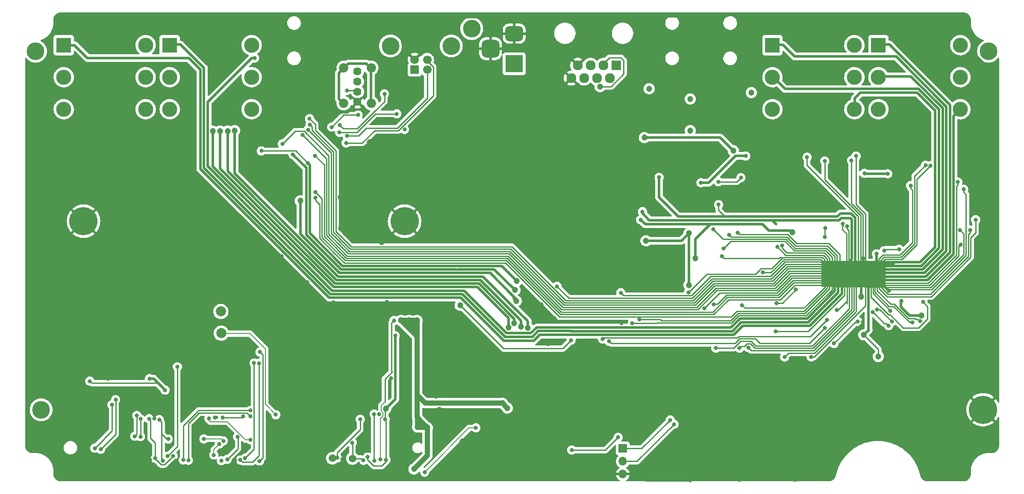
<source format=gbr>
G04 #@! TF.GenerationSoftware,KiCad,Pcbnew,6.0.10-86aedd382b~118~ubuntu22.04.1*
G04 #@! TF.CreationDate,2023-02-15T17:36:08+01:00*
G04 #@! TF.ProjectId,bottom-board,626f7474-6f6d-42d6-926f-6172642e6b69,rev?*
G04 #@! TF.SameCoordinates,Original*
G04 #@! TF.FileFunction,Copper,L4,Bot*
G04 #@! TF.FilePolarity,Positive*
%FSLAX46Y46*%
G04 Gerber Fmt 4.6, Leading zero omitted, Abs format (unit mm)*
G04 Created by KiCad (PCBNEW 6.0.10-86aedd382b~118~ubuntu22.04.1) date 2023-02-15 17:36:08*
%MOMM*%
%LPD*%
G01*
G04 APERTURE LIST*
G04 Aperture macros list*
%AMRoundRect*
0 Rectangle with rounded corners*
0 $1 Rounding radius*
0 $2 $3 $4 $5 $6 $7 $8 $9 X,Y pos of 4 corners*
0 Add a 4 corners polygon primitive as box body*
4,1,4,$2,$3,$4,$5,$6,$7,$8,$9,$2,$3,0*
0 Add four circle primitives for the rounded corners*
1,1,$1+$1,$2,$3*
1,1,$1+$1,$4,$5*
1,1,$1+$1,$6,$7*
1,1,$1+$1,$8,$9*
0 Add four rect primitives between the rounded corners*
20,1,$1+$1,$2,$3,$4,$5,0*
20,1,$1+$1,$4,$5,$6,$7,0*
20,1,$1+$1,$6,$7,$8,$9,0*
20,1,$1+$1,$8,$9,$2,$3,0*%
G04 Aperture macros list end*
G04 #@! TA.AperFunction,ComponentPad*
%ADD10C,3.500000*%
G04 #@! TD*
G04 #@! TA.AperFunction,ComponentPad*
%ADD11C,5.600000*%
G04 #@! TD*
G04 #@! TA.AperFunction,ComponentPad*
%ADD12R,1.700000X1.700000*%
G04 #@! TD*
G04 #@! TA.AperFunction,ComponentPad*
%ADD13O,1.700000X1.700000*%
G04 #@! TD*
G04 #@! TA.AperFunction,ComponentPad*
%ADD14C,3.000000*%
G04 #@! TD*
G04 #@! TA.AperFunction,ComponentPad*
%ADD15R,3.000000X3.000000*%
G04 #@! TD*
G04 #@! TA.AperFunction,ComponentPad*
%ADD16C,1.620000*%
G04 #@! TD*
G04 #@! TA.AperFunction,ComponentPad*
%ADD17C,1.850000*%
G04 #@! TD*
G04 #@! TA.AperFunction,ComponentPad*
%ADD18C,1.700000*%
G04 #@! TD*
G04 #@! TA.AperFunction,ComponentPad*
%ADD19R,3.500000X3.500000*%
G04 #@! TD*
G04 #@! TA.AperFunction,ComponentPad*
%ADD20RoundRect,0.750000X-1.000000X0.750000X-1.000000X-0.750000X1.000000X-0.750000X1.000000X0.750000X0*%
G04 #@! TD*
G04 #@! TA.AperFunction,ComponentPad*
%ADD21RoundRect,0.875000X-0.875000X0.875000X-0.875000X-0.875000X0.875000X-0.875000X0.875000X0.875000X0*%
G04 #@! TD*
G04 #@! TA.AperFunction,ComponentPad*
%ADD22C,1.960000*%
G04 #@! TD*
G04 #@! TA.AperFunction,ComponentPad*
%ADD23R,1.960000X1.960000*%
G04 #@! TD*
G04 #@! TA.AperFunction,ComponentPad*
%ADD24C,2.000000*%
G04 #@! TD*
G04 #@! TA.AperFunction,SMDPad,CuDef*
%ADD25C,1.500000*%
G04 #@! TD*
G04 #@! TA.AperFunction,ViaPad*
%ADD26C,0.800000*%
G04 #@! TD*
G04 #@! TA.AperFunction,ViaPad*
%ADD27C,1.200000*%
G04 #@! TD*
G04 #@! TA.AperFunction,Conductor*
%ADD28C,0.250000*%
G04 #@! TD*
G04 #@! TA.AperFunction,Conductor*
%ADD29C,0.500000*%
G04 #@! TD*
G04 #@! TA.AperFunction,Conductor*
%ADD30C,0.200000*%
G04 #@! TD*
G04 #@! TA.AperFunction,Conductor*
%ADD31C,1.000000*%
G04 #@! TD*
G04 #@! TA.AperFunction,Conductor*
%ADD32C,0.450000*%
G04 #@! TD*
G04 APERTURE END LIST*
D10*
X250310000Y-49630000D03*
X62610000Y-120730000D03*
D11*
X249207680Y-120727880D03*
D12*
X177860000Y-128410000D03*
D13*
X177860000Y-130950000D03*
X177860000Y-133490000D03*
D10*
X147910000Y-45130000D03*
D11*
X71007680Y-83337880D03*
X134607680Y-83337880D03*
D14*
X67085000Y-54780000D03*
X83315000Y-54780000D03*
D15*
X67085000Y-48430000D03*
D14*
X83315000Y-48430000D03*
X67085000Y-61130000D03*
X83315000Y-61130000D03*
D16*
X125285000Y-53655000D03*
X125285000Y-55655000D03*
X125285000Y-57655000D03*
X125285000Y-59655000D03*
D17*
X128005000Y-59925000D03*
X122565000Y-52925000D03*
X122565000Y-59925000D03*
X128005000Y-52925000D03*
D14*
X88085000Y-54780000D03*
X104315000Y-54780000D03*
D15*
X88085000Y-48430000D03*
D14*
X104315000Y-48430000D03*
X88085000Y-61130000D03*
X104315000Y-61130000D03*
D12*
X136586971Y-53299976D03*
D18*
X139086971Y-53299976D03*
X139086971Y-51299976D03*
X136586971Y-51299976D03*
D10*
X131816971Y-48589976D03*
X143856971Y-48589976D03*
D19*
X156330453Y-52130000D03*
D20*
X156330453Y-46130000D03*
D21*
X151630453Y-49130000D03*
D22*
X167645000Y-54950000D03*
X168915000Y-52410000D03*
X170185000Y-54950000D03*
X171455000Y-52410000D03*
X172725000Y-54950000D03*
X173995000Y-52410000D03*
X175265000Y-54950000D03*
D23*
X176535000Y-52410000D03*
D14*
X228485000Y-54780000D03*
X244715000Y-54780000D03*
D15*
X228485000Y-48430000D03*
D14*
X244715000Y-48430000D03*
X228485000Y-61130000D03*
X244715000Y-61130000D03*
X207485000Y-54780000D03*
X223715000Y-54780000D03*
D15*
X207485000Y-48430000D03*
D14*
X223715000Y-48430000D03*
X207485000Y-61130000D03*
X223715000Y-61130000D03*
D10*
X61507680Y-49627880D03*
D24*
X98210000Y-101230000D03*
X98310000Y-105530000D03*
D25*
X124280000Y-130370000D03*
X120300000Y-130350000D03*
D26*
X237810000Y-72230000D03*
X238810000Y-72305500D03*
X225710000Y-73830000D03*
X230310000Y-73930000D03*
X223150000Y-71275000D03*
X224050000Y-70400000D03*
X208455042Y-88444958D03*
X221350000Y-91750000D03*
X194000000Y-100600000D03*
X214350000Y-70650000D03*
D27*
X225600000Y-105875000D03*
D26*
X179725000Y-103525000D03*
X228297640Y-92559071D03*
X215169002Y-110250000D03*
X209900000Y-110260000D03*
D27*
X225050000Y-98350000D03*
D26*
X230600000Y-97125000D03*
X234844847Y-76280153D03*
X220210010Y-100969281D03*
X181740000Y-81440000D03*
X116930000Y-78640000D03*
X236708957Y-103164173D03*
X205600000Y-93500000D03*
X198890000Y-86000000D03*
X202700000Y-108375000D03*
X225450000Y-90710000D03*
X114439104Y-66243831D03*
X196275000Y-108500000D03*
X195750000Y-84925000D03*
X104900000Y-50975000D03*
X200950000Y-108500000D03*
X247750000Y-83050000D03*
X200625000Y-85625000D03*
X208150000Y-105200000D03*
X220418036Y-94031965D03*
X181150000Y-102825000D03*
X110390000Y-68025000D03*
X190825000Y-97475000D03*
X221391095Y-83834637D03*
X197450000Y-90300000D03*
X230825000Y-101100000D03*
X185030000Y-74630000D03*
X209381155Y-88124999D03*
X220375000Y-92375000D03*
X235250000Y-103400000D03*
X244200000Y-75575000D03*
X201480000Y-100010000D03*
X116890000Y-70390000D03*
X115860000Y-64230000D03*
X164800000Y-96250000D03*
X222300000Y-84313980D03*
X115790000Y-63000000D03*
X116960000Y-77590000D03*
X196827701Y-80055500D03*
X246625000Y-85075000D03*
X197843161Y-88775000D03*
X217850000Y-71400000D03*
X226605417Y-92564545D03*
X244770000Y-88000000D03*
X115480000Y-65170000D03*
X228100000Y-89800000D03*
X195830000Y-99830000D03*
X177450000Y-97525000D03*
X231370000Y-91770000D03*
X237300000Y-99350000D03*
X244660000Y-85099998D03*
X217620000Y-95550000D03*
D27*
X228460000Y-110180000D03*
D26*
X245375000Y-77000000D03*
D27*
X183050000Y-57050000D03*
X191200000Y-59090000D03*
X133870000Y-103014971D03*
X191200000Y-65350000D03*
X154009999Y-119429999D03*
X139120000Y-124260000D03*
X154960000Y-120380000D03*
X137200000Y-124150000D03*
X203300000Y-57840000D03*
D26*
X134603347Y-65133347D03*
D27*
X136475000Y-132475000D03*
X137075029Y-103014971D03*
X135490000Y-103014971D03*
D26*
X229600000Y-89200000D03*
X181390000Y-83050000D03*
D27*
X192225000Y-90675000D03*
D26*
X217900000Y-86425000D03*
D27*
X156828466Y-95156614D03*
X211425000Y-85525000D03*
D26*
X132510000Y-103030000D03*
X217950000Y-84725000D03*
X232575000Y-88900000D03*
D27*
X237000000Y-102000000D03*
D26*
X129810000Y-130539989D03*
D27*
X145630000Y-100010000D03*
D26*
X106250000Y-69400000D03*
X233030000Y-99150000D03*
X115440000Y-71790000D03*
X167610000Y-106930000D03*
X224409053Y-103229053D03*
X219680000Y-107580000D03*
X105870000Y-130890000D03*
X105962347Y-109262347D03*
X121785000Y-64305000D03*
X130620000Y-58080000D03*
X84080000Y-114560000D03*
X127291707Y-130099978D03*
D27*
X199720000Y-69350000D03*
X182127463Y-66757463D03*
D26*
X132750000Y-106022976D03*
X87170000Y-116830000D03*
X72260011Y-115040000D03*
X130933722Y-130638662D03*
X130765640Y-122639760D03*
D27*
X130875000Y-120525000D03*
D26*
X102080000Y-130690000D03*
X105800000Y-111484981D03*
X123045838Y-67819468D03*
X103009060Y-130320067D03*
X104790000Y-111460000D03*
X123175001Y-66405001D03*
X77375000Y-118724306D03*
X121725000Y-65705000D03*
X74410000Y-128560000D03*
X133075000Y-62050000D03*
X123174990Y-57425000D03*
X76650000Y-119723644D03*
X73230000Y-128340011D03*
X125404998Y-62275000D03*
X120175000Y-64675000D03*
X187980000Y-123590000D03*
X187240000Y-122750000D03*
X90755151Y-130664963D03*
X104065000Y-120865369D03*
X104065000Y-122040000D03*
X91770000Y-130740000D03*
X218290000Y-102860000D03*
X173830000Y-106700000D03*
X217899847Y-104499847D03*
X175110000Y-107150010D03*
D27*
X173320000Y-56650000D03*
D26*
X227342767Y-101344459D03*
X230500000Y-104050000D03*
X231121396Y-103266501D03*
X228235138Y-100893151D03*
X109110000Y-121710000D03*
X126461476Y-130752279D03*
X124250000Y-127235939D03*
X66470000Y-133540000D03*
D27*
X122380000Y-69930000D03*
D26*
X193893440Y-45593000D03*
X111150000Y-43270000D03*
X193020000Y-118810000D03*
X97080000Y-122280000D03*
X201112120Y-54932580D03*
X228140000Y-125600000D03*
X211450000Y-42950000D03*
D27*
X127950000Y-74570000D03*
D26*
X202870000Y-42940000D03*
X156510000Y-124610000D03*
X251240000Y-88950000D03*
X131084320Y-99350000D03*
X161762347Y-99807653D03*
X211889340Y-120888760D03*
X177525000Y-67675000D03*
X62280000Y-61360000D03*
X145760000Y-43250000D03*
X111113660Y-121882840D03*
X105560000Y-132440000D03*
X127546600Y-112146600D03*
X70220000Y-43820000D03*
D27*
X156510000Y-71020000D03*
D26*
X83250000Y-117000000D03*
X243799360Y-107403900D03*
X62390000Y-112710000D03*
X101060000Y-130770000D03*
X250910000Y-53610000D03*
D27*
X130070000Y-87450000D03*
D26*
X110180000Y-80420000D03*
D27*
X141770000Y-67620000D03*
D26*
X72630000Y-126440000D03*
D27*
X146100000Y-127050000D03*
D26*
X245550000Y-133730000D03*
X204240000Y-118740000D03*
X160120000Y-118665128D03*
X170660000Y-118720000D03*
X225407470Y-103332470D03*
X154020000Y-124720000D03*
X191230000Y-134700000D03*
X62390000Y-98130000D03*
X132911940Y-130808400D03*
X193510000Y-49830000D03*
X190200280Y-55148480D03*
X211920000Y-134620000D03*
D27*
X127660000Y-70980000D03*
D26*
X179450000Y-118665128D03*
D27*
X127686574Y-67646574D03*
D26*
X72850000Y-130920000D03*
X224890000Y-42920000D03*
X179570000Y-43230000D03*
X179448460Y-52567840D03*
X200940000Y-134640000D03*
X132730000Y-43300000D03*
X117450000Y-122300000D03*
X164270000Y-102510000D03*
X131900000Y-114475260D03*
X103260000Y-66240000D03*
X74810620Y-66796920D03*
X160591500Y-128010010D03*
X219310000Y-133720000D03*
D27*
X200910000Y-67660000D03*
D26*
X84210000Y-130650000D03*
X129579020Y-121610674D03*
X114850000Y-130810000D03*
D27*
X140650000Y-79700000D03*
D26*
X93200000Y-73690000D03*
X101470000Y-82000000D03*
X171490000Y-43280000D03*
X139010000Y-114560000D03*
X184917080Y-55885080D03*
X182210000Y-134460000D03*
D27*
X146420000Y-82080000D03*
D26*
X168000000Y-58500000D03*
X126740000Y-121760000D03*
X251250000Y-65030000D03*
X115325040Y-95432880D03*
D27*
X122040000Y-84810000D03*
X143300000Y-73880000D03*
D26*
X121870000Y-61720000D03*
X75852020Y-114579400D03*
X251260000Y-75960000D03*
X62380000Y-117810000D03*
D27*
X150710000Y-75690000D03*
X166010000Y-63310000D03*
D26*
X154930000Y-114520000D03*
X154930000Y-68940000D03*
X62390000Y-70030000D03*
X251200000Y-102700000D03*
X85610000Y-66339777D03*
X83868260Y-108473240D03*
X94340000Y-130880000D03*
D27*
X179280000Y-94420000D03*
X160180000Y-87110000D03*
D26*
X77340000Y-130950000D03*
X190784480Y-47774860D03*
D27*
X141460000Y-120730000D03*
D26*
X122249956Y-130489794D03*
X118460000Y-43420000D03*
X68818760Y-95483680D03*
X70470000Y-122250000D03*
D27*
X121915000Y-78560000D03*
D26*
X84180000Y-43640000D03*
X85037834Y-122459479D03*
X120484900Y-99451160D03*
X162590000Y-43260000D03*
X192400001Y-42830001D03*
X140800000Y-118090000D03*
X154140000Y-122370000D03*
X246540000Y-46620000D03*
X110229040Y-90280960D03*
X132720000Y-122850000D03*
X69024500Y-69717920D03*
X245518940Y-94482920D03*
X120741600Y-118951600D03*
X201757280Y-63141860D03*
D27*
X147350000Y-123130000D03*
D26*
X63920000Y-53920000D03*
X120490000Y-112040000D03*
X87400000Y-119210000D03*
D27*
X188200000Y-59650000D03*
D26*
X110314740Y-99661980D03*
X119000000Y-45500000D03*
X229410260Y-120285019D03*
D27*
X152617500Y-87090000D03*
D26*
X62390000Y-84170000D03*
X82800000Y-128720000D03*
D27*
X166270000Y-70830000D03*
D26*
X238260000Y-133760000D03*
X92626180Y-66339777D03*
X68894960Y-107942380D03*
X89280000Y-130810000D03*
X75290000Y-121910000D03*
X238840000Y-43000000D03*
X78182560Y-134229823D03*
X72645360Y-134229907D03*
X101391720Y-108531660D03*
X62370000Y-127800000D03*
X98880000Y-43480000D03*
X177586640Y-103578001D03*
D27*
X187770000Y-63270000D03*
D26*
X181952900Y-64731900D03*
X163010000Y-107680000D03*
X212125000Y-96875000D03*
X208280000Y-99550001D03*
D27*
X96619926Y-65489777D03*
X155211932Y-104381049D03*
X156730000Y-99160000D03*
X113950000Y-79300000D03*
X156473039Y-97000000D03*
D26*
X112500000Y-70100000D03*
X82290000Y-122570000D03*
X82300000Y-126060000D03*
X104065500Y-126669500D03*
X95840000Y-122420000D03*
X167736086Y-128696086D03*
X101517629Y-126086873D03*
X99480000Y-130560000D03*
X176910000Y-126190000D03*
X98330000Y-130820000D03*
X81565000Y-121852261D03*
X81150000Y-125980000D03*
X98570000Y-122270000D03*
X102600003Y-122035000D03*
X89600000Y-112209981D03*
X87683914Y-129926086D03*
X121273806Y-130275000D03*
X125825000Y-122605000D03*
X96820000Y-129700459D03*
X97905111Y-127502421D03*
X84000000Y-122500000D03*
X85230000Y-130340000D03*
X88757653Y-129877653D03*
X87790000Y-126540000D03*
X86740000Y-130870000D03*
X94860000Y-126500000D03*
X86013480Y-122678836D03*
X98701855Y-126898930D03*
D27*
X100950000Y-65350000D03*
X159049990Y-104500000D03*
X156355939Y-103574047D03*
X98057739Y-65442664D03*
D26*
X202190001Y-70400001D03*
X193330000Y-75710000D03*
D27*
X182420000Y-87209900D03*
X190975000Y-85699990D03*
X190975000Y-96000000D03*
X157675996Y-104231398D03*
X99550000Y-65450000D03*
D26*
X128579574Y-121577316D03*
X128635000Y-130840000D03*
X148720000Y-124310000D03*
X138580000Y-133100000D03*
X196790000Y-75500000D03*
X201250000Y-74700000D03*
D28*
X235650000Y-87800000D02*
X235650000Y-74570000D01*
X235650000Y-74570000D02*
X235650000Y-74390000D01*
X235650000Y-74390000D02*
X237810000Y-72230000D01*
X236074999Y-75565001D02*
X236074999Y-88025001D01*
X238810000Y-72305500D02*
X236074999Y-75040501D01*
X236074999Y-75040501D02*
X236074999Y-75565001D01*
D29*
X225810000Y-73930000D02*
X225710000Y-73830000D01*
X230310000Y-73930000D02*
X225810000Y-73930000D01*
D28*
X224510000Y-82380000D02*
X224510000Y-91850000D01*
X219300000Y-90450000D02*
X219300000Y-91375000D01*
X229530000Y-94310000D02*
X229251965Y-94031965D01*
X165420000Y-101790000D02*
X154790000Y-91160000D01*
X164800000Y-96250000D02*
X167125000Y-98575000D01*
D29*
X145770000Y-98500000D02*
X154270000Y-107000000D01*
D28*
X123450000Y-89775000D02*
X121510000Y-87835000D01*
X218686071Y-92300000D02*
X220418036Y-94031965D01*
X226925000Y-95550000D02*
X227350000Y-95125000D01*
X118690000Y-72190000D02*
X118690000Y-86340000D01*
X225950000Y-91900000D02*
X224460000Y-91900000D01*
X191650000Y-98575000D02*
X195500000Y-94725000D01*
X211800000Y-89175000D02*
X218025000Y-89175000D01*
X210990000Y-93670000D02*
X208070000Y-96590000D01*
X210580000Y-92770000D02*
X207670000Y-95680000D01*
X123825000Y-88825000D02*
X121950000Y-86950000D01*
D29*
X225050000Y-98350000D02*
X225050000Y-94250134D01*
D28*
X209040000Y-98880000D02*
X198790000Y-98880000D01*
X243950000Y-88675000D02*
X243950000Y-90030000D01*
X211975000Y-88725000D02*
X210125000Y-86875000D01*
X230235000Y-98310000D02*
X228625000Y-96700000D01*
X214625000Y-99650000D02*
X218000000Y-96275000D01*
D29*
X207590000Y-54730000D02*
X209985000Y-57125000D01*
X220530000Y-97460000D02*
X220530000Y-95600000D01*
D28*
X227400134Y-91900000D02*
X228450000Y-91900000D01*
X219258035Y-94031965D02*
X220418036Y-94031965D01*
X203250000Y-107100000D02*
X204175000Y-108025000D01*
X228460000Y-110180000D02*
X228460000Y-108735000D01*
D29*
X237590000Y-93600000D02*
X229580000Y-93600000D01*
D28*
X211325000Y-94600000D02*
X217650000Y-94600000D01*
X229575000Y-90450000D02*
X233000000Y-90450000D01*
X190825000Y-97475000D02*
X194475000Y-93825000D01*
D29*
X244870000Y-60990000D02*
X243370001Y-62489999D01*
D28*
X222250000Y-98800000D02*
X222250000Y-98575000D01*
X225900000Y-81910000D02*
X225900000Y-91850000D01*
X228350000Y-96125000D02*
X227350000Y-95125000D01*
D29*
X239750000Y-87750000D02*
X239750000Y-88460000D01*
D28*
X221375000Y-85025000D02*
X221375000Y-85015685D01*
D29*
X237290000Y-92890000D02*
X229610000Y-92890000D01*
D28*
X208260000Y-97060000D02*
X211160000Y-94160000D01*
X230475000Y-101875000D02*
X230802897Y-101875000D01*
D29*
X119625000Y-98500000D02*
X119625000Y-98474838D01*
D28*
X229740000Y-92200000D02*
X229440000Y-91900000D01*
D29*
X160782001Y-104428001D02*
X159660001Y-105550001D01*
D28*
X120080000Y-69770000D02*
X120080000Y-85740000D01*
X197700000Y-86875000D02*
X195750000Y-84925000D01*
X154790000Y-91160000D02*
X122850000Y-91160000D01*
X117780000Y-80055685D02*
X117780000Y-86750000D01*
X236708957Y-103164173D02*
X236308958Y-102764174D01*
X201480000Y-100010000D02*
X202019999Y-100549999D01*
D29*
X183110000Y-83120000D02*
X207430000Y-83120000D01*
X222930000Y-82720000D02*
X223210000Y-83000000D01*
D28*
X207670000Y-95680000D02*
X195860000Y-95680000D01*
X229025000Y-96450000D02*
X229025000Y-95200000D01*
X196270000Y-96590000D02*
X192460000Y-100400000D01*
X191825000Y-99050000D02*
X195675000Y-95200000D01*
X223025001Y-91425000D02*
X220418036Y-94031965D01*
X213725001Y-100549999D02*
X214625000Y-99650000D01*
X239025000Y-96900000D02*
X230825000Y-96900000D01*
D29*
X119625000Y-98474838D02*
X94150000Y-72999838D01*
D28*
X231611815Y-99762501D02*
X230887501Y-99762501D01*
X209975000Y-87350000D02*
X211800000Y-89175000D01*
X220418036Y-95488036D02*
X220418036Y-94031965D01*
D29*
X222700000Y-92725000D02*
X224975000Y-92725000D01*
D28*
X120990000Y-85350000D02*
X121000000Y-85350000D01*
X218530000Y-93670000D02*
X210990000Y-93670000D01*
X197075000Y-97525000D02*
X208400000Y-97525000D01*
D29*
X119950000Y-97800000D02*
X146060000Y-97800000D01*
D28*
X119150000Y-70954727D02*
X119150000Y-86150000D01*
X245375000Y-85814998D02*
X245375000Y-89905000D01*
X238600000Y-96010000D02*
X229760000Y-96010000D01*
X229440000Y-91900000D02*
X227400134Y-91900000D01*
D29*
X146060000Y-97800000D02*
X154530000Y-106270000D01*
X220300000Y-95750000D02*
X220530000Y-95600000D01*
D28*
X218180000Y-96110000D02*
X217620000Y-95550000D01*
X218825000Y-92025000D02*
X219175000Y-92375000D01*
X122850000Y-91160000D02*
X118240000Y-86550000D01*
X195880000Y-101790000D02*
X165420000Y-101790000D01*
X213910000Y-101640000D02*
X218820000Y-96730000D01*
D29*
X201273150Y-103426850D02*
X214563150Y-103426850D01*
D28*
X245375000Y-89905000D02*
X238840000Y-96440000D01*
X235939174Y-102764174D02*
X235775000Y-102600000D01*
X222300000Y-84879665D02*
X222625000Y-85204665D01*
X224960000Y-82220000D02*
X224960000Y-91370000D01*
D29*
X239750000Y-61425000D02*
X239750000Y-87750000D01*
D28*
X116930000Y-79205685D02*
X117780000Y-80055685D01*
X246775000Y-90445000D02*
X238910000Y-98310000D01*
X208949999Y-90550001D02*
X209550000Y-90550000D01*
X207350000Y-92750000D02*
X209550000Y-90550000D01*
X246625000Y-85640685D02*
X246625000Y-85075000D01*
X211500000Y-95100000D02*
X217600000Y-95100000D01*
D29*
X223820000Y-58958680D02*
X224928680Y-57850000D01*
X223820000Y-61080000D02*
X223820000Y-58958680D01*
X120260293Y-97100070D02*
X95569925Y-72409702D01*
D28*
X219850000Y-91850000D02*
X220375000Y-92375000D01*
X217150000Y-91025000D02*
X217500000Y-91375000D01*
X220230000Y-101170000D02*
X222250000Y-99150000D01*
X244400000Y-88200000D02*
X244400000Y-88390000D01*
D29*
X234925000Y-54600000D02*
X241225000Y-60900000D01*
X198060000Y-82390000D02*
X220360000Y-82390000D01*
D28*
X222250000Y-99150000D02*
X222250000Y-99660000D01*
D29*
X91850000Y-50950000D02*
X71770000Y-50950000D01*
D28*
X227000000Y-96225000D02*
X227000000Y-98400000D01*
D29*
X207430000Y-83120000D02*
X208210000Y-83900000D01*
X228640000Y-48290000D02*
X230640000Y-48290000D01*
X229840000Y-96440000D02*
X229760000Y-96010000D01*
X236990000Y-92200000D02*
X229740000Y-92200000D01*
D28*
X224960000Y-91370000D02*
X224905000Y-91425000D01*
X198890000Y-86000000D02*
X199315000Y-86425000D01*
X220800000Y-89950000D02*
X220800000Y-91950000D01*
X116910000Y-65320000D02*
X120990000Y-69400000D01*
X184675000Y-103500000D02*
X184650000Y-103525000D01*
D29*
X241950000Y-88200000D02*
X241950000Y-89240000D01*
D28*
X215050000Y-108475000D02*
X215575000Y-108475000D01*
X201025000Y-85975000D02*
X210505998Y-85975000D01*
X218891965Y-94031965D02*
X218530000Y-93670000D01*
X225450000Y-91425000D02*
X224905000Y-91425000D01*
X221391095Y-84400322D02*
X221375000Y-84416417D01*
X228450000Y-91900000D02*
X228925000Y-91425000D01*
D29*
X220970000Y-81780000D02*
X223010000Y-81780000D01*
X116040000Y-93900000D02*
X116050000Y-93900000D01*
D28*
X209381155Y-88124999D02*
X209381155Y-88690684D01*
X208800001Y-90699999D02*
X208949999Y-90550001D01*
X229105000Y-91900000D02*
X227400134Y-91900000D01*
X220961071Y-94575000D02*
X220418036Y-94031965D01*
X245850000Y-78040685D02*
X245850000Y-90075000D01*
X221375000Y-85015685D02*
X222175000Y-85815685D01*
X202700000Y-108375000D02*
X203300000Y-108975000D01*
D29*
X220360000Y-82390000D02*
X220970000Y-81780000D01*
D28*
X238840000Y-96440000D02*
X229840000Y-96440000D01*
X116930000Y-78640000D02*
X116930000Y-79205685D01*
X227775000Y-96300000D02*
X227775000Y-95550000D01*
X238400000Y-95580000D02*
X229510000Y-95580000D01*
X220090000Y-101170000D02*
X220230000Y-101170000D01*
X120550000Y-85560000D02*
X120530000Y-85560000D01*
X220375000Y-92375000D02*
X219775000Y-91775000D01*
X231370000Y-91770000D02*
X229086711Y-91770000D01*
X203125000Y-107600000D02*
X204000000Y-108475000D01*
D29*
X219840000Y-96110000D02*
X219840000Y-97150000D01*
D28*
X220850000Y-92825000D02*
X219100000Y-92825000D01*
X222025000Y-92050000D02*
X220418036Y-93656964D01*
D29*
X201647380Y-104050000D02*
X199847380Y-105850000D01*
D28*
X221391095Y-83834637D02*
X221391095Y-84400322D01*
X165610000Y-101330000D02*
X195680000Y-101330000D01*
X178025000Y-98100000D02*
X177849999Y-97924999D01*
X120530000Y-85560000D02*
X120530000Y-69580000D01*
X222625000Y-85204665D02*
X222625000Y-91825001D01*
X185285000Y-102825000D02*
X185510000Y-103050000D01*
D29*
X94150000Y-72999838D02*
X94150000Y-69800000D01*
X238170000Y-95010000D02*
X229730000Y-95010000D01*
D28*
X198790000Y-98880000D02*
X195880000Y-101790000D01*
D29*
X167546834Y-105130000D02*
X167566834Y-105150000D01*
X237870000Y-94310000D02*
X229530000Y-94310000D01*
X88220000Y-48310000D02*
X90220000Y-48310000D01*
D28*
X224510000Y-91850000D02*
X224460000Y-91900000D01*
X221375000Y-84125000D02*
X221375000Y-85025000D01*
X246325000Y-85940685D02*
X246625000Y-85640685D01*
X227775000Y-95550000D02*
X227350000Y-95125000D01*
X192690000Y-100850000D02*
X196480000Y-97060000D01*
D29*
X209985000Y-57125000D02*
X227661002Y-57125000D01*
D28*
X221220000Y-95910000D02*
X221220000Y-94833929D01*
X195750000Y-84925000D02*
X196149999Y-85324999D01*
X195675000Y-95200000D02*
X207500000Y-95200000D01*
D29*
X116050000Y-93900000D02*
X119950000Y-97800000D01*
D28*
X165930000Y-100400000D02*
X155305000Y-89775000D01*
X218625000Y-87775000D02*
X220800000Y-89950000D01*
X224831831Y-94031965D02*
X220418036Y-94031965D01*
D29*
X232000000Y-50675000D02*
X241950000Y-60625000D01*
D28*
X201924999Y-108100001D02*
X202425000Y-107600000D01*
X217425001Y-90550001D02*
X217800000Y-90925000D01*
D29*
X230640000Y-48290000D02*
X242650000Y-60300000D01*
D28*
X196827701Y-81157701D02*
X198060000Y-82390000D01*
X224050000Y-80060000D02*
X225900000Y-81910000D01*
X220418036Y-94031965D02*
X218891965Y-94031965D01*
X204000000Y-108475000D02*
X215050000Y-108475000D01*
X225410000Y-91385000D02*
X225450000Y-91425000D01*
X200675000Y-85625000D02*
X201025000Y-85975000D01*
D29*
X71770000Y-50950000D02*
X69230000Y-48410000D01*
D28*
X230425000Y-97850000D02*
X238750000Y-97850000D01*
X221325000Y-92725000D02*
X220975000Y-92375000D01*
D29*
X146376951Y-97100070D02*
X120260293Y-97100070D01*
D28*
X228875000Y-95125000D02*
X227350000Y-95125000D01*
X191475000Y-98100000D02*
X178025000Y-98100000D01*
X220375000Y-92375000D02*
X219225000Y-92375000D01*
X225800000Y-91900000D02*
X226175000Y-91900000D01*
X155305000Y-89775000D02*
X123450000Y-89775000D01*
X225900000Y-100075000D02*
X225900000Y-95975000D01*
X218400000Y-88225000D02*
X220250000Y-90075000D01*
D29*
X199271999Y-104428001D02*
X160782001Y-104428001D01*
D28*
X231509315Y-100225000D02*
X230600000Y-100225000D01*
D29*
X226492766Y-104817766D02*
X226492766Y-95982234D01*
D28*
X154604990Y-91624990D02*
X165250000Y-102270000D01*
D29*
X69230000Y-48410000D02*
X67230000Y-48410000D01*
D28*
X215400000Y-108025000D02*
X222725000Y-100700000D01*
D29*
X226492766Y-95982234D02*
X226950001Y-95524999D01*
D28*
X218820000Y-96730000D02*
X218820000Y-96180000D01*
X220850001Y-93600000D02*
X220418036Y-94031965D01*
D29*
X214563150Y-103426850D02*
X220530000Y-97460000D01*
D28*
X118240000Y-86550000D02*
X118240000Y-78880000D01*
X200460000Y-101170000D02*
X213740000Y-101170000D01*
X207300000Y-94725000D02*
X210175000Y-91850000D01*
X202019999Y-100549999D02*
X213725001Y-100549999D01*
X235200000Y-87575000D02*
X232775000Y-90000000D01*
X208650000Y-97950000D02*
X211500000Y-95100000D01*
D29*
X242650000Y-60300000D02*
X242650000Y-88500000D01*
D28*
X197849999Y-90699999D02*
X208800001Y-90699999D01*
D29*
X90220000Y-48310000D02*
X94850000Y-52940000D01*
D28*
X227775000Y-97400000D02*
X227775000Y-96300000D01*
X217850000Y-71400000D02*
X217850000Y-75110000D01*
X212125000Y-88225000D02*
X218400000Y-88225000D01*
X219550000Y-91550000D02*
X220375000Y-92375000D01*
X222250000Y-98800000D02*
X222250000Y-99150000D01*
D29*
X119625000Y-98500000D02*
X145770000Y-98500000D01*
D28*
X192230000Y-99960000D02*
X196060000Y-96130000D01*
X218825000Y-90675000D02*
X218825000Y-92025000D01*
X219130000Y-94160000D02*
X219258035Y-94031965D01*
X196060000Y-96130000D02*
X207860000Y-96130000D01*
X120530000Y-69580000D02*
X116259999Y-65309999D01*
X120080000Y-85740000D02*
X121730000Y-87390000D01*
X217659999Y-95999999D02*
X211926999Y-95999999D01*
X215725000Y-110250000D02*
X225900000Y-100075000D01*
X232775000Y-90000000D02*
X229400000Y-90000000D01*
X247750000Y-85625000D02*
X246775000Y-86600000D01*
X213740000Y-101170000D02*
X218360000Y-96550000D01*
D29*
X241225000Y-88075000D02*
X241225000Y-88955000D01*
D28*
X220800000Y-91950000D02*
X220375000Y-92375000D01*
X208455042Y-88444958D02*
X210110084Y-90100000D01*
X223890000Y-91900000D02*
X222550001Y-91900000D01*
X218360000Y-96190000D02*
X218260000Y-96190000D01*
X222290686Y-92725000D02*
X221325000Y-92725000D01*
X236074999Y-88025001D02*
X233200000Y-90900000D01*
X224460000Y-91900000D02*
X223890000Y-91900000D01*
X122664990Y-91624990D02*
X154604990Y-91624990D01*
X199800000Y-108500000D02*
X201200000Y-107100000D01*
X217150000Y-90925000D02*
X217150000Y-91025000D01*
D29*
X95569925Y-67305075D02*
X95575000Y-62450000D01*
D28*
X194000000Y-100600000D02*
X197075000Y-97525000D01*
X207225000Y-93500000D02*
X209800000Y-90925000D01*
X121740000Y-87390000D02*
X123650000Y-89300000D01*
X228225000Y-97100000D02*
X228225000Y-96000000D01*
X210325000Y-86425000D02*
X212125000Y-88225000D01*
D29*
X220700000Y-83120000D02*
X221100000Y-82720000D01*
X154826882Y-105550001D02*
X146376951Y-97100070D01*
X95575000Y-59734315D02*
X104334315Y-50975000D01*
X236175000Y-57850000D02*
X239750000Y-61425000D01*
D28*
X215575000Y-108475000D02*
X223175000Y-100875000D01*
X196650000Y-99725000D02*
X198425000Y-97950000D01*
X219775000Y-90275000D02*
X218225000Y-88725000D01*
X192030000Y-99510000D02*
X166340000Y-99510000D01*
X220975000Y-92375000D02*
X220375000Y-92375000D01*
X211926999Y-95999999D02*
X210060000Y-97860000D01*
D29*
X225450000Y-90710000D02*
X225450000Y-91425000D01*
D28*
X199800000Y-86425000D02*
X199885000Y-86425000D01*
X234449314Y-102600000D02*
X231611815Y-99762501D01*
X197843161Y-88775000D02*
X199268161Y-87350000D01*
X222625000Y-91825001D02*
X220418036Y-94031965D01*
D29*
X236400000Y-57125000D02*
X236450000Y-57125000D01*
X220530000Y-95600000D02*
X220900000Y-95750000D01*
X241950000Y-60625000D02*
X241950000Y-88200000D01*
D28*
X224975000Y-92725000D02*
X225800000Y-91900000D01*
X209800000Y-90925000D02*
X217150000Y-90925000D01*
X167125000Y-98575000D02*
X191650000Y-98575000D01*
D29*
X222025000Y-92050000D02*
X223210000Y-90865000D01*
X214365000Y-102625000D02*
X201075000Y-102625000D01*
D28*
X228460000Y-108735000D02*
X225600000Y-105875000D01*
X208400000Y-97525000D02*
X211325000Y-94600000D01*
X222250000Y-98575000D02*
X222250000Y-95863929D01*
X222700000Y-92725000D02*
X221550000Y-92725000D01*
X116890000Y-70390000D02*
X118690000Y-72190000D01*
X221560001Y-92890000D02*
X220418036Y-94031965D01*
X230887501Y-99762501D02*
X228225000Y-97100000D01*
X121510000Y-87820000D02*
X119610000Y-85920000D01*
X230825000Y-96900000D02*
X230600000Y-97125000D01*
D29*
X239750000Y-88460000D02*
X236720000Y-91490000D01*
D28*
X165250000Y-102270000D02*
X199360000Y-102270000D01*
X181150000Y-102825000D02*
X185285000Y-102825000D01*
X236308958Y-102764174D02*
X235939174Y-102764174D01*
X219300000Y-91375000D02*
X219375000Y-91375000D01*
X244400000Y-88390000D02*
X244400000Y-90210000D01*
X228225000Y-96000000D02*
X227350000Y-95125000D01*
X121140000Y-88800000D02*
X123040000Y-90700000D01*
X119600000Y-70370000D02*
X114720000Y-65490000D01*
X229770000Y-90900000D02*
X229180000Y-91490000D01*
X195860000Y-95680000D02*
X192030000Y-99510000D01*
X244400000Y-90210000D02*
X238600000Y-96010000D01*
X222300000Y-84313980D02*
X222300000Y-84879665D01*
X233402897Y-104475000D02*
X236425000Y-104475000D01*
X192460000Y-100400000D02*
X165930000Y-100400000D01*
X195680000Y-101330000D02*
X198590000Y-98420000D01*
X114439104Y-66243831D02*
X119150000Y-70954727D01*
D29*
X154270000Y-107000000D02*
X160230000Y-107000000D01*
D28*
X243950000Y-90030000D02*
X238400000Y-95580000D01*
D29*
X225600000Y-105875000D02*
X226575000Y-104900000D01*
D28*
X247750000Y-83050000D02*
X247750000Y-85625000D01*
X121000000Y-85350000D02*
X124025000Y-88375000D01*
X116259999Y-64629999D02*
X115860000Y-64230000D01*
X229025000Y-96450000D02*
X230425000Y-97850000D01*
X194475000Y-93825000D02*
X204125000Y-93825000D01*
X209381155Y-88690684D02*
X210315471Y-89625000D01*
X220250000Y-91600000D02*
X220375000Y-91725000D01*
X118690000Y-86340000D02*
X121140000Y-88790000D01*
X229025000Y-95200000D02*
X227856965Y-94031965D01*
X195935000Y-99725000D02*
X195830000Y-99830000D01*
D29*
X95575000Y-62450000D02*
X95575000Y-59734315D01*
D28*
X218820000Y-96180000D02*
X218250000Y-96180000D01*
X218250000Y-96180000D02*
X217620000Y-95550000D01*
X223625000Y-101050000D02*
X223625000Y-96200000D01*
D29*
X159660001Y-105550001D02*
X154826882Y-105550001D01*
D28*
X209900000Y-110260000D02*
X210685000Y-109475000D01*
X219375000Y-91375000D02*
X220375000Y-92375000D01*
D29*
X225050000Y-94250134D02*
X225830067Y-93470067D01*
D28*
X211540000Y-95730000D02*
X211540000Y-95720000D01*
D29*
X94150000Y-70000000D02*
X94150000Y-69800000D01*
X240500000Y-61175000D02*
X240500000Y-87950000D01*
D28*
X218260000Y-96190000D02*
X217620000Y-95550000D01*
X230600000Y-100225000D02*
X227775000Y-97400000D01*
X244625000Y-87975000D02*
X244400000Y-88200000D01*
D29*
X243370001Y-62489999D02*
X243370001Y-88804999D01*
D28*
X120780000Y-89750000D02*
X120790000Y-89750000D01*
X228075134Y-91225000D02*
X227400134Y-91900000D01*
X200875000Y-102075000D02*
X199450000Y-103500000D01*
D29*
X219840000Y-97150000D02*
X214365000Y-102625000D01*
D28*
X121730000Y-87390000D02*
X121740000Y-87390000D01*
X226175000Y-91900000D02*
X227400134Y-91900000D01*
X207075000Y-94275000D02*
X195300000Y-94275000D01*
X195500000Y-94725000D02*
X207300000Y-94725000D01*
X227000000Y-98400000D02*
X230475000Y-101875000D01*
X229515000Y-91490000D02*
X229105000Y-91900000D01*
X215200000Y-108975000D02*
X215700000Y-108975000D01*
X211540000Y-95720000D02*
X211710000Y-95550000D01*
X220950000Y-92725000D02*
X220850000Y-92825000D01*
X215169002Y-110250000D02*
X215725000Y-110250000D01*
X166140000Y-99960000D02*
X192230000Y-99960000D01*
X214115000Y-102075000D02*
X200875000Y-102075000D01*
X210400000Y-92300000D02*
X218686071Y-92300000D01*
X229086711Y-91770000D02*
X228297640Y-92559071D01*
D29*
X154530000Y-106270000D02*
X159920000Y-106270000D01*
D28*
X220250000Y-90075000D02*
X220250000Y-91600000D01*
X238175000Y-100225000D02*
X237300000Y-99350000D01*
X227000000Y-96225000D02*
X227350000Y-95875000D01*
D29*
X207430000Y-83120000D02*
X220700000Y-83120000D01*
D28*
X222290686Y-92725000D02*
X220950000Y-92725000D01*
X121140000Y-88790000D02*
X121140000Y-88800000D01*
X224125000Y-95550000D02*
X221936071Y-95550000D01*
X218290000Y-96220000D02*
X219270000Y-96220000D01*
X227856965Y-94031965D02*
X220418036Y-94031965D01*
X225410000Y-82030000D02*
X225410000Y-91385000D01*
X211710000Y-95550000D02*
X217620000Y-95550000D01*
D29*
X223145000Y-81915000D02*
X223890000Y-82660000D01*
D28*
X215300000Y-109475000D02*
X215850000Y-109475000D01*
X121950000Y-86950000D02*
X121940000Y-86950000D01*
X222084315Y-91425000D02*
X222025000Y-91484315D01*
X222550001Y-91900000D02*
X220418036Y-94031965D01*
X166540000Y-99050000D02*
X191825000Y-99050000D01*
X225050000Y-94250134D02*
X224831831Y-94031965D01*
D29*
X222350000Y-94050000D02*
X223268035Y-94031965D01*
X240500000Y-88690000D02*
X236990000Y-92200000D01*
D28*
X229760000Y-96010000D02*
X228875000Y-95125000D01*
X222175000Y-85815685D02*
X222175000Y-91425000D01*
X235250000Y-103400000D02*
X234684315Y-103400000D01*
X155655000Y-88825000D02*
X123825000Y-88825000D01*
X123040000Y-90700000D02*
X154980000Y-90700000D01*
D29*
X227661002Y-57125000D02*
X236400000Y-57125000D01*
D28*
X219775000Y-91775000D02*
X219775000Y-90275000D01*
X233000000Y-90450000D02*
X235650000Y-87800000D01*
X234844847Y-76845838D02*
X235200000Y-77200991D01*
X114720000Y-65490000D02*
X112925000Y-65490000D01*
X200625000Y-85625000D02*
X200675000Y-85625000D01*
X227350000Y-95875000D02*
X227350000Y-95125000D01*
X195300000Y-94275000D02*
X191475000Y-98100000D01*
D29*
X223210000Y-90865000D02*
X223210000Y-83000000D01*
D28*
X218300000Y-90775000D02*
X218300000Y-91375000D01*
X185510000Y-103050000D02*
X199270000Y-103050000D01*
X210125000Y-86875000D02*
X197700000Y-86875000D01*
X221800000Y-98000000D02*
X221800000Y-95413929D01*
X204175000Y-108025000D02*
X215400000Y-108025000D01*
X228625000Y-96700000D02*
X228625000Y-96125000D01*
D29*
X242650000Y-89530000D02*
X237870000Y-94310000D01*
D28*
X205600000Y-93500000D02*
X207225000Y-93500000D01*
X246325000Y-90275000D02*
X246325000Y-85940685D01*
X117359999Y-77989999D02*
X116960000Y-77590000D01*
X121940000Y-86950000D02*
X120550000Y-85560000D01*
X117780000Y-86750000D02*
X120780000Y-89750000D01*
X210945000Y-109475000D02*
X215300000Y-109475000D01*
X234844847Y-76280153D02*
X234844847Y-76845838D01*
X222725000Y-99950000D02*
X222700000Y-95975000D01*
D29*
X161060000Y-105130000D02*
X167546834Y-105130000D01*
D28*
X208070000Y-96590000D02*
X196270000Y-96590000D01*
X219616071Y-93230000D02*
X220418036Y-94031965D01*
D29*
X229760000Y-96010000D02*
X229000000Y-95525000D01*
D28*
X119610000Y-74763000D02*
X119600000Y-74753000D01*
D29*
X225830067Y-93470067D02*
X227400134Y-91900000D01*
D28*
X222331965Y-94031965D02*
X220418036Y-94031965D01*
D29*
X95569925Y-72409702D02*
X95569925Y-67305075D01*
D28*
X220530000Y-95600000D02*
X220418036Y-95488036D01*
X116259999Y-65309999D02*
X116259999Y-64629999D01*
X220375000Y-91725000D02*
X220375000Y-92375000D01*
X123650000Y-89300000D02*
X155480000Y-89300000D01*
X225800000Y-92950000D02*
X224175000Y-94575000D01*
D29*
X223268035Y-94031965D02*
X223725000Y-93575000D01*
D28*
X221550000Y-92725000D02*
X220975000Y-93300000D01*
X155865000Y-88375000D02*
X166540000Y-99050000D01*
X217500000Y-91375000D02*
X209975000Y-91375000D01*
X218300000Y-91375000D02*
X219375000Y-91375000D01*
X224175000Y-94575000D02*
X220961071Y-94575000D01*
X210505998Y-85975000D02*
X212305998Y-87775000D01*
D29*
X160230000Y-107000000D02*
X161380000Y-105850000D01*
D28*
X217625000Y-90100000D02*
X218300000Y-90775000D01*
X221800000Y-95413929D02*
X220418036Y-94031965D01*
X217775000Y-89625000D02*
X218825000Y-90675000D01*
X205075000Y-92850000D02*
X205175000Y-92750000D01*
X210060000Y-97860000D02*
X209040000Y-98880000D01*
X115790000Y-63000000D02*
X116910000Y-64120000D01*
D29*
X228640000Y-54640000D02*
X230761320Y-54640000D01*
X94150000Y-69800000D02*
X94150000Y-53250000D01*
D28*
X215850000Y-109475000D02*
X224075000Y-101250000D01*
D29*
X221100000Y-82720000D02*
X222930000Y-82720000D01*
D28*
X224125000Y-95550000D02*
X224225000Y-95450000D01*
D29*
X214930000Y-104050000D02*
X201647380Y-104050000D01*
D28*
X217620000Y-95550000D02*
X218290000Y-96220000D01*
X227400134Y-97675134D02*
X227350000Y-95125000D01*
X224050000Y-70400000D02*
X224050000Y-80060000D01*
D30*
X222331965Y-94031965D02*
X222350000Y-94050000D01*
D28*
X226950000Y-91575000D02*
X226600000Y-91925000D01*
X218225000Y-88725000D02*
X211975000Y-88725000D01*
X222250000Y-95863929D02*
X220418036Y-94031965D01*
D29*
X228875000Y-91900000D02*
X227400134Y-91900000D01*
D28*
X220975000Y-93300000D02*
X219025000Y-93300000D01*
X218025000Y-89175000D02*
X219300000Y-90450000D01*
D29*
X228100000Y-91200134D02*
X227400134Y-91900000D01*
D28*
X195975000Y-99725000D02*
X195935000Y-99725000D01*
X244400000Y-88390000D02*
X244400000Y-88370000D01*
X238175000Y-102725000D02*
X238175000Y-100225000D01*
D29*
X181740000Y-81750000D02*
X183110000Y-83120000D01*
D28*
X224125000Y-95550000D02*
X226925000Y-95550000D01*
D29*
X222290686Y-92725000D02*
X222700000Y-92725000D01*
X221220000Y-95910000D02*
X221220000Y-97760000D01*
D28*
X196480000Y-97060000D02*
X208260000Y-97060000D01*
X199270000Y-103050000D02*
X200680000Y-101640000D01*
D29*
X226575000Y-104900000D02*
X226492766Y-104817766D01*
D28*
X115480000Y-65170000D02*
X120080000Y-69770000D01*
D29*
X209590000Y-48380000D02*
X211885000Y-50675000D01*
D28*
X223150000Y-71275000D02*
X223150000Y-79770000D01*
X124025000Y-88375000D02*
X155865000Y-88375000D01*
X222625000Y-92150000D02*
X222725000Y-92250000D01*
X224905000Y-91425000D02*
X223025001Y-91425000D01*
X166340000Y-99510000D02*
X155655000Y-88825000D01*
X229615000Y-95125000D02*
X227350000Y-95125000D01*
X119610000Y-85920000D02*
X119610000Y-74763000D01*
X120790000Y-89750000D02*
X122664990Y-91624990D01*
X238750000Y-97850000D02*
X246325000Y-90275000D01*
D29*
X229515000Y-91490000D02*
X229180000Y-91490000D01*
D28*
X210760000Y-93230000D02*
X219616071Y-93230000D01*
X210315471Y-89625000D02*
X217775000Y-89625000D01*
X154980000Y-90700000D02*
X165610000Y-101330000D01*
X238910000Y-98310000D02*
X230235000Y-98310000D01*
X177849999Y-97924999D02*
X177450000Y-97525000D01*
X207860000Y-96130000D02*
X210760000Y-93230000D01*
X217850000Y-75110000D02*
X224960000Y-82220000D01*
X217800000Y-90925000D02*
X217800000Y-91550000D01*
X219270000Y-96220000D02*
X219270000Y-96920000D01*
X243950000Y-76390685D02*
X243950000Y-88675000D01*
D29*
X229000000Y-95525000D02*
X229000000Y-95200000D01*
X199550000Y-105150000D02*
X201273150Y-103426850D01*
D28*
X229580000Y-93600000D02*
X220850001Y-93600000D01*
X228525000Y-90875000D02*
X228525000Y-91225000D01*
X225900000Y-91850000D02*
X225950000Y-91900000D01*
D29*
X241225000Y-60900000D02*
X241225000Y-88075000D01*
D28*
X228525000Y-91225000D02*
X228075134Y-91225000D01*
X199450000Y-103500000D02*
X184675000Y-103500000D01*
X227350000Y-95125000D02*
X227400134Y-91900000D01*
X218360000Y-96550000D02*
X218360000Y-96190000D01*
X245850000Y-90075000D02*
X239025000Y-96900000D01*
D29*
X228100000Y-89800000D02*
X228100000Y-91200134D01*
X94150000Y-53250000D02*
X91850000Y-50950000D01*
D28*
X155140000Y-90250000D02*
X165740000Y-100850000D01*
X215700000Y-108975000D02*
X223625000Y-101050000D01*
X245375000Y-77000000D02*
X245375000Y-77565685D01*
X209975000Y-91375000D02*
X207075000Y-94275000D01*
X225800000Y-91900000D02*
X225800000Y-92950000D01*
D29*
X185030000Y-74630000D02*
X185030000Y-78580000D01*
X230801320Y-54600000D02*
X234925000Y-54600000D01*
D28*
X205175000Y-92750000D02*
X207350000Y-92750000D01*
X201349999Y-108100001D02*
X201924999Y-108100001D01*
X112925000Y-65490000D02*
X110390000Y-68025000D01*
X221220000Y-94833929D02*
X220418036Y-94031965D01*
D29*
X243370001Y-89809999D02*
X238170000Y-95010000D01*
D28*
X229730000Y-95010000D02*
X229615000Y-95125000D01*
X121510000Y-87835000D02*
X121510000Y-87820000D01*
X198425000Y-97950000D02*
X208650000Y-97950000D01*
X207500000Y-95200000D02*
X210400000Y-92300000D01*
D29*
X223890000Y-82660000D02*
X223890000Y-91900000D01*
X185030000Y-78580000D02*
X188840000Y-82390000D01*
D28*
X210110084Y-90100000D02*
X217625000Y-90100000D01*
X219840000Y-96110000D02*
X218180000Y-96110000D01*
X210175000Y-91850000D02*
X219850000Y-91850000D01*
X165740000Y-100850000D02*
X192690000Y-100850000D01*
X229400000Y-90000000D02*
X228525000Y-90875000D01*
X199268161Y-87350000D02*
X209975000Y-87350000D01*
X244200000Y-76140685D02*
X243950000Y-76390685D01*
D29*
X181740000Y-81440000D02*
X181740000Y-81750000D01*
D28*
X229251965Y-94031965D02*
X220418036Y-94031965D01*
X230825000Y-101100000D02*
X227400134Y-97675134D01*
X223175000Y-100875000D02*
X223175000Y-95975000D01*
X202425000Y-107600000D02*
X203125000Y-107600000D01*
D29*
X230600000Y-97125000D02*
X229840000Y-96440000D01*
D28*
X221936071Y-95550000D02*
X220418036Y-94031965D01*
D29*
X230761320Y-54640000D02*
X230801320Y-54600000D01*
D28*
X196827701Y-80055500D02*
X196827701Y-81157701D01*
X201200000Y-107100000D02*
X203250000Y-107100000D01*
X219045000Y-92770000D02*
X210580000Y-92770000D01*
D29*
X220418036Y-94031965D02*
X220983721Y-94031965D01*
D28*
X228625000Y-96125000D02*
X228350000Y-96125000D01*
D29*
X224928680Y-57850000D02*
X236175000Y-57850000D01*
D28*
X222175000Y-91425000D02*
X222084315Y-91425000D01*
X210685000Y-109475000D02*
X210945000Y-109475000D01*
D29*
X226950001Y-95524999D02*
X227350000Y-95125000D01*
D28*
X235200000Y-77200991D02*
X235200000Y-87575000D01*
X199360000Y-102270000D02*
X200460000Y-101170000D01*
X219175000Y-92375000D02*
X220375000Y-92375000D01*
D29*
X240500000Y-87950000D02*
X240500000Y-88690000D01*
D28*
X204125000Y-93825000D02*
X205075000Y-92875000D01*
D29*
X94850000Y-52940000D02*
X94850000Y-72710000D01*
D28*
X209550000Y-90550000D02*
X217425001Y-90550001D01*
D29*
X207590000Y-48380000D02*
X209590000Y-48380000D01*
X211885000Y-50675000D02*
X232000000Y-50675000D01*
X221220000Y-97760000D02*
X214930000Y-104050000D01*
D28*
X155480000Y-89300000D02*
X166140000Y-99960000D01*
X118240000Y-78880000D02*
X117359999Y-77999999D01*
X217800000Y-91550000D02*
X219550000Y-91550000D01*
X123250000Y-90250000D02*
X155140000Y-90250000D01*
D29*
X220983721Y-94031965D02*
X222290686Y-92725000D01*
X236450000Y-57125000D02*
X240500000Y-61175000D01*
X243370001Y-88804999D02*
X243370001Y-89809999D01*
D28*
X245375000Y-77565685D02*
X245850000Y-78040685D01*
X200680000Y-101640000D02*
X213910000Y-101640000D01*
X222725000Y-100700000D02*
X222725000Y-99950000D01*
X234684315Y-103400000D02*
X231509315Y-100225000D01*
X214350000Y-72220000D02*
X224510000Y-82380000D01*
X228925000Y-91425000D02*
X228925000Y-91100000D01*
X246775000Y-86600000D02*
X246775000Y-90445000D01*
X225830067Y-93470067D02*
X225790000Y-93510134D01*
X200950000Y-108500000D02*
X201349999Y-108100001D01*
X235775000Y-102600000D02*
X234449314Y-102600000D01*
X199885000Y-86425000D02*
X210325000Y-86425000D01*
X220418036Y-93656964D02*
X220418036Y-94031965D01*
X196275000Y-108500000D02*
X199800000Y-108500000D01*
X214600000Y-105200000D02*
X221800000Y-98000000D01*
X244400000Y-88370000D02*
X244770000Y-88000000D01*
D29*
X104334315Y-50975000D02*
X104900000Y-50975000D01*
X94850000Y-72710000D02*
X116040000Y-93900000D01*
D28*
X198590000Y-98420000D02*
X208850000Y-98420000D01*
D29*
X236720000Y-91490000D02*
X229515000Y-91490000D01*
D28*
X116910000Y-64120000D02*
X116910000Y-65320000D01*
D29*
X201075000Y-102625000D02*
X199271999Y-104428001D01*
D28*
X184650000Y-103525000D02*
X179725000Y-103525000D01*
D29*
X241225000Y-88955000D02*
X237290000Y-92890000D01*
D28*
X228925000Y-91100000D02*
X229575000Y-90450000D01*
X233200000Y-90900000D02*
X229770000Y-90900000D01*
X223150000Y-79770000D02*
X225410000Y-82030000D01*
X195975000Y-99725000D02*
X196650000Y-99725000D01*
X212305998Y-87775000D02*
X218625000Y-87775000D01*
X120990000Y-69400000D02*
X120990000Y-85350000D01*
X119600000Y-74753000D02*
X119600000Y-70370000D01*
D29*
X188840000Y-82390000D02*
X198060000Y-82390000D01*
D28*
X226175000Y-91900000D02*
X225950000Y-91900000D01*
X236425000Y-104475000D02*
X238175000Y-102725000D01*
D29*
X241950000Y-89240000D02*
X237590000Y-93600000D01*
D28*
X214350000Y-70650000D02*
X214350000Y-72220000D01*
X224075000Y-101250000D02*
X224075000Y-96075000D01*
X211160000Y-94160000D02*
X219130000Y-94160000D01*
X221600000Y-85240685D02*
X222175000Y-85815685D01*
X219100000Y-92825000D02*
X219045000Y-92770000D01*
X119150000Y-86150000D02*
X123250000Y-90250000D01*
X205075000Y-92875000D02*
X205075000Y-92850000D01*
X221375000Y-84416417D02*
X221375000Y-85025000D01*
X197450000Y-90300000D02*
X197849999Y-90699999D01*
D29*
X242650000Y-88500000D02*
X242650000Y-89530000D01*
D28*
X229610000Y-92890000D02*
X221560001Y-92890000D01*
X219270000Y-96920000D02*
X214115000Y-102075000D01*
X227775000Y-96300000D02*
X227790000Y-96310000D01*
X208850000Y-98420000D02*
X211540000Y-95730000D01*
X203300000Y-108975000D02*
X215200000Y-108975000D01*
D29*
X161380000Y-105850000D02*
X199847380Y-105850000D01*
X223010000Y-81780000D02*
X223145000Y-81915000D01*
D28*
X244200000Y-75575000D02*
X244200000Y-76140685D01*
X199315000Y-86425000D02*
X199885000Y-86425000D01*
X117359999Y-77999999D02*
X117359999Y-77989999D01*
X244660000Y-85099998D02*
X245375000Y-85814998D01*
D29*
X167566834Y-105150000D02*
X199550000Y-105150000D01*
X159920000Y-106270000D02*
X161060000Y-105130000D01*
D28*
X208150000Y-105200000D02*
X214600000Y-105200000D01*
X230802897Y-101875000D02*
X233402897Y-104475000D01*
D31*
X137310000Y-124260000D02*
X137200000Y-124150000D01*
X133870000Y-103014971D02*
X137075029Y-106220000D01*
X137040058Y-104565029D02*
X137075029Y-104565029D01*
X136475000Y-132475000D02*
X139120000Y-129830000D01*
X137075029Y-103014971D02*
X137075029Y-104565029D01*
X137075029Y-103014971D02*
X133870000Y-103014971D01*
X137200000Y-122340000D02*
X137075029Y-122215029D01*
X135490000Y-103014971D02*
X135490000Y-103890000D01*
X137075029Y-106220000D02*
X137075029Y-106375029D01*
X139120000Y-129830000D02*
X139120000Y-124260000D01*
X137075029Y-104565029D02*
X137075029Y-105475029D01*
X137075029Y-106375029D02*
X137075029Y-117804971D01*
X154009999Y-119429999D02*
X138700057Y-119429999D01*
X137075029Y-117804971D02*
X137075029Y-122215029D01*
X135490000Y-103890000D02*
X137075029Y-105475029D01*
X137075029Y-105475029D02*
X137075029Y-106375029D01*
X138235000Y-123375000D02*
X139120000Y-124260000D01*
X137200000Y-124150000D02*
X137975000Y-123375000D01*
X154960000Y-120380000D02*
X154009999Y-119429999D01*
X135490000Y-103014971D02*
X137040058Y-104565029D01*
X135380000Y-103124971D02*
X135490000Y-103014971D01*
X137200000Y-124150000D02*
X137200000Y-122340000D01*
X138700057Y-119429999D02*
X137075029Y-117804971D01*
X137975000Y-123375000D02*
X138235000Y-123375000D01*
X139120000Y-124260000D02*
X137310000Y-124260000D01*
X133850000Y-103034971D02*
X133870000Y-103014971D01*
X137075029Y-122215029D02*
X138235000Y-123375000D01*
D28*
X217900000Y-84775000D02*
X217950000Y-84725000D01*
D29*
X187840332Y-83930332D02*
X184406819Y-83930332D01*
D30*
X129810000Y-130539989D02*
X129810000Y-122559398D01*
D28*
X132024999Y-103515001D02*
X132510000Y-103030000D01*
D29*
X232981250Y-99198750D02*
X233030000Y-99150000D01*
D28*
X130710000Y-119130000D02*
X130710000Y-114630000D01*
D29*
X187840332Y-83930332D02*
X195155332Y-83930332D01*
D28*
X115976462Y-79212798D02*
X115822798Y-79212798D01*
X166050000Y-108490000D02*
X167610000Y-106930000D01*
D30*
X130344990Y-122024408D02*
X130344990Y-121326992D01*
X130344990Y-121326992D02*
X129974999Y-120957001D01*
D28*
X132024999Y-113015019D02*
X132024999Y-103544999D01*
X165964999Y-108575001D02*
X166050000Y-108490000D01*
D29*
X206800000Y-85189962D02*
X211089962Y-85189962D01*
D28*
X106275001Y-69374999D02*
X106250000Y-69400000D01*
D29*
X205540370Y-83930332D02*
X206800000Y-85189962D01*
D28*
X154195001Y-108575001D02*
X165964999Y-108575001D01*
D29*
X115826472Y-72786472D02*
X115826472Y-72168470D01*
D30*
X129810000Y-122559398D02*
X130344990Y-122024408D01*
D28*
X115822798Y-79212798D02*
X115701472Y-79091472D01*
D29*
X192225000Y-86860665D02*
X195155332Y-83930332D01*
X115826472Y-85730658D02*
X122295813Y-92200000D01*
D28*
X232575000Y-88900000D02*
X229900000Y-88900000D01*
X115440000Y-71790000D02*
X113024999Y-69374999D01*
D29*
X115826472Y-72786472D02*
X115826472Y-85730658D01*
X115826472Y-72176472D02*
X115440000Y-71790000D01*
X147550000Y-92200000D02*
X146890000Y-92200000D01*
D28*
X130710000Y-114630000D02*
X132174990Y-113165010D01*
D29*
X237000000Y-102000000D02*
X234662500Y-102000000D01*
X232981250Y-100318750D02*
X232981250Y-99198750D01*
D28*
X132174990Y-113165010D02*
X132024999Y-113015019D01*
D29*
X153871852Y-92200000D02*
X156828466Y-95156614D01*
D28*
X145630000Y-100010000D02*
X154195001Y-108575001D01*
D29*
X192225000Y-90675000D02*
X192225000Y-86860665D01*
D28*
X217900000Y-86425000D02*
X217900000Y-84775000D01*
D29*
X146890000Y-92200000D02*
X146450000Y-92200000D01*
D30*
X129974999Y-120957001D02*
X129974999Y-119865001D01*
D28*
X229900000Y-88900000D02*
X229600000Y-89200000D01*
D29*
X115826472Y-72786472D02*
X115826472Y-72176472D01*
X234662500Y-102000000D02*
X232981250Y-100318750D01*
X126490000Y-92200000D02*
X125300000Y-92200000D01*
X182270332Y-83930332D02*
X181390000Y-83050000D01*
X147600000Y-92200000D02*
X146450000Y-92200000D01*
D28*
X115701472Y-79091472D02*
X115701472Y-72228470D01*
X132024999Y-103544999D02*
X132024999Y-103515001D01*
D29*
X195155332Y-83930332D02*
X196369678Y-83930332D01*
X146450000Y-92200000D02*
X126490000Y-92200000D01*
X184406819Y-83930332D02*
X182270332Y-83930332D01*
D30*
X129974999Y-119865001D02*
X130710000Y-119130000D01*
D29*
X146890000Y-92200000D02*
X153871852Y-92200000D01*
X122295813Y-92200000D02*
X126490000Y-92200000D01*
X211089962Y-85189962D02*
X211425000Y-85525000D01*
X195155332Y-83930332D02*
X205540370Y-83930332D01*
D28*
X113024999Y-69374999D02*
X106275001Y-69374999D01*
X219680000Y-107580000D02*
X224220000Y-103040000D01*
X224220000Y-103040000D02*
X224220000Y-103030000D01*
X219680000Y-107580000D02*
X222110000Y-105150000D01*
X128604270Y-61599991D02*
X130620000Y-59584261D01*
X106525001Y-130234999D02*
X105870000Y-130890000D01*
X123435000Y-64955000D02*
X125249261Y-64955000D01*
X105962347Y-109262347D02*
X106525001Y-109825001D01*
X130620000Y-59584261D02*
X130620000Y-58080000D01*
X125249261Y-64955000D02*
X128192130Y-62012130D01*
X122435000Y-64955000D02*
X121785000Y-64305000D01*
X123435000Y-64955000D02*
X122435000Y-64955000D01*
X106525001Y-109825001D02*
X106525001Y-130234999D01*
X128192130Y-62012130D02*
X128604270Y-61599991D01*
X122935000Y-64955000D02*
X123435000Y-64955000D01*
X72260011Y-115040000D02*
X72660010Y-115439999D01*
D29*
X84900000Y-114560000D02*
X84400000Y-114560000D01*
D28*
X130081044Y-131880000D02*
X130933722Y-131027322D01*
X72660010Y-115439999D02*
X85779999Y-115439999D01*
X127291707Y-130671707D02*
X127291707Y-130099978D01*
D29*
X182127463Y-66757463D02*
X195247463Y-66757463D01*
X84080000Y-114560000D02*
X84400000Y-114560000D01*
X197130000Y-66760000D02*
X199720000Y-69350000D01*
X195247463Y-66757463D02*
X195250000Y-66760000D01*
D28*
X130933722Y-131027322D02*
X130933722Y-130638662D01*
D29*
X132750000Y-118650000D02*
X130875000Y-120525000D01*
X132750000Y-106022976D02*
X132750000Y-118650000D01*
D28*
X130933722Y-130638662D02*
X130933722Y-122913722D01*
X130770000Y-121070000D02*
X130550000Y-120850000D01*
X130933722Y-122913722D02*
X130770000Y-122750000D01*
X128500000Y-131880000D02*
X130081044Y-131880000D01*
X85779999Y-115439999D02*
X86715000Y-116375000D01*
D29*
X86715000Y-116375000D02*
X84900000Y-114560000D01*
D28*
X128500000Y-131880000D02*
X127291707Y-130671707D01*
D29*
X87170000Y-116830000D02*
X86715000Y-116375000D01*
X195250000Y-66760000D02*
X197130000Y-66760000D01*
D28*
X130770000Y-122750000D02*
X130770000Y-121070000D01*
X105800000Y-129775685D02*
X105800000Y-127630000D01*
X132600001Y-65349999D02*
X128675001Y-65349999D01*
X139100000Y-51560000D02*
X140275001Y-52735001D01*
X102080000Y-130690000D02*
X102479999Y-131089999D01*
X104817842Y-130757842D02*
X105800000Y-129775685D01*
X102080000Y-130690000D02*
X102110000Y-130660000D01*
X126205532Y-67819468D02*
X123045838Y-67819468D01*
X133361390Y-65349998D02*
X132600001Y-65349999D01*
X104485685Y-131089999D02*
X104817842Y-130757842D01*
X128675001Y-65349999D02*
X126205532Y-67819468D01*
X140275001Y-52735001D02*
X140275001Y-58436387D01*
X105800000Y-127630000D02*
X105800000Y-111484981D01*
X102479999Y-131089999D02*
X104485685Y-131089999D01*
X105005685Y-130570000D02*
X105800000Y-129775685D01*
X105800000Y-127590000D02*
X105800000Y-127630000D01*
X140275001Y-58436387D02*
X133361390Y-65349998D01*
X104790000Y-128539127D02*
X104790000Y-112025685D01*
X133174989Y-64899989D02*
X139100000Y-58974978D01*
X127040011Y-64899989D02*
X129115011Y-64899989D01*
X128488601Y-64899989D02*
X129115011Y-64899989D01*
X125534999Y-66405001D02*
X127040011Y-64899989D01*
X103009060Y-130320067D02*
X104790000Y-128539127D01*
X125534999Y-66405001D02*
X123175001Y-66405001D01*
X129115011Y-64899989D02*
X133174989Y-64899989D01*
X104790000Y-112025685D02*
X104790000Y-111460000D01*
X139100000Y-58974978D02*
X139100000Y-53560000D01*
X125160669Y-65680001D02*
X121749999Y-65680001D01*
X127410335Y-63430335D02*
X125160669Y-65680001D01*
X74410000Y-128560000D02*
X77375000Y-125595000D01*
X129130000Y-62050000D02*
X129430000Y-62050000D01*
X129130000Y-62050000D02*
X133075000Y-62050000D01*
X128790671Y-62050000D02*
X129130000Y-62050000D01*
X77375000Y-125595000D02*
X77375000Y-124505000D01*
X127410335Y-63430335D02*
X128790671Y-62050000D01*
X121749999Y-65680001D02*
X121725000Y-65705000D01*
X77375000Y-118724306D02*
X77375000Y-124505000D01*
X123174990Y-57425000D02*
X125055000Y-57425000D01*
X75082347Y-126487664D02*
X73230000Y-128340011D01*
X76650000Y-119723644D02*
X76650000Y-124884694D01*
X125190000Y-57450000D02*
X125260000Y-57380000D01*
X125215000Y-57425000D02*
X125260000Y-57380000D01*
X76650000Y-124884694D02*
X75082347Y-126452347D01*
X125055000Y-57425000D02*
X125285000Y-57655000D01*
X75082347Y-126452347D02*
X75082347Y-126487664D01*
X122575000Y-62275000D02*
X125404998Y-62275000D01*
X120175000Y-64675000D02*
X122575000Y-62275000D01*
X177860000Y-130950000D02*
X180620000Y-130950000D01*
X180620000Y-130950000D02*
X187980000Y-123590000D01*
X177860000Y-128410000D02*
X181580000Y-128410000D01*
X181580000Y-128410000D02*
X187240000Y-122750000D01*
X104059620Y-120859989D02*
X93770599Y-120859989D01*
X90755151Y-123875437D02*
X93645294Y-120985294D01*
X93770599Y-120859989D02*
X93645294Y-120985294D01*
X104065000Y-120865369D02*
X104059620Y-120859989D01*
X90755151Y-130664963D02*
X90755151Y-123875437D01*
X91770000Y-130740000D02*
X91770000Y-123496998D01*
X93956999Y-121309999D02*
X93788499Y-121478499D01*
X104065000Y-122040000D02*
X103334999Y-121309999D01*
X103334999Y-121309999D02*
X93956999Y-121309999D01*
X91770000Y-123496998D02*
X93788499Y-121478499D01*
X174104990Y-106425010D02*
X173830000Y-106700000D01*
X218290000Y-102860000D02*
X214950020Y-106199980D01*
X200602170Y-106425010D02*
X174104990Y-106425010D01*
X200827200Y-106199980D02*
X200602170Y-106425010D01*
X214950020Y-106199980D02*
X200827200Y-106199980D01*
X204999990Y-107574990D02*
X214824704Y-107574990D01*
X214824704Y-107574990D02*
X217899847Y-104499847D01*
X176430000Y-107550000D02*
X175509990Y-107550000D01*
X175509990Y-107550000D02*
X175110000Y-107150010D01*
X176430000Y-107550000D02*
X198513590Y-107550000D01*
X198513590Y-107550000D02*
X200113590Y-107550000D01*
X200113590Y-107550000D02*
X201013600Y-106649990D01*
X203799990Y-106649990D02*
X204074990Y-106649990D01*
X201013600Y-106649990D02*
X203799990Y-106649990D01*
X204074990Y-106649990D02*
X204999990Y-107574990D01*
X176430000Y-107550000D02*
X176309990Y-107550000D01*
X178024113Y-53125887D02*
X178008226Y-51461774D01*
X178008226Y-51461774D02*
X177466452Y-50920000D01*
X175190000Y-50920000D02*
X173710000Y-52400000D01*
X175496402Y-56650000D02*
X178024113Y-54122289D01*
X173320000Y-56650000D02*
X175496402Y-56650000D01*
X178024113Y-54122289D02*
X178024113Y-53125887D01*
X177466452Y-50920000D02*
X175190000Y-50920000D01*
X230100001Y-103650001D02*
X229648309Y-103650001D01*
X227742766Y-101744458D02*
X227342767Y-101344459D01*
X230500000Y-104050000D02*
X230100001Y-103650001D01*
X229648309Y-103650001D02*
X227742766Y-101744458D01*
X231121396Y-103266501D02*
X228748046Y-100893151D01*
X228748046Y-100893151D02*
X228235138Y-100893151D01*
D30*
X104010000Y-105630000D02*
X97910000Y-105630000D01*
X109110000Y-121710000D02*
X107008699Y-119608699D01*
X107008699Y-119608699D02*
X107008699Y-108628699D01*
X107008699Y-108628699D02*
X104010000Y-105630000D01*
D28*
X126382279Y-130752279D02*
X126000000Y-130370000D01*
X126461476Y-130752279D02*
X126382279Y-130752279D01*
X124280000Y-127265939D02*
X124250000Y-127235939D01*
X124280000Y-130370000D02*
X126000000Y-130370000D01*
X124280000Y-130370000D02*
X124280000Y-127265939D01*
X85037834Y-122459479D02*
X85037834Y-118787834D01*
X211889340Y-120888760D02*
X212493081Y-120285019D01*
D29*
X251270000Y-65010000D02*
X251250000Y-65030000D01*
X104320000Y-43480000D02*
X110940000Y-43480000D01*
D28*
X140560000Y-84890000D02*
X140560000Y-79790000D01*
X225407470Y-103332470D02*
X224350000Y-104389940D01*
X62390000Y-61470000D02*
X62280000Y-61360000D01*
D29*
X244820000Y-44900000D02*
X246540000Y-46620000D01*
X62881002Y-123700000D02*
X62380000Y-123700000D01*
D28*
X131310000Y-101430000D02*
X131310000Y-99575680D01*
X146420000Y-82080000D02*
X150380000Y-78120000D01*
D29*
X121890010Y-61699990D02*
X123280010Y-61699990D01*
D28*
X110229040Y-90280960D02*
X101948080Y-82000000D01*
D29*
X191230000Y-134700000D02*
X182450000Y-134700000D01*
X219310000Y-131360000D02*
X219310000Y-133720000D01*
D28*
X154559320Y-118090000D02*
X140800000Y-118090000D01*
X103260000Y-73500000D02*
X110180000Y-80420000D01*
X127440000Y-112040000D02*
X127546600Y-112146600D01*
D29*
X145760000Y-43250000D02*
X146159999Y-42850001D01*
D28*
X193467409Y-51073880D02*
X193467409Y-49872591D01*
X122040000Y-84810000D02*
X124680000Y-87450000D01*
D29*
X251270000Y-75950000D02*
X251260000Y-75960000D01*
X251190000Y-96820000D02*
X251190000Y-102690000D01*
D32*
X180145001Y-42654999D02*
X179570000Y-43230000D01*
D29*
X125340000Y-43420000D02*
X125380000Y-43380000D01*
D28*
X85037834Y-118787834D02*
X83250000Y-117000000D01*
X120484900Y-99451160D02*
X119343320Y-99451160D01*
X68894960Y-95559880D02*
X68818760Y-95483680D01*
X69024500Y-69717920D02*
X71889620Y-69717920D01*
X243799360Y-107403900D02*
X245518940Y-105684320D01*
D29*
X251270000Y-82810000D02*
X251270000Y-88920000D01*
D28*
X161380000Y-73910000D02*
X163190000Y-73910000D01*
X122380000Y-69930000D02*
X122380000Y-78095000D01*
X101948080Y-82000000D02*
X101470000Y-82000000D01*
D29*
X251310000Y-126130000D02*
X250370000Y-126130000D01*
X211920000Y-134620000D02*
X200960000Y-134620000D01*
D28*
X71889620Y-69717920D02*
X74810620Y-66796920D01*
D29*
X146159999Y-42850001D02*
X150830001Y-42850001D01*
D31*
X161190000Y-75690000D02*
X161290000Y-75790000D01*
D29*
X251270000Y-71110000D02*
X251270000Y-75950000D01*
X124440001Y-60539999D02*
X125250000Y-59730000D01*
D28*
X62390000Y-92190000D02*
X62390000Y-84170000D01*
X190784480Y-54564280D02*
X190200280Y-55148480D01*
X62390000Y-112710000D02*
X62390000Y-104840000D01*
D29*
X211440000Y-42940000D02*
X211450000Y-42950000D01*
X245550000Y-133730000D02*
X238290000Y-133730000D01*
X179570000Y-43230000D02*
X179969999Y-42830001D01*
D28*
X154890000Y-114560000D02*
X154930000Y-114520000D01*
X120490000Y-112040000D02*
X127440000Y-112040000D01*
D29*
X235450000Y-128720000D02*
X232330000Y-125600000D01*
D28*
X93200000Y-73690000D02*
X93200000Y-66913597D01*
D29*
X251270000Y-88920000D02*
X251240000Y-88950000D01*
X251270000Y-59700000D02*
X251270000Y-65010000D01*
D28*
X119343320Y-99451160D02*
X115325040Y-95432880D01*
D29*
X171470000Y-43260000D02*
X171490000Y-43280000D01*
D28*
X150380000Y-78120000D02*
X150380000Y-73910000D01*
X83868260Y-108473240D02*
X81958180Y-108473240D01*
D32*
X192400001Y-42830001D02*
X189310001Y-42830001D01*
D29*
X121870000Y-61720000D02*
X121890010Y-61699990D01*
X232330000Y-125600000D02*
X228140000Y-125600000D01*
D28*
X201112120Y-54932580D02*
X197326109Y-54932580D01*
D29*
X123280010Y-61699990D02*
X124440001Y-60539999D01*
X218520000Y-42870000D02*
X224840000Y-42870000D01*
D28*
X122380000Y-78095000D02*
X121915000Y-78560000D01*
X131310000Y-99575680D02*
X131084320Y-99350000D01*
X140560000Y-79790000D02*
X140650000Y-79700000D01*
X224350000Y-105130000D02*
X223880000Y-105600000D01*
X93200000Y-66913597D02*
X92626180Y-66339777D01*
D29*
X182450000Y-134700000D02*
X182210000Y-134460000D01*
D28*
X101445060Y-108531660D02*
X101391720Y-108531660D01*
X197326109Y-54932580D02*
X193467409Y-51073880D01*
D29*
X200960000Y-134620000D02*
X200940000Y-134640000D01*
D28*
X124680000Y-87450000D02*
X130070000Y-87450000D01*
X62390000Y-77010000D02*
X62390000Y-70030000D01*
D29*
X162590000Y-43260000D02*
X171470000Y-43260000D01*
X150830001Y-42850001D02*
X151340000Y-43360000D01*
X202870000Y-42940000D02*
X211440000Y-42940000D01*
X132730000Y-43300000D02*
X138720000Y-43300000D01*
X138720000Y-43300000D02*
X138770000Y-43250000D01*
D28*
X160120000Y-118665128D02*
X170605128Y-118665128D01*
D29*
X232410000Y-42950000D02*
X238790000Y-42950000D01*
D31*
X150710000Y-75690000D02*
X161190000Y-75690000D01*
D29*
X221630000Y-129040000D02*
X219310000Y-131360000D01*
X250370000Y-126130000D02*
X247700000Y-128800000D01*
D28*
X190784480Y-47774860D02*
X190784480Y-54564280D01*
D29*
X238790000Y-42950000D02*
X238840000Y-43000000D01*
D28*
X163190000Y-73910000D02*
X166270000Y-70830000D01*
X62390000Y-84170000D02*
X62390000Y-77010000D01*
X245518940Y-105684320D02*
X245518940Y-94482920D01*
D29*
X110940000Y-43480000D02*
X111150000Y-43270000D01*
X84150000Y-43670000D02*
X84180000Y-43640000D01*
D28*
X139010000Y-114560000D02*
X154890000Y-114560000D01*
D29*
X251190000Y-108760000D02*
X251190000Y-115080000D01*
X224840000Y-42870000D02*
X224890000Y-42920000D01*
D28*
X92626180Y-66339777D02*
X92626180Y-70225920D01*
X193467409Y-49872591D02*
X193510000Y-49830000D01*
D29*
X77100000Y-43670000D02*
X84150000Y-43670000D01*
X91460000Y-43510000D02*
X98850000Y-43510000D01*
X62380000Y-117810000D02*
X62945685Y-117810000D01*
D28*
X224350000Y-104389940D02*
X224350000Y-105130000D01*
D29*
X63340000Y-127800000D02*
X65610000Y-130070000D01*
D28*
X68894960Y-107942380D02*
X68894960Y-95559880D01*
X103260000Y-66240000D02*
X103260000Y-73500000D01*
X75290000Y-121910000D02*
X70810000Y-121910000D01*
X70810000Y-121910000D02*
X70470000Y-122250000D01*
X62390000Y-70030000D02*
X62390000Y-61470000D01*
D29*
X247360000Y-50710000D02*
X248010000Y-50710000D01*
D28*
X212493081Y-120285019D02*
X229410260Y-120285019D01*
D29*
X251190000Y-102690000D02*
X251200000Y-102700000D01*
X248010000Y-50710000D02*
X250910000Y-53610000D01*
X62370000Y-127800000D02*
X63340000Y-127800000D01*
X238290000Y-133730000D02*
X238260000Y-133760000D01*
D32*
X189134999Y-42654999D02*
X180145001Y-42654999D01*
D28*
X62390000Y-98130000D02*
X62390000Y-92190000D01*
D29*
X244820000Y-42970000D02*
X244820000Y-44900000D01*
D28*
X204240000Y-118740000D02*
X193090000Y-118740000D01*
D32*
X189310001Y-42830001D02*
X189134999Y-42654999D01*
D28*
X81958180Y-108473240D02*
X75852020Y-114579400D01*
X170605128Y-118665128D02*
X170660000Y-118720000D01*
D29*
X98850000Y-43510000D02*
X98880000Y-43480000D01*
X118460000Y-43420000D02*
X125340000Y-43420000D01*
X251190000Y-115080000D02*
X251240000Y-115130000D01*
D28*
X92626180Y-66339777D02*
X85610000Y-66339777D01*
X193090000Y-118740000D02*
X193020000Y-118810000D01*
X62390000Y-104840000D02*
X62390000Y-98130000D01*
X212125000Y-96875000D02*
X209449999Y-99550001D01*
X209449999Y-99550001D02*
X208280000Y-99550001D01*
D29*
X149048053Y-96400060D02*
X148029019Y-96400060D01*
X96619926Y-72469740D02*
X96619926Y-69459704D01*
X124460000Y-96400060D02*
X120550246Y-96400060D01*
X155211932Y-104381049D02*
X155211932Y-102563939D01*
X155211932Y-102563939D02*
X149048053Y-96400060D01*
X96619926Y-69459704D02*
X96619926Y-65489777D01*
X148029019Y-96400060D02*
X141830060Y-96400060D01*
X141830060Y-96400060D02*
X123560282Y-96400060D01*
X120550246Y-96400060D02*
X96619926Y-72469740D01*
X156215000Y-98645000D02*
X156215000Y-98275000D01*
X121715910Y-93600020D02*
X121710058Y-93600020D01*
X121715909Y-93600020D02*
X121477945Y-93362055D01*
X151540020Y-93600020D02*
X150419982Y-93600020D01*
X113950000Y-85839962D02*
X113950000Y-82829926D01*
X121710058Y-93600020D02*
X113950000Y-85839962D01*
X156215000Y-98275000D02*
X151540020Y-93600020D01*
X156910000Y-98970000D02*
X156215000Y-98275000D01*
X113950000Y-82829926D02*
X113950000Y-79300000D01*
X121715910Y-93600020D02*
X121477945Y-93362055D01*
X150419982Y-93600020D02*
X121715910Y-93600020D01*
X156730000Y-99160000D02*
X156215000Y-98645000D01*
X122005861Y-92900010D02*
X121767900Y-92662047D01*
D32*
X145052180Y-92900010D02*
X144639990Y-92900010D01*
D29*
X115126462Y-86020611D02*
X115126462Y-82753538D01*
X125010047Y-92900010D02*
X144639990Y-92900010D01*
X115240000Y-86134149D02*
X115126462Y-86020611D01*
X121767900Y-92662047D02*
X121762047Y-92662047D01*
X146240010Y-92900010D02*
X145052180Y-92900010D01*
X122005861Y-92900010D02*
X122005860Y-92900010D01*
X152373049Y-92900010D02*
X146240010Y-92900010D01*
X122005861Y-92900010D02*
X125010047Y-92900010D01*
X115126462Y-72726462D02*
X112500000Y-70100000D01*
X115240000Y-86140000D02*
X115240000Y-86134149D01*
X115126462Y-82753538D02*
X115126462Y-72726462D01*
X121762047Y-92662047D02*
X115240000Y-86140000D01*
X115126462Y-83016426D02*
X115126462Y-82753538D01*
X156473039Y-97000000D02*
X152373049Y-92900010D01*
X146746008Y-92900010D02*
X146240010Y-92900010D01*
D28*
X82300000Y-122580000D02*
X82290000Y-122570000D01*
X82300000Y-126060000D02*
X82300000Y-122580000D01*
D30*
X95840000Y-122830000D02*
X95840000Y-122420000D01*
X103686620Y-126703380D02*
X104060000Y-126703380D01*
X103123380Y-126703380D02*
X103686620Y-126703380D01*
X102739622Y-126319622D02*
X103123380Y-126703380D01*
X102739622Y-126319622D02*
X99530000Y-123110000D01*
X99530000Y-123110000D02*
X96120000Y-123110000D01*
X103686620Y-126703380D02*
X104031620Y-126703380D01*
X96120000Y-123110000D02*
X95840000Y-122830000D01*
X104031620Y-126703380D02*
X104065500Y-126669500D01*
D28*
X101620000Y-128420000D02*
X101620000Y-127000000D01*
X101620000Y-127000000D02*
X101620000Y-126499411D01*
X99525685Y-130560000D02*
X99480000Y-130560000D01*
X99480000Y-130560000D02*
X101620000Y-128420000D01*
X101620000Y-126189244D02*
X101517629Y-126086873D01*
X174350000Y-128750000D02*
X176910000Y-126190000D01*
X167790000Y-128750000D02*
X167736086Y-128696086D01*
X174350000Y-128750000D02*
X167790000Y-128750000D01*
X101620000Y-127000000D02*
X101620000Y-126189244D01*
X81565000Y-125565000D02*
X81565000Y-121852261D01*
X81150000Y-125980000D02*
X81565000Y-125565000D01*
X102365003Y-122270000D02*
X102600003Y-122035000D01*
X98570000Y-122270000D02*
X102365003Y-122270000D01*
X87683914Y-129926086D02*
X89600000Y-128010000D01*
X89600000Y-128010000D02*
X89600000Y-112209981D01*
X125825000Y-124636325D02*
X125825000Y-122605000D01*
X121273806Y-130275000D02*
X120375000Y-130275000D01*
X120375000Y-130275000D02*
X120300000Y-130350000D01*
X121273806Y-130275000D02*
X121273806Y-129187519D01*
X121273806Y-129187519D02*
X125825000Y-124636325D01*
X125870000Y-122560000D02*
X125825000Y-122605000D01*
X87040305Y-131595001D02*
X86391999Y-131595001D01*
X85230000Y-127290000D02*
X84274999Y-126334999D01*
X84000000Y-122500000D02*
X84274999Y-122774999D01*
X85230000Y-130433002D02*
X85230000Y-130340000D01*
X86391999Y-131595001D02*
X85230000Y-130433002D01*
X88757653Y-129877653D02*
X87040305Y-131595001D01*
D30*
X96820000Y-128587532D02*
X96820000Y-129700459D01*
D28*
X85230000Y-130340000D02*
X85230000Y-127290000D01*
D30*
X97905111Y-127502421D02*
X96820000Y-128587532D01*
D28*
X84274999Y-122774999D02*
X84274999Y-126334999D01*
D30*
X98302925Y-126500000D02*
X94860000Y-126500000D01*
D28*
X86470000Y-123153557D02*
X86470000Y-123180000D01*
X86470000Y-127550000D02*
X86470000Y-125520000D01*
X86010044Y-122693601D02*
X86470000Y-123153557D01*
X87490000Y-126540000D02*
X87790000Y-126540000D01*
X86470000Y-125520000D02*
X86470000Y-123180000D01*
X86470000Y-125520000D02*
X87490000Y-126540000D01*
D30*
X98701855Y-126898930D02*
X98302925Y-126500000D01*
D28*
X86470000Y-130600000D02*
X86740000Y-130870000D01*
X86470000Y-127550000D02*
X86470000Y-130600000D01*
D29*
X143975883Y-94300030D02*
X124430141Y-94300030D01*
X124430141Y-94300030D02*
X121420105Y-94300030D01*
X100950000Y-70819889D02*
X100950000Y-65350000D01*
X100950000Y-73829925D02*
X100950000Y-70819889D01*
X150130030Y-94300030D02*
X156160000Y-100330000D01*
X158840000Y-103010000D02*
X159049990Y-103219990D01*
X146158066Y-94300030D02*
X143975883Y-94300030D01*
X121420105Y-94300030D02*
X100950000Y-73829925D01*
X124430141Y-94300030D02*
X125603000Y-94300030D01*
X159049990Y-103219990D02*
X159049990Y-104500000D01*
X156160000Y-100330000D02*
X158840000Y-103010000D01*
X146158066Y-94300030D02*
X150130030Y-94300030D01*
X98057739Y-72917590D02*
X98057739Y-69907554D01*
X156355939Y-103574047D02*
X156355939Y-102717984D01*
X98057739Y-69907554D02*
X98057739Y-65442664D01*
X156355939Y-102717984D02*
X149338005Y-95700050D01*
X120840199Y-95700050D02*
X98057739Y-72917590D01*
X149338005Y-95700050D02*
X120840199Y-95700050D01*
X190975000Y-96000000D02*
X190950000Y-95975000D01*
X182420000Y-87209900D02*
X189465090Y-87209900D01*
X200154233Y-70400001D02*
X202190001Y-70400001D01*
X190950000Y-95250000D02*
X190950000Y-85724990D01*
X189465090Y-87209900D02*
X190975000Y-85699990D01*
X190950000Y-95551472D02*
X190950000Y-95250000D01*
X194844234Y-75710000D02*
X200154233Y-70400001D01*
X193330000Y-75710000D02*
X194844234Y-75710000D01*
X190950000Y-85724990D02*
X190975000Y-85699990D01*
X190950000Y-95975000D02*
X190950000Y-95250000D01*
X99550000Y-70409851D02*
X99550000Y-65450000D01*
X149810000Y-95182082D02*
X149810000Y-95180000D01*
X124968000Y-95000040D02*
X121130152Y-95000040D01*
X145230040Y-95000040D02*
X143150040Y-95000040D01*
X121130152Y-95000040D02*
X99550000Y-73419888D01*
X99550000Y-73419888D02*
X99550000Y-70409851D01*
X143150040Y-95000040D02*
X124140188Y-95000040D01*
X149810000Y-95180000D02*
X149630040Y-95000040D01*
X157675996Y-104231398D02*
X157675996Y-103048078D01*
X145854037Y-95000040D02*
X145230040Y-95000040D01*
X157675996Y-103048078D02*
X149810000Y-95182082D01*
X149630040Y-95000040D02*
X145230040Y-95000040D01*
X121605001Y-53924999D02*
X122530000Y-53000000D01*
X127045001Y-52075001D02*
X127970000Y-53000000D01*
X123454999Y-52075001D02*
X127045001Y-52075001D01*
X127970000Y-58691853D02*
X127970000Y-53000000D01*
X127970000Y-60000000D02*
X127970000Y-58691853D01*
X122530000Y-53000000D02*
X123454999Y-52075001D01*
X122530000Y-60000000D02*
X121605001Y-59075001D01*
X121605001Y-59075001D02*
X121605001Y-53924999D01*
D28*
X128579574Y-121577316D02*
X128579574Y-130784574D01*
X128579574Y-130784574D02*
X128635000Y-130840000D01*
D30*
X138580000Y-133100000D02*
X147370000Y-124310000D01*
X147370000Y-124310000D02*
X148720000Y-124310000D01*
D28*
X201250000Y-74700000D02*
X200450000Y-75500000D01*
X200450000Y-75500000D02*
X196790000Y-75500000D01*
G04 #@! TA.AperFunction,Conductor*
G36*
X229867121Y-91195002D02*
G01*
X229913614Y-91248658D01*
X229925000Y-91301000D01*
X229925000Y-96372754D01*
X229904998Y-96440875D01*
X229851342Y-96487368D01*
X229797762Y-96498748D01*
X221788488Y-96419916D01*
X217348566Y-96376216D01*
X217280645Y-96355544D01*
X217234683Y-96301434D01*
X217223812Y-96251433D01*
X217220264Y-95882390D01*
X217220259Y-95881722D01*
X217200516Y-91301543D01*
X217220224Y-91233337D01*
X217273679Y-91186613D01*
X217326515Y-91175000D01*
X229799000Y-91175000D01*
X229867121Y-91195002D01*
G37*
G04 #@! TD.AperFunction*
G04 #@! TA.AperFunction,Conductor*
G36*
X245280018Y-41940000D02*
G01*
X245294851Y-41942310D01*
X245294855Y-41942310D01*
X245303724Y-41943691D01*
X245318981Y-41941696D01*
X245344302Y-41940953D01*
X245513285Y-41953039D01*
X245531064Y-41955596D01*
X245721392Y-41996999D01*
X245738641Y-42002063D01*
X245921150Y-42070136D01*
X245937502Y-42077604D01*
X246108458Y-42170952D01*
X246123582Y-42180672D01*
X246279514Y-42297402D01*
X246293100Y-42309175D01*
X246430825Y-42446900D01*
X246442598Y-42460486D01*
X246559328Y-42616418D01*
X246569048Y-42631542D01*
X246662396Y-42802498D01*
X246669864Y-42818850D01*
X246737937Y-43001359D01*
X246743001Y-43018607D01*
X246784404Y-43208936D01*
X246786961Y-43226715D01*
X246794497Y-43332074D01*
X246798540Y-43388601D01*
X246797793Y-43406565D01*
X246797692Y-43414845D01*
X246796309Y-43423724D01*
X246797474Y-43432630D01*
X246800436Y-43455283D01*
X246801500Y-43471621D01*
X246801500Y-43980633D01*
X246800000Y-44000018D01*
X246797690Y-44014851D01*
X246797690Y-44014855D01*
X246796309Y-44023724D01*
X246797353Y-44031707D01*
X246797458Y-44033852D01*
X246797444Y-44035034D01*
X246797603Y-44036804D01*
X246812023Y-44330317D01*
X246814184Y-44374308D01*
X246820234Y-44415096D01*
X246853712Y-44640783D01*
X246864765Y-44715300D01*
X246865516Y-44718299D01*
X246865517Y-44718303D01*
X246893630Y-44830535D01*
X246948526Y-45049692D01*
X246949563Y-45052589D01*
X246949565Y-45052597D01*
X246991816Y-45170679D01*
X247064660Y-45374264D01*
X247086913Y-45421314D01*
X247210289Y-45682170D01*
X247212048Y-45685890D01*
X247213631Y-45688531D01*
X247387682Y-45978919D01*
X247387688Y-45978928D01*
X247389271Y-45981569D01*
X247391114Y-45984054D01*
X247545859Y-46192703D01*
X247594622Y-46258453D01*
X247826124Y-46513876D01*
X248081547Y-46745378D01*
X248084033Y-46747222D01*
X248084037Y-46747225D01*
X248276702Y-46890115D01*
X248358431Y-46950729D01*
X248361072Y-46952312D01*
X248361081Y-46952318D01*
X248587155Y-47087821D01*
X248654110Y-47127952D01*
X248656889Y-47129266D01*
X248656892Y-47129268D01*
X248693838Y-47146742D01*
X248965736Y-47275340D01*
X249210037Y-47362753D01*
X249272678Y-47385166D01*
X249330078Y-47426949D01*
X249355777Y-47493131D01*
X249341616Y-47562701D01*
X249285960Y-47616806D01*
X249178327Y-47669885D01*
X249136908Y-47697560D01*
X248935593Y-47832074D01*
X248935588Y-47832078D01*
X248932162Y-47834367D01*
X248929068Y-47837081D01*
X248929062Y-47837085D01*
X248742991Y-48000266D01*
X248709573Y-48029573D01*
X248706864Y-48032662D01*
X248517085Y-48249062D01*
X248517081Y-48249068D01*
X248514367Y-48252162D01*
X248512078Y-48255588D01*
X248512074Y-48255593D01*
X248412479Y-48404648D01*
X248349885Y-48498327D01*
X248348061Y-48502026D01*
X248348058Y-48502031D01*
X248280852Y-48638313D01*
X248218941Y-48763855D01*
X248217616Y-48767760D01*
X248217615Y-48767761D01*
X248130728Y-49023724D01*
X248123776Y-49044203D01*
X248122972Y-49048247D01*
X248122970Y-49048253D01*
X248078498Y-49271830D01*
X248066017Y-49334574D01*
X248065748Y-49338679D01*
X248065747Y-49338686D01*
X248051560Y-49555147D01*
X248046654Y-49630000D01*
X248046924Y-49634119D01*
X248065609Y-49919194D01*
X248066017Y-49925426D01*
X248066819Y-49929459D01*
X248066820Y-49929465D01*
X248122621Y-50209991D01*
X248123776Y-50215797D01*
X248125103Y-50219706D01*
X248125104Y-50219710D01*
X248216895Y-50490119D01*
X248218941Y-50496145D01*
X248245544Y-50550091D01*
X248340438Y-50742516D01*
X248349885Y-50761673D01*
X248352179Y-50765106D01*
X248510658Y-51002287D01*
X248514367Y-51007838D01*
X248517081Y-51010932D01*
X248517085Y-51010938D01*
X248675858Y-51191983D01*
X248709573Y-51230427D01*
X248712662Y-51233136D01*
X248929062Y-51422915D01*
X248929068Y-51422919D01*
X248932162Y-51425633D01*
X248935588Y-51427922D01*
X248935593Y-51427926D01*
X249076442Y-51522038D01*
X249178327Y-51590115D01*
X249182026Y-51591939D01*
X249182031Y-51591942D01*
X249281071Y-51640783D01*
X249443855Y-51721059D01*
X249447760Y-51722384D01*
X249447761Y-51722385D01*
X249720290Y-51814896D01*
X249720294Y-51814897D01*
X249724203Y-51816224D01*
X249728247Y-51817028D01*
X249728253Y-51817030D01*
X250010535Y-51873180D01*
X250010541Y-51873181D01*
X250014574Y-51873983D01*
X250018679Y-51874252D01*
X250018686Y-51874253D01*
X250305881Y-51893076D01*
X250310000Y-51893346D01*
X250314119Y-51893076D01*
X250601314Y-51874253D01*
X250601321Y-51874252D01*
X250605426Y-51873983D01*
X250609459Y-51873181D01*
X250609465Y-51873180D01*
X250891747Y-51817030D01*
X250891753Y-51817028D01*
X250895797Y-51816224D01*
X250899706Y-51814897D01*
X250899710Y-51814896D01*
X251172239Y-51722385D01*
X251172240Y-51722384D01*
X251176145Y-51721059D01*
X251338929Y-51640783D01*
X251437969Y-51591942D01*
X251437974Y-51591939D01*
X251441673Y-51590115D01*
X251543558Y-51522038D01*
X251684407Y-51427926D01*
X251684412Y-51427922D01*
X251687838Y-51425633D01*
X251690932Y-51422919D01*
X251690938Y-51422915D01*
X251907338Y-51233136D01*
X251910427Y-51230427D01*
X251944142Y-51191983D01*
X252102915Y-51010938D01*
X252102919Y-51010932D01*
X252105633Y-51007838D01*
X252109343Y-51002287D01*
X252170735Y-50910406D01*
X252225212Y-50864878D01*
X252295655Y-50856030D01*
X252359699Y-50886672D01*
X252397010Y-50947073D01*
X252401500Y-50980408D01*
X252401500Y-119183253D01*
X252381498Y-119251374D01*
X252327842Y-119297867D01*
X252257568Y-119307971D01*
X252192988Y-119278477D01*
X252164146Y-119242212D01*
X252048943Y-119024633D01*
X252045449Y-119018817D01*
X251848377Y-118727742D01*
X251844270Y-118722333D01*
X251731245Y-118589059D01*
X251718420Y-118580623D01*
X251708096Y-118586675D01*
X249579700Y-120715070D01*
X249572088Y-120729011D01*
X249572219Y-120730846D01*
X249576470Y-120737460D01*
X251706689Y-122867678D01*
X251720285Y-122875103D01*
X251729898Y-122868402D01*
X251830198Y-122751792D01*
X251834356Y-122746394D01*
X252033442Y-122456720D01*
X252036990Y-122450909D01*
X252164560Y-122213985D01*
X252214467Y-122163489D01*
X252283751Y-122147990D01*
X252350416Y-122172410D01*
X252393295Y-122228995D01*
X252401500Y-122273720D01*
X252401500Y-127780633D01*
X252400000Y-127800018D01*
X252397690Y-127814851D01*
X252397690Y-127814855D01*
X252396309Y-127823724D01*
X252398136Y-127837693D01*
X252398304Y-127838976D01*
X252399047Y-127864302D01*
X252388111Y-128017220D01*
X252386962Y-128033279D01*
X252384404Y-128051064D01*
X252343001Y-128241392D01*
X252337937Y-128258641D01*
X252269864Y-128441150D01*
X252262396Y-128457502D01*
X252169048Y-128628458D01*
X252159328Y-128643582D01*
X252042598Y-128799514D01*
X252030825Y-128813100D01*
X251893100Y-128950825D01*
X251879514Y-128962598D01*
X251723582Y-129079328D01*
X251708458Y-129089048D01*
X251537502Y-129182396D01*
X251521150Y-129189864D01*
X251338641Y-129257937D01*
X251321393Y-129263001D01*
X251131064Y-129304404D01*
X251113285Y-129306961D01*
X250951395Y-129318540D01*
X250933435Y-129317793D01*
X250925155Y-129317692D01*
X250916276Y-129316309D01*
X250884714Y-129320436D01*
X250868379Y-129321500D01*
X250363250Y-129321500D01*
X250342345Y-129319754D01*
X250327344Y-129317230D01*
X250327341Y-129317230D01*
X250322552Y-129316424D01*
X250316475Y-129316350D01*
X250314865Y-129316330D01*
X250314861Y-129316330D01*
X250310000Y-129316271D01*
X250305179Y-129316961D01*
X250305153Y-129316963D01*
X250293523Y-129318078D01*
X249968782Y-129334032D01*
X249968778Y-129334032D01*
X249965692Y-129334184D01*
X249904688Y-129343233D01*
X249627766Y-129384310D01*
X249627762Y-129384311D01*
X249624700Y-129384765D01*
X249621701Y-129385516D01*
X249621697Y-129385517D01*
X249459989Y-129426023D01*
X249290308Y-129468526D01*
X249287411Y-129469563D01*
X249287403Y-129469565D01*
X249158902Y-129515544D01*
X248965736Y-129584660D01*
X248872744Y-129628642D01*
X248661777Y-129728422D01*
X248654110Y-129732048D01*
X248651468Y-129733631D01*
X248651469Y-129733631D01*
X248361081Y-129907682D01*
X248361072Y-129907688D01*
X248358431Y-129909271D01*
X248355946Y-129911114D01*
X248106102Y-130096411D01*
X248081547Y-130114622D01*
X247826124Y-130346124D01*
X247594622Y-130601547D01*
X247592778Y-130604033D01*
X247592775Y-130604037D01*
X247438581Y-130811944D01*
X247389271Y-130878431D01*
X247387688Y-130881072D01*
X247387682Y-130881081D01*
X247229396Y-131145166D01*
X247212048Y-131174110D01*
X247210734Y-131176889D01*
X247210732Y-131176892D01*
X247196580Y-131206815D01*
X247064660Y-131485736D01*
X247019234Y-131612692D01*
X246953242Y-131797128D01*
X246948526Y-131810308D01*
X246921042Y-131920031D01*
X246866003Y-132139759D01*
X246864765Y-132144700D01*
X246864311Y-132147762D01*
X246864310Y-132147766D01*
X246834292Y-132350131D01*
X246814184Y-132485692D01*
X246814032Y-132488778D01*
X246814032Y-132488782D01*
X246798488Y-132805183D01*
X246797716Y-132812740D01*
X246797690Y-132814854D01*
X246796309Y-132823724D01*
X246797473Y-132832626D01*
X246797473Y-132832628D01*
X246798569Y-132841010D01*
X246799852Y-132850814D01*
X246800436Y-132855283D01*
X246801500Y-132871621D01*
X246801500Y-133380633D01*
X246800000Y-133400018D01*
X246797690Y-133414851D01*
X246797690Y-133414855D01*
X246796309Y-133423724D01*
X246798136Y-133437693D01*
X246798304Y-133438976D01*
X246799047Y-133464302D01*
X246787109Y-133631226D01*
X246786962Y-133633279D01*
X246784404Y-133651064D01*
X246757671Y-133773955D01*
X246743001Y-133841392D01*
X246737937Y-133858641D01*
X246669864Y-134041150D01*
X246662396Y-134057502D01*
X246569048Y-134228458D01*
X246559328Y-134243582D01*
X246442598Y-134399514D01*
X246430825Y-134413100D01*
X246293100Y-134550825D01*
X246279514Y-134562598D01*
X246123582Y-134679328D01*
X246108458Y-134689048D01*
X245937502Y-134782396D01*
X245921150Y-134789864D01*
X245738641Y-134857937D01*
X245721393Y-134863001D01*
X245531064Y-134904404D01*
X245513285Y-134906961D01*
X245351395Y-134918540D01*
X245333435Y-134917793D01*
X245325155Y-134917692D01*
X245316276Y-134916309D01*
X245284714Y-134920436D01*
X245268379Y-134921500D01*
X238258417Y-134921500D01*
X238239111Y-134920012D01*
X238215204Y-134916305D01*
X238206299Y-134917475D01*
X238206298Y-134917475D01*
X238200741Y-134918205D01*
X238174825Y-134918920D01*
X238129640Y-134915503D01*
X237992323Y-134905116D01*
X237973389Y-134902224D01*
X237901379Y-134885536D01*
X237771133Y-134855353D01*
X237752848Y-134849620D01*
X237560043Y-134772623D01*
X237542839Y-134764184D01*
X237498968Y-134738351D01*
X237363928Y-134658833D01*
X237348213Y-134647889D01*
X237187352Y-134516629D01*
X237173469Y-134503420D01*
X237034376Y-134349289D01*
X237022657Y-134334128D01*
X236908547Y-134160689D01*
X236899262Y-134143926D01*
X236812770Y-133955183D01*
X236806135Y-133937206D01*
X236758874Y-133771271D01*
X236755400Y-133749207D01*
X236754789Y-133749276D01*
X236754246Y-133744440D01*
X236754077Y-133739583D01*
X236752948Y-133733683D01*
X236752935Y-133733413D01*
X236752847Y-133733157D01*
X236751717Y-133727254D01*
X236750287Y-133723257D01*
X236750049Y-133722328D01*
X236730901Y-133642263D01*
X236619015Y-133174441D01*
X236582138Y-133055875D01*
X236450796Y-132633595D01*
X236450173Y-132631592D01*
X236245477Y-132101221D01*
X236231493Y-132071136D01*
X236006728Y-131587604D01*
X236006726Y-131587600D01*
X236005840Y-131585694D01*
X235758254Y-131134547D01*
X235733348Y-131089164D01*
X235733347Y-131089162D01*
X235732331Y-131087311D01*
X235727613Y-131079928D01*
X235427308Y-130610075D01*
X235427307Y-130610074D01*
X235426169Y-130608293D01*
X235174520Y-130267106D01*
X235089973Y-130152477D01*
X235089971Y-130152475D01*
X235088719Y-130150777D01*
X235087362Y-130149173D01*
X235087353Y-130149162D01*
X234765487Y-129768801D01*
X234721486Y-129716803D01*
X234523630Y-129512382D01*
X234327574Y-129309820D01*
X234327564Y-129309811D01*
X234326108Y-129308306D01*
X234323129Y-129305613D01*
X234193969Y-129188875D01*
X233904349Y-128927108D01*
X233526193Y-128628658D01*
X233459743Y-128576214D01*
X233459740Y-128576212D01*
X233458088Y-128574908D01*
X233456373Y-128573731D01*
X233456359Y-128573721D01*
X233180106Y-128384181D01*
X232989315Y-128253277D01*
X232987532Y-128252221D01*
X232987522Y-128252215D01*
X232598898Y-128022131D01*
X232500123Y-127963651D01*
X232498246Y-127962703D01*
X232498239Y-127962699D01*
X232226013Y-127825183D01*
X231992690Y-127707319D01*
X231469282Y-127485425D01*
X231247726Y-127408500D01*
X230934210Y-127299646D01*
X230934207Y-127299645D01*
X230932231Y-127298959D01*
X230383932Y-127148752D01*
X230030780Y-127076944D01*
X229828903Y-127035895D01*
X229828894Y-127035893D01*
X229826831Y-127035474D01*
X229515428Y-126993555D01*
X229265487Y-126959909D01*
X229265477Y-126959908D01*
X229263412Y-126959630D01*
X229261323Y-126959490D01*
X229261315Y-126959489D01*
X228996896Y-126941742D01*
X228696187Y-126921559D01*
X228411869Y-126921494D01*
X228129799Y-126921429D01*
X228127686Y-126921429D01*
X228125593Y-126921569D01*
X228125579Y-126921569D01*
X227562559Y-126959102D01*
X227560444Y-126959243D01*
X227558353Y-126959523D01*
X227558338Y-126959525D01*
X227223409Y-127004456D01*
X226996990Y-127034830D01*
X226683533Y-127098418D01*
X226441878Y-127147440D01*
X226441873Y-127147441D01*
X226439838Y-127147854D01*
X226198120Y-127213955D01*
X225893489Y-127297260D01*
X225893485Y-127297261D01*
X225891471Y-127297812D01*
X225354335Y-127484033D01*
X225352419Y-127484844D01*
X225352404Y-127484850D01*
X224832756Y-127704871D01*
X224832746Y-127704876D01*
X224830825Y-127705689D01*
X224323277Y-127961789D01*
X224124091Y-128079595D01*
X223835767Y-128250120D01*
X223835755Y-128250127D01*
X223833952Y-128251194D01*
X223365033Y-128572611D01*
X222918612Y-128924607D01*
X222917039Y-128926027D01*
X222917030Y-128926035D01*
X222498247Y-129304197D01*
X222496679Y-129305613D01*
X222495220Y-129307119D01*
X222495219Y-129307120D01*
X222103885Y-129711071D01*
X222101115Y-129713930D01*
X221733685Y-130147737D01*
X221732452Y-130149407D01*
X221732441Y-130149421D01*
X221552069Y-130393739D01*
X221396027Y-130605100D01*
X221089647Y-131083978D01*
X220815910Y-131582237D01*
X220715263Y-131798500D01*
X220592015Y-132063327D01*
X220576039Y-132097654D01*
X220575280Y-132099618D01*
X220575274Y-132099632D01*
X220371860Y-132625967D01*
X220371101Y-132627932D01*
X220202012Y-133170705D01*
X220162369Y-133336130D01*
X220074790Y-133701582D01*
X220073300Y-133707110D01*
X220071725Y-133711190D01*
X220069787Y-133720106D01*
X220069762Y-133720174D01*
X220069757Y-133720246D01*
X220069059Y-133723457D01*
X220068770Y-133728309D01*
X220068769Y-133728314D01*
X220068377Y-133734895D01*
X220063803Y-133761833D01*
X220014227Y-133936321D01*
X220007606Y-133954295D01*
X219941131Y-134099603D01*
X219921234Y-134143096D01*
X219911961Y-134159864D01*
X219797955Y-134333389D01*
X219786245Y-134348558D01*
X219647247Y-134502783D01*
X219633377Y-134515997D01*
X219472588Y-134647371D01*
X219456895Y-134658315D01*
X219278036Y-134763791D01*
X219260847Y-134772237D01*
X219247523Y-134777568D01*
X219068076Y-134849365D01*
X219049802Y-134855108D01*
X218847568Y-134902110D01*
X218828631Y-134905016D01*
X218708744Y-134914161D01*
X218653338Y-134918388D01*
X218636153Y-134917715D01*
X218636152Y-134917800D01*
X218627180Y-134917691D01*
X218618306Y-134916309D01*
X218589285Y-134920104D01*
X218586750Y-134920436D01*
X218570410Y-134921500D01*
X178568499Y-134921500D01*
X178500378Y-134901498D01*
X178453885Y-134847842D01*
X178443781Y-134777568D01*
X178473275Y-134712988D01*
X178513067Y-134682348D01*
X178553100Y-134662736D01*
X178561945Y-134657464D01*
X178735328Y-134533792D01*
X178743200Y-134527139D01*
X178894052Y-134376812D01*
X178900730Y-134368965D01*
X179025003Y-134196020D01*
X179030313Y-134187183D01*
X179124670Y-133996267D01*
X179128469Y-133986672D01*
X179190377Y-133782910D01*
X179192555Y-133772837D01*
X179193986Y-133761962D01*
X179191775Y-133747778D01*
X179178617Y-133744000D01*
X176543225Y-133744000D01*
X176529694Y-133747973D01*
X176528257Y-133757966D01*
X176558565Y-133892446D01*
X176561645Y-133902275D01*
X176641770Y-134099603D01*
X176646413Y-134108794D01*
X176757694Y-134290388D01*
X176763777Y-134298699D01*
X176903213Y-134459667D01*
X176910580Y-134466883D01*
X177074434Y-134602916D01*
X177082881Y-134608831D01*
X177216158Y-134686712D01*
X177264882Y-134738351D01*
X177277953Y-134808134D01*
X177251222Y-134873905D01*
X177193175Y-134914784D01*
X177152588Y-134921500D01*
X66559367Y-134921500D01*
X66539982Y-134920000D01*
X66525149Y-134917690D01*
X66525145Y-134917690D01*
X66516276Y-134916309D01*
X66501019Y-134918304D01*
X66475698Y-134919047D01*
X66306715Y-134906961D01*
X66288936Y-134904404D01*
X66098607Y-134863001D01*
X66081359Y-134857937D01*
X65898850Y-134789864D01*
X65882498Y-134782396D01*
X65711542Y-134689048D01*
X65696418Y-134679328D01*
X65540486Y-134562598D01*
X65526900Y-134550825D01*
X65389175Y-134413100D01*
X65377402Y-134399514D01*
X65260672Y-134243582D01*
X65250952Y-134228458D01*
X65157604Y-134057502D01*
X65150136Y-134041150D01*
X65082063Y-133858641D01*
X65076999Y-133841392D01*
X65062329Y-133773955D01*
X65035596Y-133651064D01*
X65033038Y-133633278D01*
X65032892Y-133631226D01*
X65021719Y-133475011D01*
X65022805Y-133452245D01*
X65022334Y-133452203D01*
X65022770Y-133447345D01*
X65023576Y-133442552D01*
X65023729Y-133430000D01*
X65019773Y-133402376D01*
X65018500Y-133384514D01*
X65018500Y-132883250D01*
X65020246Y-132862345D01*
X65022770Y-132847344D01*
X65022770Y-132847341D01*
X65023576Y-132842552D01*
X65023729Y-132830000D01*
X65023039Y-132825179D01*
X65023037Y-132825153D01*
X65021922Y-132813523D01*
X65005968Y-132488782D01*
X65005968Y-132488778D01*
X65005816Y-132485692D01*
X64985708Y-132350131D01*
X64955690Y-132147766D01*
X64955689Y-132147762D01*
X64955235Y-132144700D01*
X64953998Y-132139759D01*
X64898958Y-131920031D01*
X64871474Y-131810308D01*
X64866759Y-131797128D01*
X64800766Y-131612692D01*
X64755340Y-131485736D01*
X64623420Y-131206815D01*
X64609268Y-131176892D01*
X64609266Y-131176889D01*
X64607952Y-131174110D01*
X64590604Y-131145166D01*
X64432318Y-130881081D01*
X64432312Y-130881072D01*
X64430729Y-130878431D01*
X64381419Y-130811944D01*
X64227225Y-130604037D01*
X64227222Y-130604033D01*
X64225378Y-130601547D01*
X63993876Y-130346124D01*
X63738453Y-130114622D01*
X63713899Y-130096411D01*
X63464054Y-129911114D01*
X63461569Y-129909271D01*
X63458928Y-129907688D01*
X63458919Y-129907682D01*
X63168531Y-129733631D01*
X63168532Y-129733631D01*
X63165890Y-129732048D01*
X63158224Y-129728422D01*
X62947256Y-129628642D01*
X62854264Y-129584660D01*
X62661098Y-129515544D01*
X62532597Y-129469565D01*
X62532589Y-129469563D01*
X62529692Y-129468526D01*
X62360011Y-129426023D01*
X62198303Y-129385517D01*
X62198299Y-129385516D01*
X62195300Y-129384765D01*
X62192238Y-129384311D01*
X62192234Y-129384310D01*
X61915312Y-129343233D01*
X61854308Y-129334184D01*
X61851222Y-129334032D01*
X61851218Y-129334032D01*
X61542234Y-129318852D01*
X61527520Y-129317259D01*
X61527359Y-129317232D01*
X61527352Y-129317231D01*
X61522552Y-129316424D01*
X61516086Y-129316345D01*
X61514860Y-129316330D01*
X61514857Y-129316330D01*
X61510000Y-129316271D01*
X61490616Y-129319047D01*
X61482376Y-129320227D01*
X61464514Y-129321500D01*
X60959367Y-129321500D01*
X60939982Y-129320000D01*
X60925149Y-129317690D01*
X60925145Y-129317690D01*
X60916276Y-129316309D01*
X60901019Y-129318304D01*
X60875698Y-129319047D01*
X60706715Y-129306961D01*
X60688936Y-129304404D01*
X60498607Y-129263001D01*
X60481359Y-129257937D01*
X60298850Y-129189864D01*
X60282498Y-129182396D01*
X60111542Y-129089048D01*
X60096418Y-129079328D01*
X59940486Y-128962598D01*
X59926900Y-128950825D01*
X59789175Y-128813100D01*
X59777402Y-128799514D01*
X59660672Y-128643582D01*
X59650952Y-128628458D01*
X59557604Y-128457502D01*
X59550136Y-128441150D01*
X59482570Y-128260000D01*
X67071406Y-128260000D01*
X67091742Y-128492444D01*
X67093166Y-128497757D01*
X67093166Y-128497759D01*
X67147092Y-128699011D01*
X67152133Y-128717826D01*
X67154455Y-128722806D01*
X67154456Y-128722808D01*
X67248418Y-128924310D01*
X67248421Y-128924315D01*
X67250744Y-128929297D01*
X67253900Y-128933804D01*
X67253901Y-128933806D01*
X67378051Y-129111110D01*
X67384578Y-129120432D01*
X67549568Y-129285422D01*
X67554076Y-129288579D01*
X67554079Y-129288581D01*
X67731681Y-129412939D01*
X67740703Y-129419256D01*
X67745685Y-129421579D01*
X67745690Y-129421582D01*
X67926933Y-129506097D01*
X67952174Y-129517867D01*
X67957482Y-129519289D01*
X67957484Y-129519290D01*
X68012626Y-129534065D01*
X68177556Y-129578258D01*
X68268854Y-129586245D01*
X68349050Y-129593262D01*
X68349059Y-129593262D01*
X68351775Y-129593500D01*
X68468225Y-129593500D01*
X68470941Y-129593262D01*
X68470950Y-129593262D01*
X68551146Y-129586245D01*
X68642444Y-129578258D01*
X68807374Y-129534065D01*
X68862516Y-129519290D01*
X68862518Y-129519289D01*
X68867826Y-129517867D01*
X68893067Y-129506097D01*
X69074310Y-129421582D01*
X69074315Y-129421579D01*
X69079297Y-129419256D01*
X69088319Y-129412939D01*
X69265921Y-129288581D01*
X69265924Y-129288579D01*
X69270432Y-129285422D01*
X69435422Y-129120432D01*
X69441950Y-129111110D01*
X69566099Y-128933806D01*
X69566100Y-128933804D01*
X69569256Y-128929297D01*
X69571579Y-128924315D01*
X69571582Y-128924310D01*
X69665544Y-128722808D01*
X69665545Y-128722806D01*
X69667867Y-128717826D01*
X69672909Y-128699011D01*
X69726834Y-128497759D01*
X69726834Y-128497757D01*
X69728258Y-128492444D01*
X69741594Y-128340011D01*
X72316496Y-128340011D01*
X72317186Y-128346576D01*
X72335314Y-128519050D01*
X72336458Y-128529939D01*
X72395473Y-128711567D01*
X72398776Y-128717289D01*
X72398777Y-128717290D01*
X72417621Y-128749928D01*
X72490960Y-128876955D01*
X72495378Y-128881862D01*
X72495379Y-128881863D01*
X72568073Y-128962598D01*
X72618747Y-129018877D01*
X72680081Y-129063439D01*
X72763889Y-129124329D01*
X72773248Y-129131129D01*
X72779276Y-129133813D01*
X72779278Y-129133814D01*
X72941679Y-129206119D01*
X72947712Y-129208805D01*
X73034780Y-129227312D01*
X73128056Y-129247139D01*
X73128061Y-129247139D01*
X73134513Y-129248511D01*
X73325487Y-129248511D01*
X73331939Y-129247139D01*
X73331944Y-129247139D01*
X73425220Y-129227312D01*
X73512288Y-129208805D01*
X73518315Y-129206122D01*
X73518323Y-129206119D01*
X73613823Y-129163600D01*
X73684190Y-129154166D01*
X73748487Y-129184273D01*
X73758707Y-129194397D01*
X73786095Y-129224814D01*
X73798747Y-129238866D01*
X73857462Y-129281525D01*
X73942675Y-129343436D01*
X73953248Y-129351118D01*
X73959276Y-129353802D01*
X73959278Y-129353803D01*
X74121488Y-129426023D01*
X74127712Y-129428794D01*
X74221113Y-129448647D01*
X74308056Y-129467128D01*
X74308061Y-129467128D01*
X74314513Y-129468500D01*
X74505487Y-129468500D01*
X74511939Y-129467128D01*
X74511944Y-129467128D01*
X74598887Y-129448647D01*
X74692288Y-129428794D01*
X74698512Y-129426023D01*
X74860722Y-129353803D01*
X74860724Y-129353802D01*
X74866752Y-129351118D01*
X74877326Y-129343436D01*
X74962538Y-129281525D01*
X75021253Y-129238866D01*
X75025752Y-129233869D01*
X75144621Y-129101852D01*
X75144622Y-129101851D01*
X75149040Y-129096944D01*
X75228027Y-128960135D01*
X75241223Y-128937279D01*
X75241224Y-128937278D01*
X75244527Y-128931556D01*
X75303542Y-128749928D01*
X75306393Y-128722808D01*
X75317217Y-128619819D01*
X75320907Y-128584706D01*
X75347920Y-128519050D01*
X75357122Y-128508782D01*
X77767247Y-126098657D01*
X77775537Y-126091113D01*
X77782018Y-126087000D01*
X77807373Y-126060000D01*
X77828658Y-126037333D01*
X77831413Y-126034491D01*
X77851134Y-126014770D01*
X77853612Y-126011575D01*
X77861318Y-126002553D01*
X77882497Y-125980000D01*
X80236496Y-125980000D01*
X80237186Y-125986565D01*
X80255701Y-126162721D01*
X80256458Y-126169928D01*
X80315473Y-126351556D01*
X80318776Y-126357278D01*
X80318777Y-126357279D01*
X80331234Y-126378855D01*
X80410960Y-126516944D01*
X80415378Y-126521851D01*
X80415379Y-126521852D01*
X80524115Y-126642616D01*
X80538747Y-126658866D01*
X80625222Y-126721694D01*
X80661011Y-126747696D01*
X80693248Y-126771118D01*
X80699276Y-126773802D01*
X80699278Y-126773803D01*
X80861681Y-126846109D01*
X80867712Y-126848794D01*
X80945230Y-126865271D01*
X81048056Y-126887128D01*
X81048061Y-126887128D01*
X81054513Y-126888500D01*
X81245487Y-126888500D01*
X81251939Y-126887128D01*
X81251944Y-126887128D01*
X81354770Y-126865271D01*
X81432288Y-126848794D01*
X81446560Y-126842440D01*
X81600726Y-126773801D01*
X81606752Y-126771118D01*
X81607672Y-126770450D01*
X81674699Y-126754190D01*
X81742763Y-126778111D01*
X81836354Y-126846109D01*
X81843248Y-126851118D01*
X81849276Y-126853802D01*
X81849278Y-126853803D01*
X82011681Y-126926109D01*
X82017712Y-126928794D01*
X82085327Y-126943166D01*
X82198056Y-126967128D01*
X82198061Y-126967128D01*
X82204513Y-126968500D01*
X82395487Y-126968500D01*
X82401939Y-126967128D01*
X82401944Y-126967128D01*
X82514673Y-126943166D01*
X82582288Y-126928794D01*
X82588319Y-126926109D01*
X82750722Y-126853803D01*
X82750724Y-126853802D01*
X82756752Y-126851118D01*
X82763647Y-126846109D01*
X82858550Y-126777157D01*
X82911253Y-126738866D01*
X82915675Y-126733955D01*
X83034621Y-126601852D01*
X83034622Y-126601851D01*
X83039040Y-126596944D01*
X83121374Y-126454338D01*
X83131223Y-126437279D01*
X83131224Y-126437278D01*
X83134527Y-126431556D01*
X83193542Y-126249928D01*
X83194458Y-126241218D01*
X83212814Y-126066565D01*
X83213504Y-126060000D01*
X83209342Y-126020404D01*
X83194232Y-125876635D01*
X83194232Y-125876633D01*
X83193542Y-125870072D01*
X83134527Y-125688444D01*
X83126783Y-125675030D01*
X83066743Y-125571039D01*
X83039040Y-125523056D01*
X82965863Y-125441785D01*
X82935147Y-125377779D01*
X82933500Y-125357476D01*
X82933500Y-123261418D01*
X82953502Y-123193297D01*
X82965864Y-123177108D01*
X83024621Y-123111852D01*
X83024622Y-123111851D01*
X83029040Y-123106944D01*
X83057619Y-123057444D01*
X83109001Y-123008452D01*
X83178715Y-122995017D01*
X83244626Y-123021404D01*
X83260223Y-123037607D01*
X83260960Y-123036944D01*
X83388747Y-123178866D01*
X83461983Y-123232075D01*
X83532697Y-123283452D01*
X83543248Y-123291118D01*
X83549281Y-123293804D01*
X83549286Y-123293807D01*
X83566748Y-123301582D01*
X83620844Y-123347562D01*
X83641499Y-123416688D01*
X83641499Y-126256232D01*
X83640972Y-126267415D01*
X83639297Y-126274908D01*
X83639546Y-126282834D01*
X83639546Y-126282835D01*
X83641437Y-126342985D01*
X83641499Y-126346944D01*
X83641499Y-126374855D01*
X83641996Y-126378789D01*
X83641996Y-126378790D01*
X83642004Y-126378855D01*
X83642937Y-126390692D01*
X83644326Y-126434888D01*
X83649977Y-126454338D01*
X83653986Y-126473699D01*
X83656525Y-126493796D01*
X83659444Y-126501167D01*
X83659444Y-126501169D01*
X83672803Y-126534911D01*
X83676648Y-126546141D01*
X83682789Y-126567279D01*
X83688981Y-126588592D01*
X83693014Y-126595411D01*
X83693016Y-126595416D01*
X83699292Y-126606027D01*
X83707987Y-126623775D01*
X83715447Y-126642616D01*
X83720109Y-126649032D01*
X83720109Y-126649033D01*
X83741435Y-126678386D01*
X83747951Y-126688306D01*
X83760191Y-126709002D01*
X83770457Y-126726361D01*
X83784778Y-126740682D01*
X83797618Y-126755715D01*
X83809527Y-126772106D01*
X83833126Y-126791629D01*
X83843604Y-126800297D01*
X83852383Y-126808287D01*
X84559595Y-127515499D01*
X84593621Y-127577811D01*
X84596500Y-127604594D01*
X84596500Y-129637476D01*
X84576498Y-129705597D01*
X84564142Y-129721779D01*
X84490960Y-129803056D01*
X84442626Y-129886773D01*
X84400598Y-129959568D01*
X84395473Y-129968444D01*
X84336458Y-130150072D01*
X84335768Y-130156633D01*
X84335768Y-130156635D01*
X84319121Y-130315029D01*
X84316496Y-130340000D01*
X84317186Y-130346565D01*
X84335315Y-130519050D01*
X84336458Y-130529928D01*
X84395473Y-130711556D01*
X84490960Y-130876944D01*
X84495378Y-130881851D01*
X84495379Y-130881852D01*
X84534474Y-130925271D01*
X84618747Y-131018866D01*
X84773248Y-131131118D01*
X84779276Y-131133802D01*
X84779278Y-131133803D01*
X84932243Y-131201907D01*
X84947712Y-131208794D01*
X85066085Y-131233955D01*
X85117158Y-131244811D01*
X85180057Y-131278963D01*
X85534400Y-131633307D01*
X85888352Y-131987259D01*
X85895886Y-131995538D01*
X85899999Y-132002019D01*
X85921094Y-132021828D01*
X85949650Y-132048644D01*
X85952492Y-132051399D01*
X85972229Y-132071136D01*
X85975426Y-132073616D01*
X85984446Y-132081319D01*
X86016678Y-132111587D01*
X86023624Y-132115406D01*
X86023627Y-132115408D01*
X86034433Y-132121349D01*
X86050952Y-132132200D01*
X86066958Y-132144615D01*
X86074227Y-132147760D01*
X86074231Y-132147763D01*
X86107536Y-132162175D01*
X86118186Y-132167392D01*
X86156939Y-132188696D01*
X86164614Y-132190667D01*
X86164615Y-132190667D01*
X86176561Y-132193734D01*
X86195266Y-132200138D01*
X86213854Y-132208182D01*
X86221677Y-132209421D01*
X86221687Y-132209424D01*
X86257523Y-132215100D01*
X86269143Y-132217506D01*
X86300958Y-132225674D01*
X86311969Y-132228501D01*
X86332223Y-132228501D01*
X86351933Y-132230052D01*
X86371942Y-132233221D01*
X86379834Y-132232475D01*
X86398579Y-132230703D01*
X86415961Y-132229060D01*
X86427818Y-132228501D01*
X86961538Y-132228501D01*
X86972721Y-132229028D01*
X86980214Y-132230703D01*
X86988140Y-132230454D01*
X86988141Y-132230454D01*
X87048291Y-132228563D01*
X87052250Y-132228501D01*
X87080161Y-132228501D01*
X87084096Y-132228004D01*
X87084161Y-132227996D01*
X87095998Y-132227063D01*
X87128256Y-132226049D01*
X87132275Y-132225923D01*
X87140194Y-132225674D01*
X87159648Y-132220022D01*
X87179005Y-132216014D01*
X87191235Y-132214469D01*
X87191236Y-132214469D01*
X87199102Y-132213475D01*
X87206473Y-132210556D01*
X87206475Y-132210556D01*
X87240217Y-132197197D01*
X87251447Y-132193352D01*
X87286288Y-132183230D01*
X87286289Y-132183230D01*
X87293898Y-132181019D01*
X87300717Y-132176986D01*
X87300722Y-132176984D01*
X87311333Y-132170708D01*
X87329081Y-132162013D01*
X87347922Y-132154553D01*
X87383692Y-132128565D01*
X87393612Y-132122049D01*
X87424840Y-132103581D01*
X87424843Y-132103579D01*
X87431667Y-132099543D01*
X87445988Y-132085222D01*
X87461022Y-132072381D01*
X87462736Y-132071136D01*
X87477412Y-132060473D01*
X87505603Y-132026396D01*
X87513593Y-132017617D01*
X88708153Y-130823058D01*
X88770465Y-130789032D01*
X88797248Y-130786153D01*
X88853140Y-130786153D01*
X88859592Y-130784781D01*
X88859597Y-130784781D01*
X88946540Y-130766300D01*
X89039941Y-130746447D01*
X89045972Y-130743762D01*
X89208375Y-130671456D01*
X89208377Y-130671455D01*
X89214405Y-130668771D01*
X89229821Y-130657571D01*
X89286900Y-130616100D01*
X89368906Y-130556519D01*
X89374711Y-130550072D01*
X89492274Y-130419505D01*
X89492275Y-130419504D01*
X89496693Y-130414597D01*
X89577290Y-130275000D01*
X89588876Y-130254932D01*
X89588877Y-130254931D01*
X89592180Y-130249209D01*
X89651195Y-130067581D01*
X89653385Y-130046750D01*
X89670467Y-129884218D01*
X89671157Y-129877653D01*
X89670467Y-129871088D01*
X89651885Y-129694288D01*
X89651885Y-129694286D01*
X89651195Y-129687725D01*
X89592180Y-129506097D01*
X89579032Y-129483323D01*
X89540872Y-129417229D01*
X89496693Y-129340709D01*
X89419637Y-129255129D01*
X89388921Y-129191124D01*
X89397685Y-129120670D01*
X89424179Y-129081726D01*
X89906556Y-128599349D01*
X89968868Y-128565323D01*
X90039683Y-128570388D01*
X90096519Y-128612935D01*
X90121330Y-128679455D01*
X90121651Y-128688444D01*
X90121651Y-129962439D01*
X90101649Y-130030560D01*
X90089293Y-130046742D01*
X90016111Y-130128019D01*
X90003904Y-130149162D01*
X89935042Y-130268435D01*
X89920624Y-130293407D01*
X89861609Y-130475035D01*
X89860919Y-130481596D01*
X89860919Y-130481598D01*
X89847939Y-130605100D01*
X89841647Y-130664963D01*
X89842337Y-130671528D01*
X89859505Y-130834868D01*
X89861609Y-130854891D01*
X89920624Y-131036519D01*
X89923927Y-131042241D01*
X89923928Y-131042242D01*
X89948921Y-131085530D01*
X90016111Y-131201907D01*
X90020529Y-131206814D01*
X90020530Y-131206815D01*
X90139476Y-131338918D01*
X90143898Y-131343829D01*
X90224848Y-131402643D01*
X90284465Y-131445957D01*
X90298399Y-131456081D01*
X90304427Y-131458765D01*
X90304429Y-131458766D01*
X90466612Y-131530974D01*
X90472863Y-131533757D01*
X90546288Y-131549364D01*
X90653207Y-131572091D01*
X90653212Y-131572091D01*
X90659664Y-131573463D01*
X90850638Y-131573463D01*
X90857090Y-131572091D01*
X90857095Y-131572091D01*
X90964014Y-131549364D01*
X91037439Y-131533757D01*
X91052084Y-131527237D01*
X91082836Y-131513545D01*
X91144248Y-131486203D01*
X91214614Y-131476769D01*
X91269557Y-131499375D01*
X91313248Y-131531118D01*
X91319276Y-131533802D01*
X91319278Y-131533803D01*
X91464591Y-131598500D01*
X91487712Y-131608794D01*
X91574296Y-131627198D01*
X91668056Y-131647128D01*
X91668061Y-131647128D01*
X91674513Y-131648500D01*
X91865487Y-131648500D01*
X91871939Y-131647128D01*
X91871944Y-131647128D01*
X91965704Y-131627198D01*
X92052288Y-131608794D01*
X92075409Y-131598500D01*
X92220722Y-131533803D01*
X92220724Y-131533802D01*
X92226752Y-131531118D01*
X92246176Y-131517006D01*
X92292204Y-131483564D01*
X92381253Y-131418866D01*
X92390657Y-131408422D01*
X92504621Y-131281852D01*
X92504622Y-131281851D01*
X92509040Y-131276944D01*
X92604527Y-131111556D01*
X92663542Y-130929928D01*
X92665473Y-130911562D01*
X92682814Y-130746565D01*
X92683504Y-130740000D01*
X92674927Y-130658398D01*
X92664232Y-130556635D01*
X92664232Y-130556633D01*
X92663542Y-130550072D01*
X92604527Y-130368444D01*
X92598414Y-130357855D01*
X92538048Y-130253300D01*
X92509040Y-130203056D01*
X92435863Y-130121785D01*
X92405147Y-130057779D01*
X92403500Y-130037476D01*
X92403500Y-123811592D01*
X92423502Y-123743471D01*
X92440405Y-123722497D01*
X94182498Y-121980404D01*
X94244810Y-121946378D01*
X94271593Y-121943499D01*
X94866148Y-121943499D01*
X94934269Y-121963501D01*
X94980762Y-122017157D01*
X94990866Y-122087431D01*
X94985983Y-122108428D01*
X94946458Y-122230072D01*
X94945768Y-122236633D01*
X94945768Y-122236635D01*
X94928445Y-122401456D01*
X94926496Y-122420000D01*
X94927186Y-122426565D01*
X94945508Y-122600885D01*
X94946458Y-122609928D01*
X95005473Y-122791556D01*
X95008776Y-122797278D01*
X95008777Y-122797279D01*
X95028314Y-122831118D01*
X95100960Y-122956944D01*
X95105378Y-122961851D01*
X95105379Y-122961852D01*
X95206808Y-123074500D01*
X95228747Y-123098866D01*
X95234089Y-123102747D01*
X95234091Y-123102749D01*
X95249165Y-123113701D01*
X95328235Y-123171149D01*
X95354134Y-123196379D01*
X95374945Y-123223499D01*
X95381523Y-123232072D01*
X95381526Y-123232075D01*
X95406013Y-123263987D01*
X95412568Y-123269017D01*
X95431379Y-123283452D01*
X95443770Y-123294319D01*
X95655685Y-123506234D01*
X95666552Y-123518625D01*
X95686013Y-123543987D01*
X95692563Y-123549013D01*
X95717921Y-123568471D01*
X95717937Y-123568485D01*
X95767305Y-123606366D01*
X95813124Y-123641524D01*
X95961149Y-123702838D01*
X95969336Y-123703916D01*
X95969337Y-123703916D01*
X95980542Y-123705391D01*
X96011738Y-123709498D01*
X96080115Y-123718500D01*
X96080118Y-123718500D01*
X96080126Y-123718501D01*
X96111811Y-123722672D01*
X96120000Y-123723750D01*
X96151693Y-123719578D01*
X96168136Y-123718500D01*
X99225761Y-123718500D01*
X99293882Y-123738502D01*
X99314856Y-123755405D01*
X100850768Y-125291317D01*
X100884794Y-125353629D01*
X100879729Y-125424444D01*
X100855311Y-125464721D01*
X100778589Y-125549929D01*
X100745544Y-125607165D01*
X100694989Y-125694729D01*
X100683102Y-125715317D01*
X100624087Y-125896945D01*
X100623397Y-125903506D01*
X100623397Y-125903508D01*
X100609503Y-126035703D01*
X100604125Y-126086873D01*
X100604815Y-126093438D01*
X100623172Y-126268092D01*
X100624087Y-126276801D01*
X100683102Y-126458429D01*
X100778589Y-126623817D01*
X100783007Y-126628724D01*
X100783008Y-126628725D01*
X100885676Y-126742749D01*
X100906376Y-126765739D01*
X100911717Y-126769619D01*
X100911722Y-126769624D01*
X100934562Y-126786218D01*
X100977915Y-126842440D01*
X100986500Y-126888153D01*
X100986500Y-128105406D01*
X100966498Y-128173527D01*
X100949595Y-128194501D01*
X99529500Y-129614595D01*
X99467188Y-129648621D01*
X99440405Y-129651500D01*
X99384513Y-129651500D01*
X99378061Y-129652872D01*
X99378056Y-129652872D01*
X99291113Y-129671353D01*
X99197712Y-129691206D01*
X99191682Y-129693891D01*
X99191681Y-129693891D01*
X99029278Y-129766197D01*
X99029276Y-129766198D01*
X99023248Y-129768882D01*
X99017907Y-129772762D01*
X99017906Y-129772763D01*
X98918433Y-129845035D01*
X98868747Y-129881134D01*
X98864336Y-129886033D01*
X98864327Y-129886041D01*
X98811574Y-129944630D01*
X98751128Y-129981870D01*
X98680144Y-129980518D01*
X98666693Y-129975428D01*
X98636792Y-129962116D01*
X98618319Y-129953891D01*
X98618318Y-129953891D01*
X98612288Y-129951206D01*
X98515510Y-129930635D01*
X98431944Y-129912872D01*
X98431939Y-129912872D01*
X98425487Y-129911500D01*
X98234513Y-129911500D01*
X98228061Y-129912872D01*
X98228056Y-129912872D01*
X98144490Y-129930635D01*
X98047712Y-129951206D01*
X98041685Y-129953889D01*
X98041677Y-129953892D01*
X97889463Y-130021662D01*
X97819096Y-130031096D01*
X97754799Y-130000989D01*
X97716986Y-129940900D01*
X97715307Y-129890572D01*
X97713542Y-129890387D01*
X97732814Y-129707024D01*
X97733504Y-129700459D01*
X97728914Y-129656787D01*
X97714232Y-129517094D01*
X97714232Y-129517092D01*
X97713542Y-129510531D01*
X97654527Y-129328903D01*
X97649768Y-129320659D01*
X97589037Y-129215472D01*
X97559040Y-129163515D01*
X97547123Y-129150280D01*
X97460864Y-129054479D01*
X97430146Y-128990472D01*
X97428500Y-128970169D01*
X97428500Y-128891771D01*
X97448502Y-128823650D01*
X97465405Y-128802676D01*
X97820255Y-128447826D01*
X97882567Y-128413800D01*
X97909350Y-128410921D01*
X98000598Y-128410921D01*
X98007050Y-128409549D01*
X98007055Y-128409549D01*
X98098435Y-128390125D01*
X98187399Y-128371215D01*
X98193430Y-128368530D01*
X98355833Y-128296224D01*
X98355835Y-128296223D01*
X98361863Y-128293539D01*
X98516364Y-128181287D01*
X98535447Y-128160093D01*
X98639732Y-128044273D01*
X98639733Y-128044272D01*
X98644151Y-128039365D01*
X98721643Y-127905145D01*
X98736336Y-127879697D01*
X98736338Y-127879694D01*
X98739638Y-127873977D01*
X98740388Y-127871669D01*
X98785364Y-127818754D01*
X98828294Y-127800851D01*
X98877527Y-127790386D01*
X98984143Y-127767724D01*
X98993570Y-127763527D01*
X99152577Y-127692733D01*
X99152579Y-127692732D01*
X99158607Y-127690048D01*
X99171697Y-127680538D01*
X99276224Y-127604594D01*
X99313108Y-127577796D01*
X99335971Y-127552404D01*
X99436476Y-127440782D01*
X99436477Y-127440781D01*
X99440895Y-127435874D01*
X99515815Y-127306109D01*
X99533078Y-127276209D01*
X99533079Y-127276208D01*
X99536382Y-127270486D01*
X99595397Y-127088858D01*
X99596134Y-127081852D01*
X99614669Y-126905495D01*
X99615359Y-126898930D01*
X99602208Y-126773801D01*
X99596087Y-126715565D01*
X99596087Y-126715563D01*
X99595397Y-126709002D01*
X99536382Y-126527374D01*
X99440895Y-126361986D01*
X99423787Y-126342985D01*
X99317530Y-126224975D01*
X99317529Y-126224974D01*
X99313108Y-126220064D01*
X99195655Y-126134729D01*
X99163949Y-126111693D01*
X99163948Y-126111692D01*
X99158607Y-126107812D01*
X99152579Y-126105128D01*
X99152577Y-126105127D01*
X98990174Y-126032821D01*
X98990173Y-126032821D01*
X98984143Y-126030136D01*
X98874761Y-126006886D01*
X98803799Y-125991802D01*
X98803794Y-125991802D01*
X98797342Y-125990430D01*
X98679433Y-125990430D01*
X98616434Y-125973550D01*
X98616351Y-125973502D01*
X98609801Y-125968476D01*
X98461776Y-125907162D01*
X98453589Y-125906084D01*
X98453588Y-125906084D01*
X98442383Y-125904609D01*
X98411187Y-125900502D01*
X98342810Y-125891500D01*
X98342807Y-125891500D01*
X98342799Y-125891499D01*
X98311114Y-125887328D01*
X98302925Y-125886250D01*
X98271232Y-125890422D01*
X98254789Y-125891500D01*
X95590710Y-125891500D01*
X95522589Y-125871498D01*
X95497074Y-125849811D01*
X95475668Y-125826037D01*
X95475666Y-125826036D01*
X95471253Y-125821134D01*
X95394418Y-125765310D01*
X95322094Y-125712763D01*
X95322093Y-125712762D01*
X95316752Y-125708882D01*
X95310724Y-125706198D01*
X95310722Y-125706197D01*
X95148319Y-125633891D01*
X95148318Y-125633891D01*
X95142288Y-125631206D01*
X95029185Y-125607165D01*
X94961944Y-125592872D01*
X94961939Y-125592872D01*
X94955487Y-125591500D01*
X94764513Y-125591500D01*
X94758061Y-125592872D01*
X94758056Y-125592872D01*
X94690815Y-125607165D01*
X94577712Y-125631206D01*
X94571682Y-125633891D01*
X94571681Y-125633891D01*
X94409278Y-125706197D01*
X94409276Y-125706198D01*
X94403248Y-125708882D01*
X94397907Y-125712762D01*
X94397906Y-125712763D01*
X94348193Y-125748882D01*
X94248747Y-125821134D01*
X94244326Y-125826044D01*
X94244325Y-125826045D01*
X94128268Y-125954940D01*
X94120960Y-125963056D01*
X94082441Y-126029773D01*
X94042671Y-126098657D01*
X94025473Y-126128444D01*
X93966458Y-126310072D01*
X93965768Y-126316633D01*
X93965768Y-126316635D01*
X93959229Y-126378855D01*
X93946496Y-126500000D01*
X93947186Y-126506565D01*
X93959510Y-126623817D01*
X93966458Y-126689928D01*
X94025473Y-126871556D01*
X94028776Y-126877278D01*
X94028777Y-126877279D01*
X94047174Y-126909144D01*
X94120960Y-127036944D01*
X94125378Y-127041851D01*
X94125379Y-127041852D01*
X94220451Y-127147440D01*
X94248747Y-127178866D01*
X94336337Y-127242504D01*
X94382728Y-127276209D01*
X94403248Y-127291118D01*
X94409276Y-127293802D01*
X94409278Y-127293803D01*
X94540551Y-127352249D01*
X94577712Y-127368794D01*
X94671112Y-127388647D01*
X94758056Y-127407128D01*
X94758061Y-127407128D01*
X94764513Y-127408500D01*
X94955487Y-127408500D01*
X94961939Y-127407128D01*
X94961944Y-127407128D01*
X95048888Y-127388647D01*
X95142288Y-127368794D01*
X95179449Y-127352249D01*
X95310722Y-127293803D01*
X95310724Y-127293802D01*
X95316752Y-127291118D01*
X95337273Y-127276209D01*
X95455049Y-127190639D01*
X95471253Y-127178866D01*
X95486574Y-127161851D01*
X95497074Y-127150189D01*
X95557520Y-127112950D01*
X95590710Y-127108500D01*
X96904426Y-127108500D01*
X96972547Y-127128502D01*
X97019040Y-127182158D01*
X97029144Y-127252432D01*
X97024259Y-127273435D01*
X97013609Y-127306212D01*
X97013607Y-127306219D01*
X97011569Y-127312493D01*
X97010879Y-127319054D01*
X97010879Y-127319056D01*
X96996324Y-127457540D01*
X96991607Y-127502421D01*
X96991795Y-127504207D01*
X96972295Y-127570617D01*
X96955392Y-127591591D01*
X96423766Y-128123217D01*
X96411375Y-128134084D01*
X96386013Y-128153545D01*
X96361526Y-128185457D01*
X96361523Y-128185460D01*
X96361517Y-128185468D01*
X96310300Y-128252215D01*
X96288476Y-128280656D01*
X96230687Y-128420172D01*
X96227162Y-128428682D01*
X96211500Y-128547647D01*
X96211500Y-128547652D01*
X96206250Y-128587532D01*
X96209782Y-128614357D01*
X96210422Y-128619222D01*
X96211500Y-128635668D01*
X96211500Y-128970169D01*
X96191498Y-129038290D01*
X96179136Y-129054479D01*
X96092877Y-129150280D01*
X96080960Y-129163515D01*
X96050963Y-129215472D01*
X95990233Y-129320659D01*
X95985473Y-129328903D01*
X95926458Y-129510531D01*
X95925768Y-129517092D01*
X95925768Y-129517094D01*
X95911086Y-129656787D01*
X95906496Y-129700459D01*
X95907186Y-129707024D01*
X95925120Y-129877653D01*
X95926458Y-129890387D01*
X95985473Y-130072015D01*
X95988776Y-130077737D01*
X95988777Y-130077738D01*
X95997091Y-130092138D01*
X96080960Y-130237403D01*
X96085378Y-130242310D01*
X96085379Y-130242311D01*
X96171988Y-130338500D01*
X96208747Y-130379325D01*
X96363248Y-130491577D01*
X96369276Y-130494261D01*
X96369278Y-130494262D01*
X96531679Y-130566567D01*
X96537712Y-130569253D01*
X96631112Y-130589106D01*
X96718056Y-130607587D01*
X96718061Y-130607587D01*
X96724513Y-130608959D01*
X96915487Y-130608959D01*
X96921939Y-130607587D01*
X96921944Y-130607587D01*
X97008888Y-130589106D01*
X97102288Y-130569253D01*
X97108315Y-130566570D01*
X97108323Y-130566567D01*
X97260537Y-130498797D01*
X97330904Y-130489363D01*
X97395201Y-130519470D01*
X97433014Y-130579559D01*
X97434693Y-130629887D01*
X97436458Y-130630072D01*
X97416496Y-130820000D01*
X97417186Y-130826565D01*
X97430050Y-130948955D01*
X97436458Y-131009928D01*
X97495473Y-131191556D01*
X97498776Y-131197278D01*
X97498777Y-131197279D01*
X97512129Y-131220405D01*
X97590960Y-131356944D01*
X97595378Y-131361851D01*
X97595379Y-131361852D01*
X97702767Y-131481118D01*
X97718747Y-131498866D01*
X97809244Y-131564616D01*
X97866354Y-131606109D01*
X97873248Y-131611118D01*
X97879276Y-131613802D01*
X97879278Y-131613803D01*
X98019014Y-131676017D01*
X98047712Y-131688794D01*
X98140294Y-131708473D01*
X98228056Y-131727128D01*
X98228061Y-131727128D01*
X98234513Y-131728500D01*
X98425487Y-131728500D01*
X98431939Y-131727128D01*
X98431944Y-131727128D01*
X98519706Y-131708473D01*
X98612288Y-131688794D01*
X98640986Y-131676017D01*
X98780722Y-131613803D01*
X98780724Y-131613802D01*
X98786752Y-131611118D01*
X98793647Y-131606109D01*
X98932962Y-131504890D01*
X98941253Y-131498866D01*
X98945664Y-131493967D01*
X98945673Y-131493959D01*
X98998426Y-131435370D01*
X99058872Y-131398130D01*
X99129856Y-131399482D01*
X99143307Y-131404572D01*
X99154076Y-131409366D01*
X99184135Y-131422749D01*
X99197712Y-131428794D01*
X99283797Y-131447092D01*
X99378056Y-131467128D01*
X99378061Y-131467128D01*
X99384513Y-131468500D01*
X99575487Y-131468500D01*
X99581939Y-131467128D01*
X99581944Y-131467128D01*
X99676203Y-131447092D01*
X99762288Y-131428794D01*
X99768319Y-131426109D01*
X99930722Y-131353803D01*
X99930724Y-131353802D01*
X99936752Y-131351118D01*
X99946785Y-131343829D01*
X99992157Y-131310864D01*
X100091253Y-131238866D01*
X100095675Y-131233955D01*
X100214621Y-131101852D01*
X100214622Y-131101851D01*
X100219040Y-131096944D01*
X100295169Y-130965085D01*
X100311223Y-130937279D01*
X100311224Y-130937278D01*
X100314527Y-130931556D01*
X100373542Y-130749928D01*
X100374586Y-130740000D01*
X100384546Y-130645227D01*
X100390907Y-130584706D01*
X100417920Y-130519050D01*
X100427122Y-130508782D01*
X101205173Y-129730732D01*
X102012253Y-128923652D01*
X102020539Y-128916112D01*
X102027018Y-128912000D01*
X102073644Y-128862348D01*
X102076398Y-128859507D01*
X102096135Y-128839770D01*
X102098615Y-128836573D01*
X102106320Y-128827551D01*
X102119890Y-128813100D01*
X102136586Y-128795321D01*
X102140405Y-128788375D01*
X102140407Y-128788372D01*
X102146348Y-128777566D01*
X102157199Y-128761047D01*
X102164758Y-128751301D01*
X102169614Y-128745041D01*
X102172759Y-128737772D01*
X102172762Y-128737768D01*
X102187174Y-128704463D01*
X102192391Y-128693813D01*
X102213695Y-128655060D01*
X102218733Y-128635437D01*
X102225137Y-128616734D01*
X102230033Y-128605420D01*
X102230033Y-128605419D01*
X102233181Y-128598145D01*
X102234420Y-128590322D01*
X102234423Y-128590312D01*
X102240099Y-128554476D01*
X102242505Y-128542856D01*
X102251528Y-128507711D01*
X102251528Y-128507710D01*
X102253500Y-128500030D01*
X102253500Y-128479776D01*
X102255051Y-128460065D01*
X102256980Y-128447886D01*
X102258220Y-128440057D01*
X102254059Y-128396038D01*
X102253500Y-128384181D01*
X102253500Y-126998239D01*
X102273502Y-126930118D01*
X102327158Y-126883625D01*
X102397432Y-126873521D01*
X102462012Y-126903015D01*
X102468595Y-126909144D01*
X102659065Y-127099614D01*
X102669932Y-127112005D01*
X102689393Y-127137367D01*
X102695943Y-127142393D01*
X102721301Y-127161851D01*
X102721317Y-127161865D01*
X102758817Y-127190639D01*
X102816504Y-127234904D01*
X102964529Y-127296218D01*
X102972716Y-127297296D01*
X102972717Y-127297296D01*
X102983922Y-127298771D01*
X103015118Y-127302878D01*
X103083495Y-127311880D01*
X103083498Y-127311880D01*
X103083506Y-127311881D01*
X103115191Y-127316052D01*
X103123380Y-127317130D01*
X103155073Y-127312958D01*
X103171516Y-127311880D01*
X103366390Y-127311880D01*
X103434511Y-127331882D01*
X103450172Y-127343840D01*
X103454247Y-127348366D01*
X103459589Y-127352247D01*
X103459591Y-127352249D01*
X103597880Y-127452722D01*
X103608748Y-127460618D01*
X103614776Y-127463302D01*
X103614778Y-127463303D01*
X103723853Y-127511866D01*
X103783212Y-127538294D01*
X103851335Y-127552774D01*
X103963556Y-127576628D01*
X103963561Y-127576628D01*
X103970013Y-127578000D01*
X104030500Y-127578000D01*
X104098621Y-127598002D01*
X104145114Y-127651658D01*
X104156500Y-127704000D01*
X104156500Y-128224533D01*
X104136498Y-128292654D01*
X104119595Y-128313628D01*
X103058560Y-129374662D01*
X102996248Y-129408688D01*
X102969465Y-129411567D01*
X102913573Y-129411567D01*
X102907121Y-129412939D01*
X102907116Y-129412939D01*
X102826072Y-129430166D01*
X102726772Y-129451273D01*
X102720742Y-129453958D01*
X102720741Y-129453958D01*
X102558338Y-129526264D01*
X102558336Y-129526265D01*
X102552308Y-129528949D01*
X102546967Y-129532829D01*
X102546966Y-129532830D01*
X102533694Y-129542473D01*
X102397807Y-129641201D01*
X102310337Y-129738347D01*
X102304738Y-129744565D01*
X102244292Y-129781805D01*
X102188532Y-129783397D01*
X102188515Y-129783563D01*
X102187279Y-129783433D01*
X102184903Y-129783501D01*
X102181948Y-129782873D01*
X102181945Y-129782873D01*
X102175487Y-129781500D01*
X101984513Y-129781500D01*
X101978061Y-129782872D01*
X101978056Y-129782872D01*
X101908750Y-129797604D01*
X101797712Y-129821206D01*
X101791682Y-129823891D01*
X101791681Y-129823891D01*
X101629278Y-129896197D01*
X101629276Y-129896198D01*
X101623248Y-129898882D01*
X101468747Y-130011134D01*
X101464326Y-130016044D01*
X101464325Y-130016045D01*
X101349300Y-130143794D01*
X101340960Y-130153056D01*
X101289075Y-130242924D01*
X101258144Y-130296498D01*
X101245473Y-130318444D01*
X101186458Y-130500072D01*
X101185768Y-130506633D01*
X101185768Y-130506635D01*
X101170534Y-130651580D01*
X101166496Y-130690000D01*
X101167186Y-130696565D01*
X101183827Y-130854891D01*
X101186458Y-130879928D01*
X101245473Y-131061556D01*
X101248776Y-131067278D01*
X101248777Y-131067279D01*
X101281430Y-131123835D01*
X101340960Y-131226944D01*
X101345378Y-131231851D01*
X101345379Y-131231852D01*
X101464325Y-131363955D01*
X101468747Y-131368866D01*
X101559811Y-131435028D01*
X101607493Y-131469671D01*
X101623248Y-131481118D01*
X101629276Y-131483802D01*
X101629278Y-131483803D01*
X101788730Y-131554795D01*
X101797712Y-131558794D01*
X101888883Y-131578173D01*
X101978056Y-131597128D01*
X101978061Y-131597128D01*
X101984513Y-131598500D01*
X102057619Y-131598500D01*
X102118330Y-131614091D01*
X102122440Y-131616351D01*
X102138952Y-131627198D01*
X102154958Y-131639613D01*
X102162227Y-131642758D01*
X102162231Y-131642761D01*
X102195536Y-131657173D01*
X102206186Y-131662390D01*
X102244939Y-131683694D01*
X102252614Y-131685665D01*
X102252615Y-131685665D01*
X102264561Y-131688732D01*
X102283266Y-131695136D01*
X102301854Y-131703180D01*
X102309677Y-131704419D01*
X102309687Y-131704422D01*
X102345523Y-131710098D01*
X102357143Y-131712504D01*
X102388958Y-131720672D01*
X102399969Y-131723499D01*
X102420223Y-131723499D01*
X102439933Y-131725050D01*
X102459942Y-131728219D01*
X102467834Y-131727473D01*
X102486579Y-131725701D01*
X102503961Y-131724058D01*
X102515818Y-131723499D01*
X104406918Y-131723499D01*
X104418101Y-131724026D01*
X104425594Y-131725701D01*
X104433520Y-131725452D01*
X104433521Y-131725452D01*
X104493671Y-131723561D01*
X104497630Y-131723499D01*
X104525541Y-131723499D01*
X104529476Y-131723002D01*
X104529541Y-131722994D01*
X104541378Y-131722061D01*
X104573636Y-131721047D01*
X104577655Y-131720921D01*
X104585574Y-131720672D01*
X104605028Y-131715020D01*
X104624385Y-131711012D01*
X104636615Y-131709467D01*
X104636616Y-131709467D01*
X104644482Y-131708473D01*
X104651853Y-131705554D01*
X104651855Y-131705554D01*
X104685597Y-131692195D01*
X104696827Y-131688350D01*
X104731668Y-131678228D01*
X104731669Y-131678228D01*
X104739278Y-131676017D01*
X104746097Y-131671984D01*
X104746102Y-131671982D01*
X104756713Y-131665706D01*
X104774461Y-131657011D01*
X104793302Y-131649551D01*
X104829072Y-131623563D01*
X104838992Y-131617047D01*
X104852947Y-131608794D01*
X104877047Y-131594541D01*
X104882654Y-131588935D01*
X104891370Y-131580219D01*
X104906404Y-131567378D01*
X104916380Y-131560130D01*
X104916381Y-131560129D01*
X104922792Y-131555471D01*
X104950978Y-131521400D01*
X104958967Y-131512621D01*
X104996177Y-131475411D01*
X105058489Y-131441385D01*
X105129304Y-131446450D01*
X105178906Y-131480194D01*
X105258747Y-131568866D01*
X105357843Y-131640864D01*
X105400894Y-131672142D01*
X105413248Y-131681118D01*
X105419276Y-131683802D01*
X105419278Y-131683803D01*
X105579388Y-131755088D01*
X105587712Y-131758794D01*
X105681112Y-131778647D01*
X105768056Y-131797128D01*
X105768061Y-131797128D01*
X105774513Y-131798500D01*
X105965487Y-131798500D01*
X105971939Y-131797128D01*
X105971944Y-131797128D01*
X106058888Y-131778647D01*
X106152288Y-131758794D01*
X106160612Y-131755088D01*
X106320722Y-131683803D01*
X106320724Y-131683802D01*
X106326752Y-131681118D01*
X106339107Y-131672142D01*
X106382157Y-131640864D01*
X106481253Y-131568866D01*
X106491829Y-131557120D01*
X106604621Y-131431852D01*
X106604622Y-131431851D01*
X106609040Y-131426944D01*
X106672084Y-131317749D01*
X106701223Y-131267279D01*
X106701224Y-131267278D01*
X106704527Y-131261556D01*
X106763542Y-131079928D01*
X106764872Y-131067279D01*
X106778535Y-130937279D01*
X106780907Y-130914706D01*
X106807920Y-130849050D01*
X106817122Y-130838782D01*
X106917248Y-130738656D01*
X106925538Y-130731112D01*
X106932019Y-130726999D01*
X106978660Y-130677331D01*
X106981414Y-130674490D01*
X107001135Y-130654769D01*
X107003613Y-130651574D01*
X107011319Y-130642552D01*
X107021137Y-130632097D01*
X107041587Y-130610320D01*
X107051347Y-130592567D01*
X107062200Y-130576044D01*
X107067376Y-130569371D01*
X107074614Y-130560040D01*
X107092177Y-130519456D01*
X107097384Y-130508826D01*
X107118696Y-130470059D01*
X107120667Y-130462382D01*
X107120669Y-130462377D01*
X107123733Y-130450441D01*
X107130139Y-130431729D01*
X107135034Y-130420418D01*
X107138182Y-130413144D01*
X107139422Y-130405316D01*
X107139424Y-130405309D01*
X107145100Y-130369475D01*
X107147506Y-130357855D01*
X107149523Y-130350000D01*
X119036693Y-130350000D01*
X119055885Y-130569371D01*
X119112880Y-130782076D01*
X119146834Y-130854891D01*
X119203618Y-130976666D01*
X119203621Y-130976671D01*
X119205944Y-130981653D01*
X119209100Y-130986160D01*
X119209101Y-130986162D01*
X119320158Y-131144767D01*
X119332251Y-131162038D01*
X119487962Y-131317749D01*
X119492471Y-131320906D01*
X119492473Y-131320908D01*
X119553951Y-131363955D01*
X119668346Y-131444056D01*
X119867924Y-131537120D01*
X120080629Y-131594115D01*
X120300000Y-131613307D01*
X120519371Y-131594115D01*
X120732076Y-131537120D01*
X120931654Y-131444056D01*
X121046049Y-131363955D01*
X121107527Y-131320908D01*
X121107529Y-131320906D01*
X121112038Y-131317749D01*
X121209382Y-131220405D01*
X121271694Y-131186379D01*
X121298477Y-131183500D01*
X121369293Y-131183500D01*
X121375745Y-131182128D01*
X121375750Y-131182128D01*
X121470263Y-131162038D01*
X121556094Y-131143794D01*
X121565256Y-131139715D01*
X121724528Y-131068803D01*
X121724530Y-131068802D01*
X121730558Y-131066118D01*
X121885059Y-130953866D01*
X121912522Y-130923365D01*
X122008427Y-130816852D01*
X122008428Y-130816851D01*
X122012846Y-130811944D01*
X122087041Y-130683435D01*
X122105029Y-130652279D01*
X122105030Y-130652278D01*
X122108333Y-130646556D01*
X122167348Y-130464928D01*
X122174398Y-130397856D01*
X122186620Y-130281565D01*
X122187310Y-130275000D01*
X122183066Y-130234619D01*
X122168038Y-130091635D01*
X122168038Y-130091633D01*
X122167348Y-130085072D01*
X122108333Y-129903444D01*
X122102097Y-129892642D01*
X122050240Y-129802825D01*
X122012846Y-129738056D01*
X121939669Y-129656785D01*
X121908953Y-129592779D01*
X121907306Y-129572476D01*
X121907306Y-129502113D01*
X121927308Y-129433992D01*
X121944211Y-129413018D01*
X123431405Y-127925824D01*
X123493717Y-127891798D01*
X123564532Y-127896863D01*
X123621368Y-127939410D01*
X123646179Y-128005930D01*
X123646500Y-128014919D01*
X123646500Y-129211646D01*
X123626498Y-129279767D01*
X123592772Y-129314858D01*
X123551867Y-129343500D01*
X123472473Y-129399092D01*
X123472470Y-129399094D01*
X123467962Y-129402251D01*
X123312251Y-129557962D01*
X123309094Y-129562470D01*
X123309092Y-129562473D01*
X123190020Y-129732526D01*
X123185944Y-129738347D01*
X123183621Y-129743329D01*
X123183618Y-129743334D01*
X123155770Y-129803056D01*
X123092880Y-129937924D01*
X123035885Y-130150629D01*
X123016693Y-130370000D01*
X123035885Y-130589371D01*
X123092880Y-130802076D01*
X123128485Y-130878431D01*
X123183618Y-130996666D01*
X123183621Y-130996671D01*
X123185944Y-131001653D01*
X123189100Y-131006160D01*
X123189101Y-131006162D01*
X123308648Y-131176892D01*
X123312251Y-131182038D01*
X123467962Y-131337749D01*
X123472471Y-131340906D01*
X123472473Y-131340908D01*
X123541560Y-131389283D01*
X123648346Y-131464056D01*
X123847924Y-131557120D01*
X124060629Y-131614115D01*
X124280000Y-131633307D01*
X124499371Y-131614115D01*
X124712076Y-131557120D01*
X124911654Y-131464056D01*
X125018440Y-131389283D01*
X125087527Y-131340908D01*
X125087529Y-131340906D01*
X125092038Y-131337749D01*
X125247749Y-131182038D01*
X125251353Y-131176892D01*
X125303896Y-131101852D01*
X125335142Y-131057228D01*
X125390598Y-131012901D01*
X125438354Y-131003500D01*
X125496305Y-131003500D01*
X125564426Y-131023502D01*
X125610919Y-131077158D01*
X125616138Y-131090563D01*
X125626949Y-131123835D01*
X125722436Y-131289223D01*
X125726854Y-131294130D01*
X125726855Y-131294131D01*
X125845801Y-131426234D01*
X125850223Y-131431145D01*
X125917734Y-131480195D01*
X125994568Y-131536018D01*
X126004724Y-131543397D01*
X126010752Y-131546081D01*
X126010754Y-131546082D01*
X126168582Y-131616351D01*
X126179188Y-131621073D01*
X126272589Y-131640926D01*
X126359532Y-131659407D01*
X126359537Y-131659407D01*
X126365989Y-131660779D01*
X126556963Y-131660779D01*
X126563415Y-131659407D01*
X126563420Y-131659407D01*
X126650363Y-131640926D01*
X126743764Y-131621073D01*
X126754370Y-131616351D01*
X126912198Y-131546082D01*
X126912200Y-131546081D01*
X126918228Y-131543397D01*
X126928385Y-131536018D01*
X127033458Y-131459677D01*
X127100325Y-131435819D01*
X127169477Y-131451899D01*
X127196614Y-131472518D01*
X127996343Y-132272247D01*
X128003887Y-132280537D01*
X128008000Y-132287018D01*
X128013777Y-132292443D01*
X128057667Y-132333658D01*
X128060509Y-132336413D01*
X128080230Y-132356134D01*
X128083425Y-132358612D01*
X128092447Y-132366318D01*
X128124679Y-132396586D01*
X128131628Y-132400406D01*
X128142432Y-132406346D01*
X128158956Y-132417199D01*
X128174959Y-132429613D01*
X128215543Y-132447176D01*
X128226173Y-132452383D01*
X128264940Y-132473695D01*
X128272617Y-132475666D01*
X128272622Y-132475668D01*
X128284558Y-132478732D01*
X128303266Y-132485137D01*
X128321855Y-132493181D01*
X128329680Y-132494420D01*
X128329682Y-132494421D01*
X128365519Y-132500097D01*
X128377140Y-132502504D01*
X128408959Y-132510673D01*
X128419970Y-132513500D01*
X128440231Y-132513500D01*
X128459940Y-132515051D01*
X128479943Y-132518219D01*
X128487835Y-132517473D01*
X128493062Y-132516979D01*
X128523954Y-132514059D01*
X128535811Y-132513500D01*
X130002277Y-132513500D01*
X130013460Y-132514027D01*
X130020953Y-132515702D01*
X130028879Y-132515453D01*
X130028880Y-132515453D01*
X130089030Y-132513562D01*
X130092989Y-132513500D01*
X130120900Y-132513500D01*
X130124835Y-132513003D01*
X130124900Y-132512995D01*
X130136737Y-132512062D01*
X130168995Y-132511048D01*
X130173014Y-132510922D01*
X130180933Y-132510673D01*
X130200387Y-132505021D01*
X130219744Y-132501013D01*
X130231974Y-132499468D01*
X130231975Y-132499468D01*
X130239841Y-132498474D01*
X130247212Y-132495555D01*
X130247214Y-132495555D01*
X130280956Y-132482196D01*
X130292186Y-132478351D01*
X130327027Y-132468229D01*
X130327028Y-132468229D01*
X130334637Y-132466018D01*
X130341456Y-132461985D01*
X130341461Y-132461983D01*
X130352072Y-132455707D01*
X130369820Y-132447012D01*
X130388661Y-132439552D01*
X130409031Y-132424753D01*
X130424431Y-132413564D01*
X130434351Y-132407048D01*
X130465579Y-132388580D01*
X130465582Y-132388578D01*
X130472406Y-132384542D01*
X130486727Y-132370221D01*
X130501761Y-132357380D01*
X130503476Y-132356134D01*
X130518151Y-132345472D01*
X130523202Y-132339367D01*
X130523207Y-132339362D01*
X130546343Y-132311396D01*
X130554331Y-132302618D01*
X131325975Y-131530974D01*
X131334261Y-131523434D01*
X131340740Y-131519322D01*
X131354293Y-131504890D01*
X131387365Y-131469671D01*
X131390120Y-131466829D01*
X131409857Y-131447092D01*
X131412337Y-131443895D01*
X131420042Y-131434873D01*
X131450308Y-131402643D01*
X131454127Y-131395697D01*
X131458787Y-131389283D01*
X131460289Y-131390374D01*
X131488047Y-131358889D01*
X131544975Y-131317528D01*
X131570461Y-131289223D01*
X131668343Y-131180514D01*
X131668344Y-131180513D01*
X131672762Y-131175606D01*
X131756693Y-131030234D01*
X131764945Y-131015941D01*
X131764946Y-131015940D01*
X131768249Y-131010218D01*
X131827264Y-130828590D01*
X131831869Y-130784781D01*
X131846536Y-130645227D01*
X131847226Y-130638662D01*
X131843084Y-130599250D01*
X131827954Y-130455297D01*
X131827954Y-130455295D01*
X131827264Y-130448734D01*
X131768249Y-130267106D01*
X131763535Y-130258940D01*
X131697935Y-130145319D01*
X131672762Y-130101718D01*
X131599585Y-130020447D01*
X131568869Y-129956441D01*
X131567222Y-129936138D01*
X131567222Y-123102139D01*
X131584102Y-123039141D01*
X131600167Y-123011316D01*
X131659182Y-122829688D01*
X131661234Y-122810170D01*
X131678454Y-122646325D01*
X131679144Y-122639760D01*
X131674555Y-122596097D01*
X131659872Y-122456395D01*
X131659872Y-122456393D01*
X131659182Y-122449832D01*
X131600167Y-122268204D01*
X131594994Y-122259243D01*
X131530542Y-122147610D01*
X131504680Y-122102816D01*
X131490691Y-122087279D01*
X131450091Y-122042189D01*
X131435864Y-122026388D01*
X131405146Y-121962381D01*
X131403500Y-121942078D01*
X131403500Y-121573459D01*
X131423502Y-121505338D01*
X131467935Y-121463524D01*
X131500513Y-121445280D01*
X131500518Y-121445277D01*
X131505551Y-121442458D01*
X131662186Y-121312186D01*
X131792458Y-121155551D01*
X131873662Y-121010551D01*
X131889180Y-120982842D01*
X131889181Y-120982840D01*
X131892004Y-120977799D01*
X131893860Y-120972332D01*
X131893862Y-120972327D01*
X131955634Y-120790352D01*
X131955635Y-120790347D01*
X131957490Y-120784883D01*
X131986723Y-120583263D01*
X131988024Y-120533591D01*
X132009803Y-120466017D01*
X132024886Y-120447795D01*
X133238911Y-119233770D01*
X133253323Y-119221384D01*
X133264918Y-119212851D01*
X133264923Y-119212846D01*
X133270818Y-119208508D01*
X133275557Y-119202930D01*
X133275560Y-119202927D01*
X133305035Y-119168232D01*
X133311965Y-119160716D01*
X133317660Y-119155021D01*
X133335281Y-119132749D01*
X133338072Y-119129345D01*
X133380591Y-119079297D01*
X133380592Y-119079295D01*
X133385333Y-119073715D01*
X133388661Y-119067199D01*
X133392028Y-119062150D01*
X133395195Y-119057021D01*
X133399734Y-119051284D01*
X133430655Y-118985125D01*
X133432561Y-118981225D01*
X133455100Y-118937085D01*
X133465769Y-118916192D01*
X133467508Y-118909084D01*
X133469607Y-118903441D01*
X133471524Y-118897678D01*
X133474622Y-118891050D01*
X133489487Y-118819583D01*
X133490457Y-118815299D01*
X133501008Y-118772179D01*
X133507808Y-118744390D01*
X133508500Y-118733236D01*
X133508536Y-118733238D01*
X133508775Y-118729245D01*
X133509149Y-118725053D01*
X133510640Y-118717885D01*
X133508546Y-118640479D01*
X133508500Y-118637072D01*
X133508500Y-106559975D01*
X133525381Y-106496975D01*
X133581223Y-106400255D01*
X133581224Y-106400254D01*
X133584527Y-106394532D01*
X133643542Y-106212904D01*
X133663504Y-106022976D01*
X133647951Y-105875000D01*
X133644232Y-105839611D01*
X133644232Y-105839609D01*
X133643542Y-105833048D01*
X133584527Y-105651420D01*
X133489040Y-105486032D01*
X133455677Y-105448978D01*
X133365675Y-105349021D01*
X133365674Y-105349020D01*
X133361253Y-105344110D01*
X133206752Y-105231858D01*
X133200724Y-105229174D01*
X133200722Y-105229173D01*
X133038319Y-105156867D01*
X133038318Y-105156867D01*
X133032288Y-105154182D01*
X132936803Y-105133886D01*
X132851944Y-105115848D01*
X132851939Y-105115848D01*
X132845487Y-105114476D01*
X132784499Y-105114476D01*
X132716378Y-105094474D01*
X132669885Y-105040818D01*
X132658499Y-104988476D01*
X132658499Y-104029265D01*
X132678501Y-103961144D01*
X132732157Y-103914651D01*
X132758302Y-103906018D01*
X132792288Y-103898794D01*
X132844309Y-103875633D01*
X132960724Y-103823802D01*
X132960725Y-103823801D01*
X132966752Y-103821118D01*
X132972090Y-103817239D01*
X132972848Y-103816802D01*
X133041843Y-103800064D01*
X133108935Y-103823284D01*
X133123769Y-103835667D01*
X133169410Y-103880128D01*
X133174206Y-103883333D01*
X133174209Y-103883335D01*
X133227164Y-103918718D01*
X133338803Y-103993313D01*
X133344106Y-103995591D01*
X133344109Y-103995593D01*
X133462619Y-104046509D01*
X133501976Y-104073182D01*
X136029624Y-106600830D01*
X136063650Y-106663142D01*
X136066529Y-106689925D01*
X136066529Y-117743128D01*
X136065792Y-117756735D01*
X136061705Y-117794359D01*
X136065889Y-117842182D01*
X136066050Y-117844024D01*
X136066529Y-117855005D01*
X136066529Y-122153186D01*
X136065792Y-122166793D01*
X136062671Y-122195529D01*
X136061705Y-122204417D01*
X136063402Y-122223817D01*
X136066079Y-122254417D01*
X136066408Y-122259243D01*
X136066529Y-122261715D01*
X136066529Y-122264798D01*
X136066830Y-122267866D01*
X136070719Y-122307535D01*
X136070841Y-122308848D01*
X136072459Y-122327338D01*
X136078942Y-122401442D01*
X136080429Y-122406561D01*
X136080949Y-122411862D01*
X136107820Y-122500863D01*
X136108155Y-122501996D01*
X136131315Y-122581709D01*
X136134120Y-122591365D01*
X136136573Y-122596097D01*
X136138113Y-122601198D01*
X136170446Y-122662008D01*
X136176752Y-122673869D01*
X136191500Y-122733021D01*
X136191500Y-123654827D01*
X136177009Y-123713493D01*
X136171492Y-123723978D01*
X136111078Y-123918543D01*
X136087132Y-124120859D01*
X136100457Y-124324151D01*
X136150605Y-124521610D01*
X136235898Y-124706624D01*
X136353479Y-124872997D01*
X136391605Y-124910138D01*
X136488673Y-125004697D01*
X136499410Y-125015157D01*
X136504206Y-125018362D01*
X136504209Y-125018364D01*
X136594446Y-125078658D01*
X136668803Y-125128342D01*
X136674106Y-125130620D01*
X136674109Y-125130622D01*
X136789426Y-125180166D01*
X136855987Y-125208763D01*
X136899019Y-125218500D01*
X137049055Y-125252450D01*
X137049060Y-125252451D01*
X137054692Y-125253725D01*
X137060463Y-125253952D01*
X137060465Y-125253952D01*
X137145923Y-125257310D01*
X137153707Y-125257858D01*
X137183198Y-125260853D01*
X137202183Y-125262781D01*
X137203345Y-125262905D01*
X137236664Y-125266642D01*
X137249730Y-125268108D01*
X137249734Y-125268108D01*
X137253227Y-125268500D01*
X137256754Y-125268500D01*
X137257757Y-125268556D01*
X137263441Y-125269003D01*
X137288857Y-125271585D01*
X137300336Y-125272751D01*
X137300338Y-125272751D01*
X137306462Y-125273373D01*
X137352101Y-125269059D01*
X137363957Y-125268500D01*
X137985500Y-125268500D01*
X138053621Y-125288502D01*
X138100114Y-125342158D01*
X138111500Y-125394500D01*
X138111500Y-127328004D01*
X138091498Y-127396125D01*
X138037842Y-127442618D01*
X137967568Y-127452722D01*
X137898370Y-127419023D01*
X137890495Y-127411485D01*
X137884585Y-127405827D01*
X137879546Y-127402573D01*
X137879543Y-127402571D01*
X137715935Y-127296932D01*
X137715936Y-127296932D01*
X137710894Y-127293677D01*
X137705331Y-127291435D01*
X137705327Y-127291433D01*
X137524699Y-127218638D01*
X137524696Y-127218637D01*
X137519130Y-127216394D01*
X137390928Y-127191358D01*
X137320658Y-127177635D01*
X137320655Y-127177635D01*
X137316212Y-127176767D01*
X137310753Y-127176500D01*
X137158349Y-127176500D01*
X137004183Y-127191209D01*
X136805793Y-127249410D01*
X136800466Y-127252154D01*
X136800465Y-127252154D01*
X136627318Y-127341330D01*
X136627315Y-127341332D01*
X136621987Y-127344076D01*
X136459399Y-127471791D01*
X136455468Y-127476321D01*
X136455467Y-127476322D01*
X136424624Y-127511866D01*
X136323894Y-127627947D01*
X136220362Y-127806908D01*
X136195086Y-127879697D01*
X136166263Y-127962699D01*
X136152539Y-128002219D01*
X136151678Y-128008154D01*
X136151678Y-128008156D01*
X136125969Y-128185468D01*
X136122871Y-128206831D01*
X136132431Y-128413361D01*
X136133835Y-128419186D01*
X136133835Y-128419187D01*
X136172433Y-128579343D01*
X136180871Y-128614357D01*
X136183353Y-128619815D01*
X136183354Y-128619819D01*
X136230180Y-128722808D01*
X136266445Y-128802568D01*
X136386065Y-128971201D01*
X136390388Y-128975339D01*
X136390392Y-128975344D01*
X136506709Y-129086693D01*
X136535415Y-129114173D01*
X136540454Y-129117427D01*
X136540457Y-129117429D01*
X136654592Y-129191124D01*
X136709106Y-129226323D01*
X136714669Y-129228565D01*
X136714673Y-129228567D01*
X136895301Y-129301362D01*
X136895304Y-129301363D01*
X136900870Y-129303606D01*
X136988193Y-129320659D01*
X137099342Y-129342365D01*
X137099345Y-129342365D01*
X137103788Y-129343233D01*
X137109247Y-129343500D01*
X137261651Y-129343500D01*
X137415817Y-129328791D01*
X137614207Y-129270590D01*
X137635930Y-129259402D01*
X137792682Y-129178670D01*
X137792685Y-129178668D01*
X137798013Y-129175924D01*
X137907668Y-129089789D01*
X137973592Y-129063439D01*
X138043298Y-129076914D01*
X138094654Y-129125935D01*
X138111500Y-129188875D01*
X138111500Y-129360075D01*
X138091498Y-129428196D01*
X138074595Y-129449170D01*
X136106926Y-131416840D01*
X136061442Y-131445957D01*
X135995734Y-131470198D01*
X135990773Y-131473150D01*
X135990772Y-131473150D01*
X135829889Y-131568866D01*
X135820649Y-131574363D01*
X135667478Y-131708690D01*
X135663911Y-131713215D01*
X135663906Y-131713220D01*
X135597759Y-131797128D01*
X135541351Y-131868681D01*
X135538662Y-131873792D01*
X135538660Y-131873795D01*
X135500407Y-131946502D01*
X135446492Y-132048978D01*
X135386078Y-132243543D01*
X135362132Y-132445859D01*
X135375457Y-132649151D01*
X135425605Y-132846610D01*
X135510898Y-133031624D01*
X135628479Y-133197997D01*
X135632613Y-133202024D01*
X135716112Y-133283365D01*
X135774410Y-133340157D01*
X135779206Y-133343362D01*
X135779209Y-133343364D01*
X135886197Y-133414851D01*
X135943803Y-133453342D01*
X135949106Y-133455620D01*
X135949109Y-133455622D01*
X136038115Y-133493862D01*
X136130987Y-133533763D01*
X136203817Y-133550243D01*
X136324055Y-133577450D01*
X136324060Y-133577451D01*
X136329692Y-133578725D01*
X136335463Y-133578952D01*
X136335465Y-133578952D01*
X136398470Y-133581427D01*
X136533263Y-133586723D01*
X136734883Y-133557490D01*
X136740347Y-133555635D01*
X136740352Y-133555634D01*
X136922327Y-133493862D01*
X136922332Y-133493860D01*
X136927799Y-133492004D01*
X136954093Y-133477279D01*
X136998869Y-133452203D01*
X137105551Y-133392458D01*
X137262186Y-133262186D01*
X137392458Y-133105551D01*
X137431254Y-133036276D01*
X137481988Y-132986617D01*
X137551520Y-132972269D01*
X137617771Y-132997791D01*
X137659706Y-133055079D01*
X137666896Y-133096190D01*
X137666496Y-133100000D01*
X137667186Y-133106565D01*
X137673719Y-133168719D01*
X137686458Y-133289928D01*
X137745473Y-133471556D01*
X137840960Y-133636944D01*
X137845378Y-133641851D01*
X137845379Y-133641852D01*
X137961908Y-133771271D01*
X137968747Y-133778866D01*
X138123248Y-133891118D01*
X138129276Y-133893802D01*
X138129278Y-133893803D01*
X138267141Y-133955183D01*
X138297712Y-133968794D01*
X138381821Y-133986672D01*
X138478056Y-134007128D01*
X138478061Y-134007128D01*
X138484513Y-134008500D01*
X138675487Y-134008500D01*
X138681939Y-134007128D01*
X138681944Y-134007128D01*
X138778179Y-133986672D01*
X138862288Y-133968794D01*
X138892859Y-133955183D01*
X139030722Y-133893803D01*
X139030724Y-133893802D01*
X139036752Y-133891118D01*
X139191253Y-133778866D01*
X139198092Y-133771271D01*
X139314621Y-133641852D01*
X139314622Y-133641851D01*
X139319040Y-133636944D01*
X139414527Y-133471556D01*
X139473542Y-133289928D01*
X139486282Y-133168719D01*
X139492814Y-133106565D01*
X139493504Y-133100000D01*
X139493316Y-133098214D01*
X139512816Y-133031804D01*
X139529719Y-133010830D01*
X143844463Y-128696086D01*
X166822582Y-128696086D01*
X166823272Y-128702651D01*
X166839907Y-128860921D01*
X166842544Y-128886014D01*
X166901559Y-129067642D01*
X166904862Y-129073364D01*
X166904863Y-129073365D01*
X166921037Y-129101379D01*
X166997046Y-129233030D01*
X167001464Y-129237937D01*
X167001465Y-129237938D01*
X167099149Y-129346427D01*
X167124833Y-129374952D01*
X167195126Y-129426023D01*
X167254272Y-129468995D01*
X167279334Y-129487204D01*
X167285362Y-129489888D01*
X167285364Y-129489889D01*
X167438628Y-129558126D01*
X167453798Y-129564880D01*
X167518990Y-129578737D01*
X167634142Y-129603214D01*
X167634147Y-129603214D01*
X167640599Y-129604586D01*
X167831573Y-129604586D01*
X167838025Y-129603214D01*
X167838030Y-129603214D01*
X167953182Y-129578737D01*
X168018374Y-129564880D01*
X168033544Y-129558126D01*
X168186808Y-129489889D01*
X168186810Y-129489888D01*
X168192838Y-129487204D01*
X168217901Y-129468995D01*
X168302453Y-129407564D01*
X168369321Y-129383705D01*
X168376514Y-129383500D01*
X174271233Y-129383500D01*
X174282416Y-129384027D01*
X174289909Y-129385702D01*
X174297835Y-129385453D01*
X174297836Y-129385453D01*
X174357986Y-129383562D01*
X174361945Y-129383500D01*
X174389856Y-129383500D01*
X174393791Y-129383003D01*
X174393856Y-129382995D01*
X174405693Y-129382062D01*
X174437951Y-129381048D01*
X174441970Y-129380922D01*
X174449889Y-129380673D01*
X174469343Y-129375021D01*
X174488700Y-129371013D01*
X174500930Y-129369468D01*
X174500931Y-129369468D01*
X174508797Y-129368474D01*
X174516168Y-129365555D01*
X174516170Y-129365555D01*
X174549912Y-129352196D01*
X174561142Y-129348351D01*
X174595983Y-129338229D01*
X174595984Y-129338229D01*
X174603593Y-129336018D01*
X174610412Y-129331985D01*
X174610417Y-129331983D01*
X174621028Y-129325707D01*
X174638776Y-129317012D01*
X174657617Y-129309552D01*
X174693387Y-129283564D01*
X174703307Y-129277048D01*
X174734535Y-129258580D01*
X174734538Y-129258578D01*
X174741362Y-129254542D01*
X174755683Y-129240221D01*
X174770717Y-129227380D01*
X174780694Y-129220131D01*
X174787107Y-129215472D01*
X174815298Y-129181395D01*
X174823288Y-129172616D01*
X176286405Y-127709499D01*
X176348717Y-127675473D01*
X176419532Y-127680538D01*
X176476368Y-127723085D01*
X176501179Y-127789605D01*
X176501500Y-127798594D01*
X176501500Y-129308134D01*
X176508255Y-129370316D01*
X176559385Y-129506705D01*
X176646739Y-129623261D01*
X176763295Y-129710615D01*
X176771704Y-129713767D01*
X176771705Y-129713768D01*
X176880451Y-129754535D01*
X176937216Y-129797176D01*
X176961916Y-129863738D01*
X176946709Y-129933087D01*
X176927316Y-129959568D01*
X176806646Y-130085842D01*
X176800629Y-130092138D01*
X176797715Y-130096410D01*
X176797714Y-130096411D01*
X176740847Y-130179775D01*
X176674743Y-130276680D01*
X176629377Y-130374414D01*
X176587362Y-130464928D01*
X176580688Y-130479305D01*
X176520989Y-130694570D01*
X176497251Y-130916695D01*
X176497548Y-130921848D01*
X176497548Y-130921851D01*
X176505933Y-131067279D01*
X176510110Y-131139715D01*
X176511247Y-131144761D01*
X176511248Y-131144767D01*
X176529768Y-131226944D01*
X176559222Y-131357639D01*
X176611236Y-131485736D01*
X176639812Y-131556109D01*
X176643266Y-131564616D01*
X176677249Y-131620072D01*
X176743522Y-131728219D01*
X176759987Y-131755088D01*
X176906250Y-131923938D01*
X177078126Y-132066632D01*
X177109939Y-132085222D01*
X177151955Y-132109774D01*
X177200679Y-132161412D01*
X177213750Y-132231195D01*
X177187019Y-132296967D01*
X177146562Y-132330327D01*
X177138457Y-132334546D01*
X177129738Y-132340036D01*
X176959433Y-132467905D01*
X176951726Y-132474748D01*
X176804590Y-132628717D01*
X176798104Y-132636727D01*
X176678098Y-132812649D01*
X176673000Y-132821623D01*
X176583338Y-133014783D01*
X176579775Y-133024470D01*
X176524389Y-133224183D01*
X176525912Y-133232607D01*
X176538292Y-133236000D01*
X179178344Y-133236000D01*
X179191875Y-133232027D01*
X179193180Y-133222947D01*
X179151214Y-133055875D01*
X179147894Y-133046124D01*
X179062972Y-132850814D01*
X179058105Y-132841739D01*
X178942426Y-132662926D01*
X178936136Y-132654757D01*
X178792806Y-132497240D01*
X178785273Y-132490215D01*
X178618139Y-132358222D01*
X178609556Y-132352520D01*
X178572602Y-132332120D01*
X178522631Y-132281687D01*
X178507859Y-132212245D01*
X178532975Y-132145839D01*
X178560327Y-132119232D01*
X178627755Y-132071136D01*
X178739860Y-131991173D01*
X178898096Y-131833489D01*
X178951770Y-131758794D01*
X179025435Y-131656277D01*
X179028453Y-131652077D01*
X179030746Y-131647437D01*
X179032446Y-131644608D01*
X179084674Y-131596518D01*
X179140451Y-131583500D01*
X180541233Y-131583500D01*
X180552416Y-131584027D01*
X180559909Y-131585702D01*
X180567835Y-131585453D01*
X180567836Y-131585453D01*
X180627986Y-131583562D01*
X180631945Y-131583500D01*
X180659856Y-131583500D01*
X180663791Y-131583003D01*
X180663856Y-131582995D01*
X180675693Y-131582062D01*
X180707951Y-131581048D01*
X180711970Y-131580922D01*
X180719889Y-131580673D01*
X180739343Y-131575021D01*
X180758700Y-131571013D01*
X180770930Y-131569468D01*
X180770931Y-131569468D01*
X180778797Y-131568474D01*
X180786168Y-131565555D01*
X180786170Y-131565555D01*
X180819912Y-131552196D01*
X180831142Y-131548351D01*
X180865983Y-131538229D01*
X180865984Y-131538229D01*
X180873593Y-131536018D01*
X180880412Y-131531985D01*
X180880417Y-131531983D01*
X180891028Y-131525707D01*
X180908776Y-131517012D01*
X180927617Y-131509552D01*
X180963387Y-131483564D01*
X180973307Y-131477048D01*
X181004535Y-131458580D01*
X181004538Y-131458578D01*
X181011362Y-131454542D01*
X181025683Y-131440221D01*
X181040717Y-131427380D01*
X181042294Y-131426234D01*
X181057107Y-131415472D01*
X181085298Y-131381395D01*
X181093288Y-131372616D01*
X187930500Y-124535405D01*
X187992812Y-124501379D01*
X188019595Y-124498500D01*
X188075487Y-124498500D01*
X188081939Y-124497128D01*
X188081944Y-124497128D01*
X188168887Y-124478647D01*
X188262288Y-124458794D01*
X188370029Y-124410825D01*
X188430722Y-124383803D01*
X188430724Y-124383802D01*
X188436752Y-124381118D01*
X188591253Y-124268866D01*
X188719040Y-124126944D01*
X188814527Y-123961556D01*
X188873542Y-123779928D01*
X188875700Y-123759402D01*
X188892814Y-123596565D01*
X188893504Y-123590000D01*
X188888668Y-123543987D01*
X188874232Y-123406635D01*
X188874232Y-123406633D01*
X188873542Y-123400072D01*
X188822916Y-123244261D01*
X247056840Y-123244261D01*
X247056917Y-123245350D01*
X247059378Y-123249086D01*
X247333312Y-123459284D01*
X247338942Y-123463139D01*
X247639271Y-123645742D01*
X247645273Y-123648960D01*
X247963577Y-123798064D01*
X247969882Y-123800612D01*
X248302423Y-123914467D01*
X248308993Y-123916326D01*
X248651863Y-123993594D01*
X248658592Y-123994733D01*
X249007823Y-124034523D01*
X249014613Y-124034926D01*
X249366099Y-124036766D01*
X249372900Y-124036434D01*
X249722533Y-124000303D01*
X249729261Y-123999237D01*
X250072954Y-123925556D01*
X250079502Y-123923777D01*
X250413229Y-123813407D01*
X250419571Y-123810921D01*
X250739398Y-123665168D01*
X250745457Y-123662001D01*
X251047675Y-123482556D01*
X251053339Y-123478764D01*
X251334412Y-123267729D01*
X251339638Y-123263344D01*
X251349293Y-123254308D01*
X251357362Y-123240630D01*
X251357334Y-123239904D01*
X251352192Y-123231603D01*
X249220490Y-121099900D01*
X249206549Y-121092288D01*
X249204714Y-121092419D01*
X249198100Y-121096670D01*
X247064454Y-123230317D01*
X247056840Y-123244261D01*
X188822916Y-123244261D01*
X188814527Y-123218444D01*
X188807182Y-123205721D01*
X188752986Y-123111852D01*
X188719040Y-123053056D01*
X188691220Y-123022158D01*
X188595675Y-122916045D01*
X188595674Y-122916044D01*
X188591253Y-122911134D01*
X188474239Y-122826118D01*
X188442094Y-122802763D01*
X188442093Y-122802762D01*
X188436752Y-122798882D01*
X188430724Y-122796198D01*
X188430722Y-122796197D01*
X188268319Y-122723891D01*
X188268318Y-122723891D01*
X188262288Y-122721206D01*
X188255833Y-122719834D01*
X188255824Y-122719831D01*
X188237466Y-122715929D01*
X188174993Y-122682201D01*
X188140672Y-122620051D01*
X188138354Y-122605854D01*
X188134232Y-122566636D01*
X188134232Y-122566635D01*
X188133542Y-122560072D01*
X188114492Y-122501441D01*
X188091799Y-122431600D01*
X188074527Y-122378444D01*
X187979040Y-122213056D01*
X187971262Y-122204417D01*
X187855675Y-122076045D01*
X187855674Y-122076044D01*
X187851253Y-122071134D01*
X187740193Y-121990444D01*
X187702094Y-121962763D01*
X187702093Y-121962762D01*
X187696752Y-121958882D01*
X187690724Y-121956198D01*
X187690722Y-121956197D01*
X187528319Y-121883891D01*
X187528318Y-121883891D01*
X187522288Y-121881206D01*
X187416999Y-121858826D01*
X187341944Y-121842872D01*
X187341939Y-121842872D01*
X187335487Y-121841500D01*
X187144513Y-121841500D01*
X187138061Y-121842872D01*
X187138056Y-121842872D01*
X187063001Y-121858826D01*
X186957712Y-121881206D01*
X186951682Y-121883891D01*
X186951681Y-121883891D01*
X186789278Y-121956197D01*
X186789276Y-121956198D01*
X186783248Y-121958882D01*
X186777907Y-121962762D01*
X186777906Y-121962763D01*
X186739807Y-121990444D01*
X186628747Y-122071134D01*
X186624326Y-122076044D01*
X186624325Y-122076045D01*
X186508739Y-122204417D01*
X186500960Y-122213056D01*
X186405473Y-122378444D01*
X186346458Y-122560072D01*
X186345768Y-122566633D01*
X186345768Y-122566635D01*
X186338083Y-122639760D01*
X186329099Y-122725239D01*
X186329093Y-122725293D01*
X186302080Y-122790950D01*
X186292878Y-122801218D01*
X181354500Y-127739595D01*
X181292188Y-127773621D01*
X181265405Y-127776500D01*
X179344500Y-127776500D01*
X179276379Y-127756498D01*
X179229886Y-127702842D01*
X179218500Y-127650500D01*
X179218500Y-127511866D01*
X179211745Y-127449684D01*
X179160615Y-127313295D01*
X179073261Y-127196739D01*
X178956705Y-127109385D01*
X178820316Y-127058255D01*
X178758134Y-127051500D01*
X177639809Y-127051500D01*
X177571688Y-127031498D01*
X177525195Y-126977842D01*
X177515091Y-126907568D01*
X177546173Y-126841190D01*
X177644621Y-126731852D01*
X177644622Y-126731851D01*
X177649040Y-126726944D01*
X177728918Y-126588592D01*
X177741223Y-126567279D01*
X177741224Y-126567278D01*
X177744527Y-126561556D01*
X177803542Y-126379928D01*
X177805923Y-126357279D01*
X177822814Y-126196565D01*
X177823504Y-126190000D01*
X177813064Y-126090668D01*
X177804232Y-126006635D01*
X177804232Y-126006633D01*
X177803542Y-126000072D01*
X177744527Y-125818444D01*
X177649040Y-125653056D01*
X177641659Y-125644858D01*
X177525675Y-125516045D01*
X177525674Y-125516044D01*
X177521253Y-125511134D01*
X177401935Y-125424444D01*
X177372094Y-125402763D01*
X177372093Y-125402762D01*
X177366752Y-125398882D01*
X177360724Y-125396198D01*
X177360722Y-125396197D01*
X177198319Y-125323891D01*
X177198318Y-125323891D01*
X177192288Y-125321206D01*
X177097857Y-125301134D01*
X177011944Y-125282872D01*
X177011939Y-125282872D01*
X177005487Y-125281500D01*
X176814513Y-125281500D01*
X176808061Y-125282872D01*
X176808056Y-125282872D01*
X176722143Y-125301134D01*
X176627712Y-125321206D01*
X176621682Y-125323891D01*
X176621681Y-125323891D01*
X176459278Y-125396197D01*
X176459276Y-125396198D01*
X176453248Y-125398882D01*
X176447907Y-125402762D01*
X176447906Y-125402763D01*
X176418065Y-125424444D01*
X176298747Y-125511134D01*
X176294326Y-125516044D01*
X176294325Y-125516045D01*
X176178342Y-125644858D01*
X176170960Y-125653056D01*
X176075473Y-125818444D01*
X176016458Y-126000072D01*
X176015768Y-126006633D01*
X176015768Y-126006635D01*
X176013016Y-126032821D01*
X175999296Y-126163365D01*
X175999093Y-126165293D01*
X175972080Y-126230950D01*
X175962878Y-126241218D01*
X174124500Y-128079595D01*
X174062188Y-128113621D01*
X174035405Y-128116500D01*
X168492829Y-128116500D01*
X168424708Y-128096498D01*
X168399193Y-128074810D01*
X168351761Y-128022131D01*
X168351760Y-128022130D01*
X168347339Y-128017220D01*
X168214131Y-127920438D01*
X168198180Y-127908849D01*
X168198179Y-127908848D01*
X168192838Y-127904968D01*
X168186810Y-127902284D01*
X168186808Y-127902283D01*
X168024405Y-127829977D01*
X168024404Y-127829977D01*
X168018374Y-127827292D01*
X167922475Y-127806908D01*
X167838030Y-127788958D01*
X167838025Y-127788958D01*
X167831573Y-127787586D01*
X167640599Y-127787586D01*
X167634147Y-127788958D01*
X167634142Y-127788958D01*
X167549697Y-127806908D01*
X167453798Y-127827292D01*
X167447768Y-127829977D01*
X167447767Y-127829977D01*
X167285364Y-127902283D01*
X167285362Y-127902284D01*
X167279334Y-127904968D01*
X167273993Y-127908848D01*
X167273992Y-127908849D01*
X167258041Y-127920438D01*
X167124833Y-128017220D01*
X167120412Y-128022130D01*
X167120411Y-128022131D01*
X167002086Y-128153545D01*
X166997046Y-128159142D01*
X166939600Y-128258641D01*
X166917902Y-128296224D01*
X166901559Y-128324530D01*
X166842544Y-128506158D01*
X166841854Y-128512719D01*
X166841854Y-128512721D01*
X166835443Y-128573721D01*
X166822582Y-128696086D01*
X143844463Y-128696086D01*
X147585144Y-124955405D01*
X147647456Y-124921379D01*
X147674239Y-124918500D01*
X147989290Y-124918500D01*
X148057411Y-124938502D01*
X148082926Y-124960189D01*
X148108747Y-124988866D01*
X148115666Y-124993893D01*
X148232335Y-125078658D01*
X148263248Y-125101118D01*
X148269276Y-125103802D01*
X148269278Y-125103803D01*
X148336505Y-125133734D01*
X148437712Y-125178794D01*
X148503431Y-125192763D01*
X148618056Y-125217128D01*
X148618061Y-125217128D01*
X148624513Y-125218500D01*
X148815487Y-125218500D01*
X148821939Y-125217128D01*
X148821944Y-125217128D01*
X148936569Y-125192763D01*
X149002288Y-125178794D01*
X149103495Y-125133734D01*
X149170722Y-125103803D01*
X149170724Y-125103802D01*
X149176752Y-125101118D01*
X149207666Y-125078658D01*
X149255536Y-125043878D01*
X149331253Y-124988866D01*
X149357074Y-124960189D01*
X149454621Y-124851852D01*
X149454622Y-124851851D01*
X149459040Y-124846944D01*
X149543082Y-124701379D01*
X149551223Y-124687279D01*
X149551224Y-124687278D01*
X149554527Y-124681556D01*
X149613542Y-124499928D01*
X149625112Y-124389851D01*
X149632814Y-124316565D01*
X149633504Y-124310000D01*
X149628249Y-124260000D01*
X149614232Y-124126635D01*
X149614232Y-124126633D01*
X149613542Y-124120072D01*
X149554527Y-123938444D01*
X149546350Y-123924280D01*
X149465072Y-123783504D01*
X149459040Y-123773056D01*
X149427928Y-123738502D01*
X149335675Y-123636045D01*
X149335674Y-123636044D01*
X149331253Y-123631134D01*
X149216320Y-123547630D01*
X149182094Y-123522763D01*
X149182093Y-123522762D01*
X149176752Y-123518882D01*
X149170724Y-123516198D01*
X149170722Y-123516197D01*
X149008319Y-123443891D01*
X149008318Y-123443891D01*
X149002288Y-123441206D01*
X148886941Y-123416688D01*
X148821944Y-123402872D01*
X148821939Y-123402872D01*
X148815487Y-123401500D01*
X148624513Y-123401500D01*
X148618061Y-123402872D01*
X148618056Y-123402872D01*
X148553059Y-123416688D01*
X148437712Y-123441206D01*
X148431682Y-123443891D01*
X148431681Y-123443891D01*
X148269278Y-123516197D01*
X148269276Y-123516198D01*
X148263248Y-123518882D01*
X148257907Y-123522762D01*
X148257906Y-123522763D01*
X148174399Y-123583435D01*
X148108747Y-123631134D01*
X148104334Y-123636036D01*
X148104332Y-123636037D01*
X148082926Y-123659811D01*
X148022480Y-123697050D01*
X147989290Y-123701500D01*
X147418136Y-123701500D01*
X147401690Y-123700422D01*
X147378188Y-123697328D01*
X147370000Y-123696250D01*
X147361812Y-123697328D01*
X147330129Y-123701499D01*
X147330120Y-123701500D01*
X147330115Y-123701500D01*
X147211150Y-123717162D01*
X147128647Y-123751336D01*
X147063124Y-123778476D01*
X147056573Y-123783503D01*
X147056571Y-123783504D01*
X147017601Y-123813407D01*
X146967928Y-123851523D01*
X146967925Y-123851526D01*
X146936013Y-123876013D01*
X146930983Y-123882568D01*
X146916548Y-123901379D01*
X146905681Y-123913770D01*
X138664856Y-132154595D01*
X138602544Y-132188621D01*
X138575761Y-132191500D01*
X138488925Y-132191500D01*
X138420804Y-132171498D01*
X138374311Y-132117842D01*
X138364207Y-132047568D01*
X138393701Y-131982988D01*
X138399830Y-131976405D01*
X139789379Y-130586855D01*
X139799522Y-130577753D01*
X139824218Y-130557897D01*
X139829025Y-130554032D01*
X139861292Y-130515578D01*
X139864472Y-130511931D01*
X139866115Y-130510119D01*
X139868309Y-130507925D01*
X139895675Y-130474610D01*
X139896348Y-130473800D01*
X139899488Y-130470059D01*
X139956154Y-130402526D01*
X139958722Y-130397856D01*
X139962103Y-130393739D01*
X139999088Y-130324762D01*
X140005977Y-130311914D01*
X140006606Y-130310755D01*
X140048462Y-130234619D01*
X140048465Y-130234611D01*
X140051433Y-130229213D01*
X140053045Y-130224131D01*
X140055562Y-130219437D01*
X140082747Y-130130523D01*
X140083139Y-130129265D01*
X140109372Y-130046567D01*
X140111235Y-130040694D01*
X140111829Y-130035403D01*
X140113388Y-130030302D01*
X140122790Y-129937737D01*
X140122925Y-129936470D01*
X140122963Y-129936138D01*
X140127272Y-129897721D01*
X140128108Y-129890270D01*
X140128108Y-129890265D01*
X140128500Y-129886773D01*
X140128500Y-129883248D01*
X140128555Y-129882263D01*
X140129004Y-129876559D01*
X140132752Y-129839666D01*
X140132752Y-129839661D01*
X140133374Y-129833538D01*
X140129059Y-129787891D01*
X140128500Y-129776033D01*
X140128500Y-124757381D01*
X140137911Y-124713107D01*
X140137004Y-124712799D01*
X140200634Y-124525352D01*
X140200635Y-124525347D01*
X140202490Y-124519883D01*
X140231723Y-124318263D01*
X140233249Y-124260000D01*
X140214608Y-124057126D01*
X140187654Y-123961556D01*
X140160875Y-123866606D01*
X140160874Y-123866604D01*
X140159307Y-123861047D01*
X140154611Y-123851523D01*
X140071756Y-123683510D01*
X140069201Y-123678329D01*
X140003243Y-123590000D01*
X139950758Y-123519715D01*
X139950758Y-123519714D01*
X139947305Y-123515091D01*
X139857646Y-123432211D01*
X139801943Y-123380719D01*
X139801940Y-123380717D01*
X139797703Y-123376800D01*
X139625404Y-123268088D01*
X139613514Y-123263344D01*
X139531215Y-123230510D01*
X139488811Y-123202576D01*
X138991851Y-122705617D01*
X138982749Y-122695473D01*
X138962897Y-122670782D01*
X138959032Y-122665975D01*
X138920840Y-122633928D01*
X138912736Y-122626502D01*
X138120434Y-121834200D01*
X138086408Y-121771888D01*
X138083529Y-121745105D01*
X138083529Y-120455017D01*
X138103531Y-120386896D01*
X138157187Y-120340403D01*
X138227461Y-120330299D01*
X138270229Y-120344602D01*
X138295441Y-120358462D01*
X138295444Y-120358463D01*
X138300844Y-120361432D01*
X138305922Y-120363043D01*
X138310620Y-120365562D01*
X138399555Y-120392752D01*
X138400759Y-120393127D01*
X138489363Y-120421234D01*
X138494654Y-120421827D01*
X138499755Y-120423387D01*
X138592368Y-120432794D01*
X138593488Y-120432914D01*
X138643284Y-120438499D01*
X138646813Y-120438499D01*
X138647796Y-120438554D01*
X138653483Y-120439002D01*
X138673740Y-120441059D01*
X138690393Y-120442751D01*
X138690396Y-120442751D01*
X138696520Y-120443373D01*
X138742169Y-120439058D01*
X138754026Y-120438499D01*
X153523075Y-120438499D01*
X153572812Y-120448731D01*
X153602617Y-120461536D01*
X153641975Y-120488209D01*
X153899167Y-120745401D01*
X153924497Y-120781744D01*
X153995898Y-120936624D01*
X154113479Y-121102997D01*
X154259410Y-121245157D01*
X154264206Y-121248362D01*
X154264209Y-121248364D01*
X154399024Y-121338444D01*
X154428803Y-121358342D01*
X154434106Y-121360620D01*
X154434109Y-121360622D01*
X154523115Y-121398862D01*
X154615987Y-121438763D01*
X154688817Y-121455243D01*
X154809055Y-121482450D01*
X154809060Y-121482451D01*
X154814692Y-121483725D01*
X154820463Y-121483952D01*
X154820465Y-121483952D01*
X154883470Y-121486427D01*
X155018263Y-121491723D01*
X155219883Y-121462490D01*
X155225347Y-121460635D01*
X155225352Y-121460634D01*
X155407327Y-121398862D01*
X155407332Y-121398860D01*
X155412799Y-121397004D01*
X155423542Y-121390988D01*
X155487567Y-121355132D01*
X155590551Y-121297458D01*
X155747186Y-121167186D01*
X155877458Y-121010551D01*
X155977004Y-120832799D01*
X155978860Y-120827332D01*
X155978862Y-120827327D01*
X156015392Y-120719712D01*
X245895013Y-120719712D01*
X245912797Y-121070773D01*
X245913507Y-121077529D01*
X245969100Y-121424603D01*
X245970539Y-121431258D01*
X246063288Y-121770290D01*
X246065437Y-121776751D01*
X246194261Y-122103792D01*
X246197092Y-122109975D01*
X246360483Y-122421190D01*
X246363966Y-122427032D01*
X246560010Y-122718776D01*
X246564113Y-122724220D01*
X246684105Y-122866716D01*
X246696844Y-122875159D01*
X246707288Y-122869061D01*
X248835660Y-120740690D01*
X248843272Y-120726749D01*
X248843141Y-120724914D01*
X248838890Y-120718300D01*
X246708672Y-118588083D01*
X246695135Y-118580691D01*
X246685433Y-118587479D01*
X246578110Y-118713137D01*
X246573976Y-118718544D01*
X246375895Y-119008921D01*
X246372377Y-119014731D01*
X246206814Y-119324802D01*
X246203939Y-119330967D01*
X246072835Y-119657098D01*
X246070642Y-119663538D01*
X245975526Y-120001924D01*
X245974043Y-120008559D01*
X245916030Y-120355234D01*
X245915271Y-120362006D01*
X245895037Y-120712917D01*
X245895013Y-120719712D01*
X156015392Y-120719712D01*
X156040634Y-120645352D01*
X156040635Y-120645347D01*
X156042490Y-120639883D01*
X156071723Y-120438263D01*
X156073249Y-120380000D01*
X156059607Y-120231527D01*
X156055137Y-120182880D01*
X156055136Y-120182877D01*
X156054608Y-120177126D01*
X156031502Y-120095200D01*
X156000875Y-119986606D01*
X156000874Y-119986604D01*
X155999307Y-119981047D01*
X155988061Y-119958241D01*
X155911756Y-119803510D01*
X155909201Y-119798329D01*
X155846654Y-119714568D01*
X155790758Y-119639715D01*
X155790758Y-119639714D01*
X155787305Y-119635091D01*
X155684738Y-119540279D01*
X155641943Y-119500719D01*
X155641940Y-119500717D01*
X155637703Y-119496800D01*
X155465404Y-119388088D01*
X155441282Y-119378464D01*
X155371215Y-119350510D01*
X155328811Y-119322576D01*
X155074817Y-119068583D01*
X155050167Y-119030622D01*
X155049306Y-119031046D01*
X154961755Y-118853509D01*
X154959200Y-118848328D01*
X154936142Y-118817449D01*
X154840757Y-118689714D01*
X154840757Y-118689713D01*
X154837304Y-118685090D01*
X154687702Y-118546799D01*
X154590940Y-118485747D01*
X154520287Y-118441168D01*
X154520282Y-118441166D01*
X154515403Y-118438087D01*
X154326179Y-118362594D01*
X154126365Y-118322848D01*
X154120591Y-118322772D01*
X154120587Y-118322772D01*
X154017451Y-118321423D01*
X153922654Y-118320182D01*
X153916957Y-118321161D01*
X153916956Y-118321161D01*
X153738938Y-118351750D01*
X153721869Y-118354683D01*
X153640792Y-118384594D01*
X153561867Y-118413711D01*
X153518256Y-118421499D01*
X139169981Y-118421499D01*
X139101860Y-118401497D01*
X139080886Y-118384594D01*
X138911034Y-118214742D01*
X247057630Y-118214742D01*
X247057666Y-118215584D01*
X247062717Y-118223706D01*
X249194870Y-120355860D01*
X249208811Y-120363472D01*
X249210646Y-120363341D01*
X249217260Y-120359090D01*
X251350478Y-118225871D01*
X251358092Y-118211927D01*
X251358024Y-118210969D01*
X251353516Y-118204152D01*
X251352098Y-118202945D01*
X251072493Y-117989944D01*
X251066867Y-117986120D01*
X250765894Y-117804561D01*
X250759882Y-117801364D01*
X250441050Y-117653367D01*
X250434750Y-117650847D01*
X250101809Y-117538153D01*
X250095231Y-117536317D01*
X249752097Y-117460247D01*
X249745358Y-117459131D01*
X249395990Y-117420560D01*
X249389209Y-117420181D01*
X249037695Y-117419567D01*
X249030922Y-117419922D01*
X248681400Y-117457275D01*
X248674690Y-117458362D01*
X248331266Y-117533241D01*
X248324691Y-117535052D01*
X247991363Y-117646582D01*
X247985041Y-117649085D01*
X247665714Y-117795959D01*
X247659671Y-117799145D01*
X247358081Y-117979643D01*
X247352435Y-117983451D01*
X247072088Y-118195476D01*
X247066891Y-118199867D01*
X247065652Y-118201035D01*
X247057630Y-118214742D01*
X138911034Y-118214742D01*
X138120434Y-117424142D01*
X138086408Y-117361830D01*
X138083529Y-117335047D01*
X138083529Y-106281840D01*
X138084266Y-106268232D01*
X138087688Y-106236736D01*
X138087688Y-106236732D01*
X138088353Y-106230611D01*
X138084008Y-106180946D01*
X138083529Y-106169965D01*
X138083529Y-105536879D01*
X138084266Y-105523271D01*
X138087689Y-105491766D01*
X138087689Y-105491762D01*
X138088354Y-105485641D01*
X138084008Y-105435965D01*
X138083529Y-105424984D01*
X138083529Y-104624902D01*
X138084219Y-104611732D01*
X138087740Y-104578233D01*
X138087740Y-104578231D01*
X138088384Y-104572104D01*
X138084048Y-104524459D01*
X138083529Y-104513039D01*
X138083529Y-103512352D01*
X138092940Y-103468078D01*
X138092033Y-103467770D01*
X138155663Y-103280323D01*
X138155664Y-103280318D01*
X138157519Y-103274854D01*
X138186752Y-103073234D01*
X138188278Y-103014971D01*
X138175879Y-102880033D01*
X138170166Y-102817851D01*
X138170165Y-102817848D01*
X138169637Y-102812097D01*
X138161932Y-102784776D01*
X138115904Y-102621577D01*
X138115903Y-102621575D01*
X138114336Y-102616018D01*
X138024230Y-102433300D01*
X137946177Y-102328774D01*
X137905787Y-102274686D01*
X137905787Y-102274685D01*
X137902334Y-102270062D01*
X137811445Y-102186045D01*
X137756972Y-102135690D01*
X137756969Y-102135688D01*
X137752732Y-102131771D01*
X137678945Y-102085215D01*
X137585317Y-102026140D01*
X137585312Y-102026138D01*
X137580433Y-102023059D01*
X137391209Y-101947566D01*
X137191395Y-101907820D01*
X137185621Y-101907744D01*
X137185617Y-101907744D01*
X137082481Y-101906395D01*
X136987684Y-101905154D01*
X136981987Y-101906133D01*
X136981986Y-101906133D01*
X136918959Y-101916963D01*
X136786899Y-101939655D01*
X136682270Y-101978255D01*
X136626897Y-101998683D01*
X136583286Y-102006471D01*
X135978033Y-102006471D01*
X135931343Y-101997501D01*
X135811549Y-101949708D01*
X135806180Y-101947566D01*
X135606366Y-101907820D01*
X135600592Y-101907744D01*
X135600588Y-101907744D01*
X135497452Y-101906395D01*
X135402655Y-101905154D01*
X135396958Y-101906133D01*
X135396957Y-101906133D01*
X135333930Y-101916963D01*
X135201870Y-101939655D01*
X135097241Y-101978255D01*
X135041868Y-101998683D01*
X134998257Y-102006471D01*
X134358033Y-102006471D01*
X134311343Y-101997501D01*
X134191549Y-101949708D01*
X134186180Y-101947566D01*
X133986366Y-101907820D01*
X133980592Y-101907744D01*
X133980588Y-101907744D01*
X133877452Y-101906395D01*
X133782655Y-101905154D01*
X133776958Y-101906133D01*
X133776957Y-101906133D01*
X133713930Y-101916963D01*
X133581870Y-101939655D01*
X133390734Y-102010169D01*
X133385773Y-102013121D01*
X133385772Y-102013121D01*
X133292047Y-102068882D01*
X133215649Y-102114334D01*
X133098280Y-102217263D01*
X133033878Y-102247139D01*
X132963956Y-102237637D01*
X132798319Y-102163891D01*
X132798318Y-102163891D01*
X132792288Y-102161206D01*
X132698888Y-102141353D01*
X132611944Y-102122872D01*
X132611939Y-102122872D01*
X132605487Y-102121500D01*
X132414513Y-102121500D01*
X132408061Y-102122872D01*
X132408056Y-102122872D01*
X132321112Y-102141353D01*
X132227712Y-102161206D01*
X132221682Y-102163891D01*
X132221681Y-102163891D01*
X132059278Y-102236197D01*
X132059276Y-102236198D01*
X132053248Y-102238882D01*
X132047907Y-102242762D01*
X132047906Y-102242763D01*
X132015722Y-102266146D01*
X131898747Y-102351134D01*
X131894326Y-102356044D01*
X131894325Y-102356045D01*
X131780266Y-102482721D01*
X131770960Y-102493056D01*
X131675473Y-102658444D01*
X131616458Y-102840072D01*
X131615768Y-102846633D01*
X131615768Y-102846635D01*
X131609426Y-102906980D01*
X131600905Y-102988056D01*
X131599093Y-103005292D01*
X131572080Y-103070949D01*
X131562878Y-103081217D01*
X131548864Y-103095231D01*
X131546384Y-103098428D01*
X131538681Y-103107448D01*
X131508413Y-103139680D01*
X131504594Y-103146626D01*
X131504592Y-103146629D01*
X131498651Y-103157435D01*
X131487800Y-103173954D01*
X131475385Y-103189960D01*
X131472240Y-103197229D01*
X131472237Y-103197233D01*
X131457825Y-103230538D01*
X131452608Y-103241188D01*
X131431304Y-103279941D01*
X131429333Y-103287616D01*
X131429333Y-103287617D01*
X131426266Y-103299563D01*
X131419862Y-103318267D01*
X131411818Y-103336856D01*
X131410579Y-103344679D01*
X131410576Y-103344689D01*
X131404900Y-103380525D01*
X131402494Y-103392145D01*
X131393471Y-103427290D01*
X131391499Y-103434971D01*
X131391499Y-103455225D01*
X131389948Y-103474935D01*
X131386779Y-103494944D01*
X131387525Y-103502836D01*
X131390940Y-103538962D01*
X131391499Y-103550820D01*
X131391499Y-112936252D01*
X131390972Y-112947435D01*
X131389297Y-112954928D01*
X131389546Y-112962853D01*
X131389546Y-112962854D01*
X131390628Y-112997256D01*
X131372777Y-113065972D01*
X131353785Y-113090311D01*
X130317747Y-114126348D01*
X130309461Y-114133888D01*
X130302982Y-114138000D01*
X130297557Y-114143777D01*
X130256357Y-114187651D01*
X130253602Y-114190493D01*
X130233865Y-114210230D01*
X130231385Y-114213427D01*
X130223682Y-114222447D01*
X130193414Y-114254679D01*
X130189595Y-114261625D01*
X130189593Y-114261628D01*
X130183652Y-114272434D01*
X130172801Y-114288953D01*
X130160386Y-114304959D01*
X130157241Y-114312228D01*
X130157238Y-114312232D01*
X130142826Y-114345537D01*
X130137609Y-114356187D01*
X130116305Y-114394940D01*
X130114334Y-114402615D01*
X130114334Y-114402616D01*
X130111267Y-114414562D01*
X130104863Y-114433266D01*
X130096819Y-114451855D01*
X130095580Y-114459678D01*
X130095577Y-114459688D01*
X130089901Y-114495524D01*
X130087495Y-114507144D01*
X130076500Y-114549970D01*
X130076500Y-114570224D01*
X130074949Y-114589934D01*
X130071780Y-114609943D01*
X130072526Y-114617835D01*
X130075941Y-114653961D01*
X130076500Y-114665819D01*
X130076500Y-118850761D01*
X130056498Y-118918882D01*
X130039595Y-118939856D01*
X129578765Y-119400686D01*
X129566374Y-119411553D01*
X129541012Y-119431014D01*
X129516525Y-119462926D01*
X129516522Y-119462929D01*
X129443475Y-119558125D01*
X129382161Y-119706150D01*
X129382161Y-119706151D01*
X129366499Y-119825116D01*
X129366499Y-119825121D01*
X129361249Y-119865001D01*
X129362327Y-119873189D01*
X129365421Y-119896691D01*
X129366499Y-119913137D01*
X129366499Y-120778794D01*
X129346497Y-120846915D01*
X129292841Y-120893408D01*
X129222567Y-120903512D01*
X129166438Y-120880730D01*
X129041668Y-120790079D01*
X129041667Y-120790078D01*
X129036326Y-120786198D01*
X129030298Y-120783514D01*
X129030296Y-120783513D01*
X128867893Y-120711207D01*
X128867892Y-120711207D01*
X128861862Y-120708522D01*
X128768461Y-120688669D01*
X128681518Y-120670188D01*
X128681513Y-120670188D01*
X128675061Y-120668816D01*
X128484087Y-120668816D01*
X128477635Y-120670188D01*
X128477630Y-120670188D01*
X128390687Y-120688669D01*
X128297286Y-120708522D01*
X128291256Y-120711207D01*
X128291255Y-120711207D01*
X128128852Y-120783513D01*
X128128850Y-120783514D01*
X128122822Y-120786198D01*
X128117481Y-120790078D01*
X128117480Y-120790079D01*
X128067417Y-120826452D01*
X127968321Y-120898450D01*
X127963900Y-120903360D01*
X127963899Y-120903361D01*
X127915602Y-120957001D01*
X127840534Y-121040372D01*
X127804377Y-121102997D01*
X127760898Y-121178306D01*
X127745047Y-121205760D01*
X127686032Y-121387388D01*
X127685342Y-121393949D01*
X127685342Y-121393951D01*
X127671397Y-121526635D01*
X127666070Y-121577316D01*
X127666760Y-121583881D01*
X127682626Y-121734834D01*
X127686032Y-121767244D01*
X127745047Y-121948872D01*
X127748350Y-121954594D01*
X127748351Y-121954595D01*
X127777384Y-122004881D01*
X127840534Y-122114260D01*
X127913711Y-122195531D01*
X127944427Y-122259537D01*
X127946074Y-122279840D01*
X127946074Y-129205512D01*
X127926072Y-129273633D01*
X127872416Y-129320126D01*
X127802142Y-129330230D01*
X127757071Y-129314630D01*
X127753806Y-129312745D01*
X127748459Y-129308860D01*
X127739154Y-129304717D01*
X127580026Y-129233869D01*
X127580025Y-129233869D01*
X127573995Y-129231184D01*
X127480594Y-129211331D01*
X127393651Y-129192850D01*
X127393646Y-129192850D01*
X127387194Y-129191478D01*
X127196220Y-129191478D01*
X127189768Y-129192850D01*
X127189763Y-129192850D01*
X127102820Y-129211331D01*
X127009419Y-129231184D01*
X127003389Y-129233869D01*
X127003388Y-129233869D01*
X126840985Y-129306175D01*
X126840983Y-129306176D01*
X126834955Y-129308860D01*
X126829614Y-129312740D01*
X126829613Y-129312741D01*
X126787670Y-129343215D01*
X126680454Y-129421112D01*
X126676033Y-129426022D01*
X126676032Y-129426023D01*
X126593336Y-129517867D01*
X126552667Y-129563034D01*
X126517895Y-129623261D01*
X126462962Y-129718408D01*
X126457180Y-129728422D01*
X126455138Y-129734706D01*
X126452852Y-129739841D01*
X126406872Y-129793937D01*
X126338944Y-129814586D01*
X126287703Y-129804228D01*
X126284461Y-129802825D01*
X126273813Y-129797609D01*
X126235060Y-129776305D01*
X126215437Y-129771267D01*
X126196734Y-129764863D01*
X126185420Y-129759967D01*
X126185419Y-129759967D01*
X126178145Y-129756819D01*
X126170322Y-129755580D01*
X126170312Y-129755577D01*
X126134476Y-129749901D01*
X126122856Y-129747495D01*
X126087711Y-129738472D01*
X126087710Y-129738472D01*
X126080030Y-129736500D01*
X126059776Y-129736500D01*
X126040065Y-129734949D01*
X126027886Y-129733020D01*
X126020057Y-129731780D01*
X126012165Y-129732526D01*
X125976039Y-129735941D01*
X125964181Y-129736500D01*
X125438354Y-129736500D01*
X125370233Y-129716498D01*
X125335141Y-129682771D01*
X125250908Y-129562473D01*
X125250906Y-129562470D01*
X125247749Y-129557962D01*
X125092038Y-129402251D01*
X125087530Y-129399094D01*
X125087527Y-129399092D01*
X125008133Y-129343500D01*
X124967228Y-129314858D01*
X124922901Y-129259402D01*
X124913500Y-129211646D01*
X124913500Y-127905145D01*
X124933502Y-127837024D01*
X124945864Y-127820835D01*
X124984621Y-127777791D01*
X124984622Y-127777790D01*
X124989040Y-127772883D01*
X125084527Y-127607495D01*
X125143542Y-127425867D01*
X125144262Y-127419023D01*
X125162814Y-127242504D01*
X125163504Y-127235939D01*
X125157913Y-127182745D01*
X125144232Y-127052574D01*
X125144232Y-127052572D01*
X125143542Y-127046011D01*
X125084527Y-126864383D01*
X125076869Y-126851118D01*
X125034167Y-126777157D01*
X124989040Y-126698995D01*
X124912312Y-126613780D01*
X124881595Y-126549772D01*
X124890360Y-126479319D01*
X124916854Y-126440375D01*
X126217247Y-125139982D01*
X126225537Y-125132438D01*
X126232018Y-125128325D01*
X126255046Y-125103803D01*
X126278658Y-125078658D01*
X126281413Y-125075816D01*
X126301134Y-125056095D01*
X126303612Y-125052900D01*
X126311318Y-125043878D01*
X126336158Y-125017426D01*
X126341586Y-125011646D01*
X126351346Y-124993893D01*
X126362199Y-124977370D01*
X126369753Y-124967631D01*
X126374613Y-124961366D01*
X126392176Y-124920782D01*
X126397383Y-124910152D01*
X126418695Y-124871385D01*
X126420666Y-124863708D01*
X126420668Y-124863703D01*
X126423732Y-124851767D01*
X126430138Y-124833055D01*
X126435033Y-124821744D01*
X126438181Y-124814470D01*
X126439421Y-124806642D01*
X126439423Y-124806635D01*
X126445099Y-124770801D01*
X126447505Y-124759181D01*
X126456528Y-124724036D01*
X126456528Y-124724035D01*
X126458500Y-124716355D01*
X126458500Y-124696101D01*
X126460051Y-124676390D01*
X126461980Y-124664211D01*
X126463220Y-124656382D01*
X126459059Y-124612363D01*
X126458500Y-124600506D01*
X126458500Y-123307524D01*
X126478502Y-123239403D01*
X126490858Y-123223221D01*
X126564040Y-123141944D01*
X126659527Y-122976556D01*
X126718542Y-122794928D01*
X126721983Y-122762195D01*
X126737814Y-122611565D01*
X126738504Y-122605000D01*
X126726853Y-122494144D01*
X126719232Y-122421635D01*
X126719232Y-122421633D01*
X126718542Y-122415072D01*
X126659527Y-122233444D01*
X126564040Y-122068056D01*
X126536499Y-122037468D01*
X126440675Y-121931045D01*
X126440674Y-121931044D01*
X126436253Y-121926134D01*
X126298493Y-121826045D01*
X126287094Y-121817763D01*
X126287093Y-121817762D01*
X126281752Y-121813882D01*
X126275724Y-121811198D01*
X126275722Y-121811197D01*
X126113319Y-121738891D01*
X126113318Y-121738891D01*
X126107288Y-121736206D01*
X125996998Y-121712763D01*
X125926944Y-121697872D01*
X125926939Y-121697872D01*
X125920487Y-121696500D01*
X125729513Y-121696500D01*
X125723061Y-121697872D01*
X125723056Y-121697872D01*
X125653002Y-121712763D01*
X125542712Y-121736206D01*
X125536682Y-121738891D01*
X125536681Y-121738891D01*
X125374278Y-121811197D01*
X125374276Y-121811198D01*
X125368248Y-121813882D01*
X125362907Y-121817762D01*
X125362906Y-121817763D01*
X125351507Y-121826045D01*
X125213747Y-121926134D01*
X125209326Y-121931044D01*
X125209325Y-121931045D01*
X125113502Y-122037468D01*
X125085960Y-122068056D01*
X124990473Y-122233444D01*
X124931458Y-122415072D01*
X124930768Y-122421633D01*
X124930768Y-122421635D01*
X124923147Y-122494144D01*
X124911496Y-122605000D01*
X124912186Y-122611565D01*
X124928018Y-122762195D01*
X124931458Y-122794928D01*
X124990473Y-122976556D01*
X125085960Y-123141944D01*
X125159137Y-123223215D01*
X125189853Y-123287221D01*
X125191500Y-123307524D01*
X125191500Y-124321730D01*
X125171498Y-124389851D01*
X125154595Y-124410825D01*
X120881553Y-128683867D01*
X120873267Y-128691407D01*
X120866788Y-128695519D01*
X120861363Y-128701296D01*
X120820163Y-128745170D01*
X120817408Y-128748012D01*
X120797671Y-128767749D01*
X120795191Y-128770946D01*
X120787488Y-128779966D01*
X120757220Y-128812198D01*
X120753401Y-128819144D01*
X120753399Y-128819147D01*
X120747458Y-128829953D01*
X120736607Y-128846472D01*
X120724192Y-128862478D01*
X120721047Y-128869747D01*
X120721044Y-128869751D01*
X120706632Y-128903056D01*
X120701415Y-128913706D01*
X120680111Y-128952459D01*
X120678140Y-128960134D01*
X120678140Y-128960135D01*
X120675073Y-128972081D01*
X120668669Y-128990785D01*
X120660625Y-129009374D01*
X120659414Y-129017020D01*
X120621243Y-129076785D01*
X120556746Y-129106460D01*
X120519510Y-129105922D01*
X120519371Y-129105885D01*
X120300000Y-129086693D01*
X120080629Y-129105885D01*
X119867924Y-129162880D01*
X119790921Y-129198787D01*
X119673334Y-129253618D01*
X119673329Y-129253621D01*
X119668347Y-129255944D01*
X119663840Y-129259100D01*
X119663838Y-129259101D01*
X119492473Y-129379092D01*
X119492470Y-129379094D01*
X119487962Y-129382251D01*
X119332251Y-129537962D01*
X119329094Y-129542470D01*
X119329092Y-129542473D01*
X119210083Y-129712436D01*
X119205944Y-129718347D01*
X119203621Y-129723329D01*
X119203618Y-129723334D01*
X119168986Y-129797604D01*
X119112880Y-129917924D01*
X119055885Y-130130629D01*
X119036693Y-130350000D01*
X107149523Y-130350000D01*
X107156529Y-130322710D01*
X107156529Y-130322709D01*
X107158501Y-130315029D01*
X107158501Y-130294775D01*
X107160052Y-130275064D01*
X107161981Y-130262885D01*
X107163221Y-130255056D01*
X107161931Y-130241404D01*
X107159060Y-130211038D01*
X107158501Y-130199180D01*
X107158501Y-120923240D01*
X107178503Y-120855119D01*
X107232159Y-120808626D01*
X107302433Y-120798522D01*
X107367013Y-120828016D01*
X107373596Y-120834145D01*
X108160281Y-121620830D01*
X108194307Y-121683142D01*
X108196841Y-121706716D01*
X108196496Y-121710000D01*
X108197186Y-121716565D01*
X108215583Y-121891599D01*
X108216458Y-121899928D01*
X108275473Y-122081556D01*
X108278776Y-122087278D01*
X108278777Y-122087279D01*
X108307474Y-122136984D01*
X108370960Y-122246944D01*
X108375378Y-122251851D01*
X108375379Y-122251852D01*
X108474854Y-122362330D01*
X108498747Y-122388866D01*
X108550635Y-122426565D01*
X108645476Y-122495471D01*
X108653248Y-122501118D01*
X108659276Y-122503802D01*
X108659278Y-122503803D01*
X108821681Y-122576109D01*
X108827712Y-122578794D01*
X108909116Y-122596097D01*
X109008056Y-122617128D01*
X109008061Y-122617128D01*
X109014513Y-122618500D01*
X109205487Y-122618500D01*
X109211939Y-122617128D01*
X109211944Y-122617128D01*
X109310884Y-122596097D01*
X109392288Y-122578794D01*
X109398319Y-122576109D01*
X109560722Y-122503803D01*
X109560724Y-122503802D01*
X109566752Y-122501118D01*
X109574525Y-122495471D01*
X109669365Y-122426565D01*
X109721253Y-122388866D01*
X109745146Y-122362330D01*
X109844621Y-122251852D01*
X109844622Y-122251851D01*
X109849040Y-122246944D01*
X109912526Y-122136984D01*
X109941223Y-122087279D01*
X109941224Y-122087278D01*
X109944527Y-122081556D01*
X110003542Y-121899928D01*
X110004418Y-121891599D01*
X110022814Y-121716565D01*
X110023504Y-121710000D01*
X110011926Y-121599843D01*
X110004232Y-121526635D01*
X110004232Y-121526633D01*
X110003542Y-121520072D01*
X109944527Y-121338444D01*
X109929114Y-121311747D01*
X109871550Y-121212045D01*
X109849040Y-121173056D01*
X109833279Y-121155551D01*
X109725675Y-121036045D01*
X109725674Y-121036044D01*
X109721253Y-121031134D01*
X109583953Y-120931379D01*
X109572094Y-120922763D01*
X109572093Y-120922762D01*
X109566752Y-120918882D01*
X109560724Y-120916198D01*
X109560722Y-120916197D01*
X109398319Y-120843891D01*
X109398318Y-120843891D01*
X109392288Y-120841206D01*
X109298888Y-120821353D01*
X109211944Y-120802872D01*
X109211939Y-120802872D01*
X109205487Y-120801500D01*
X109114239Y-120801500D01*
X109046118Y-120781498D01*
X109025144Y-120764595D01*
X107654104Y-119393555D01*
X107620078Y-119331243D01*
X107617199Y-119304460D01*
X107617199Y-108676835D01*
X107618277Y-108660389D01*
X107620562Y-108643036D01*
X107622449Y-108628699D01*
X107617199Y-108588819D01*
X107617199Y-108588814D01*
X107604642Y-108493435D01*
X107602613Y-108478019D01*
X107602613Y-108478018D01*
X107601719Y-108471229D01*
X107601537Y-108469848D01*
X107540223Y-108321823D01*
X107467177Y-108226628D01*
X107467173Y-108226624D01*
X107449431Y-108203502D01*
X107447715Y-108201265D01*
X107447712Y-108201262D01*
X107442686Y-108194712D01*
X107434226Y-108188220D01*
X107417320Y-108175247D01*
X107404929Y-108164380D01*
X104474315Y-105233766D01*
X104463448Y-105221375D01*
X104449013Y-105202563D01*
X104443987Y-105196013D01*
X104412075Y-105171526D01*
X104412072Y-105171523D01*
X104363023Y-105133886D01*
X104323429Y-105103504D01*
X104323427Y-105103503D01*
X104316876Y-105098476D01*
X104168851Y-105037162D01*
X104160664Y-105036084D01*
X104160663Y-105036084D01*
X104149025Y-105034552D01*
X104049885Y-105021500D01*
X104049876Y-105021499D01*
X104018190Y-105017328D01*
X104018189Y-105017328D01*
X104010000Y-105016250D01*
X103978307Y-105020422D01*
X103961864Y-105021500D01*
X99816352Y-105021500D01*
X99748231Y-105001498D01*
X99699943Y-104943718D01*
X99660135Y-104847611D01*
X99660133Y-104847607D01*
X99658240Y-104843037D01*
X99620780Y-104781908D01*
X99536759Y-104644798D01*
X99536755Y-104644792D01*
X99534176Y-104640584D01*
X99379969Y-104460031D01*
X99199416Y-104305824D01*
X99195208Y-104303245D01*
X99195202Y-104303241D01*
X99001183Y-104184346D01*
X98996963Y-104181760D01*
X98992393Y-104179867D01*
X98992389Y-104179865D01*
X98782167Y-104092789D01*
X98782165Y-104092788D01*
X98777594Y-104090895D01*
X98659087Y-104062444D01*
X98551524Y-104036620D01*
X98551518Y-104036619D01*
X98546711Y-104035465D01*
X98310000Y-104016835D01*
X98073289Y-104035465D01*
X98068482Y-104036619D01*
X98068476Y-104036620D01*
X97960913Y-104062444D01*
X97842406Y-104090895D01*
X97837835Y-104092788D01*
X97837833Y-104092789D01*
X97627611Y-104179865D01*
X97627607Y-104179867D01*
X97623037Y-104181760D01*
X97618817Y-104184346D01*
X97424798Y-104303241D01*
X97424792Y-104303245D01*
X97420584Y-104305824D01*
X97240031Y-104460031D01*
X97085824Y-104640584D01*
X97083245Y-104644792D01*
X97083241Y-104644798D01*
X96999220Y-104781908D01*
X96961760Y-104843037D01*
X96959867Y-104847607D01*
X96959865Y-104847611D01*
X96880042Y-105040322D01*
X96870895Y-105062406D01*
X96859392Y-105110320D01*
X96821373Y-105268681D01*
X96815465Y-105293289D01*
X96796835Y-105530000D01*
X96815465Y-105766711D01*
X96816619Y-105771518D01*
X96816620Y-105771524D01*
X96835851Y-105851625D01*
X96870895Y-105997594D01*
X96872788Y-106002165D01*
X96872789Y-106002167D01*
X96944574Y-106175471D01*
X96961760Y-106216963D01*
X96964346Y-106221183D01*
X97083241Y-106415202D01*
X97083245Y-106415208D01*
X97085824Y-106419416D01*
X97240031Y-106599969D01*
X97243787Y-106603177D01*
X97253390Y-106611379D01*
X97420584Y-106754176D01*
X97424792Y-106756755D01*
X97424798Y-106756759D01*
X97577169Y-106850132D01*
X97623037Y-106878240D01*
X97627607Y-106880133D01*
X97627611Y-106880135D01*
X97837833Y-106967211D01*
X97842406Y-106969105D01*
X97912175Y-106985855D01*
X98068476Y-107023380D01*
X98068482Y-107023381D01*
X98073289Y-107024535D01*
X98310000Y-107043165D01*
X98546711Y-107024535D01*
X98551518Y-107023381D01*
X98551524Y-107023380D01*
X98707825Y-106985855D01*
X98777594Y-106969105D01*
X98782167Y-106967211D01*
X98992389Y-106880135D01*
X98992393Y-106880133D01*
X98996963Y-106878240D01*
X99042831Y-106850132D01*
X99195202Y-106756759D01*
X99195208Y-106756755D01*
X99199416Y-106754176D01*
X99366610Y-106611379D01*
X99376213Y-106603177D01*
X99379969Y-106599969D01*
X99534176Y-106419416D01*
X99536758Y-106415202D01*
X99536765Y-106415193D01*
X99608174Y-106298665D01*
X99660821Y-106251034D01*
X99715606Y-106238500D01*
X103705761Y-106238500D01*
X103773882Y-106258502D01*
X103794856Y-106275405D01*
X105711606Y-108192155D01*
X105745632Y-108254467D01*
X105740567Y-108325282D01*
X105698020Y-108382118D01*
X105673760Y-108396357D01*
X105511625Y-108468544D01*
X105511623Y-108468545D01*
X105505595Y-108471229D01*
X105500254Y-108475109D01*
X105500253Y-108475110D01*
X105481105Y-108489022D01*
X105351094Y-108583481D01*
X105346673Y-108588391D01*
X105346672Y-108588392D01*
X105254094Y-108691211D01*
X105223307Y-108725403D01*
X105127820Y-108890791D01*
X105068805Y-109072419D01*
X105068115Y-109078980D01*
X105068115Y-109078982D01*
X105054634Y-109207250D01*
X105048843Y-109262347D01*
X105049533Y-109268910D01*
X105049533Y-109268912D01*
X105064750Y-109413690D01*
X105068805Y-109452275D01*
X105127820Y-109633903D01*
X105223307Y-109799291D01*
X105227725Y-109804198D01*
X105227726Y-109804199D01*
X105309240Y-109894729D01*
X105351094Y-109941213D01*
X105505595Y-110053465D01*
X105511623Y-110056149D01*
X105511625Y-110056150D01*
X105674028Y-110128456D01*
X105680059Y-110131141D01*
X105754507Y-110146966D01*
X105791698Y-110154871D01*
X105854172Y-110188600D01*
X105888493Y-110250749D01*
X105891501Y-110278118D01*
X105891501Y-110450481D01*
X105871499Y-110518602D01*
X105817843Y-110565095D01*
X105765501Y-110576481D01*
X105704513Y-110576481D01*
X105698061Y-110577853D01*
X105698056Y-110577853D01*
X105622606Y-110593891D01*
X105517712Y-110616187D01*
X105371065Y-110681478D01*
X105300699Y-110690912D01*
X105256815Y-110675489D01*
X105252094Y-110672763D01*
X105246752Y-110668882D01*
X105240724Y-110666198D01*
X105240722Y-110666197D01*
X105078319Y-110593891D01*
X105078318Y-110593891D01*
X105072288Y-110591206D01*
X104978887Y-110571353D01*
X104891944Y-110552872D01*
X104891939Y-110552872D01*
X104885487Y-110551500D01*
X104694513Y-110551500D01*
X104688061Y-110552872D01*
X104688056Y-110552872D01*
X104601112Y-110571353D01*
X104507712Y-110591206D01*
X104501682Y-110593891D01*
X104501681Y-110593891D01*
X104339278Y-110666197D01*
X104339276Y-110666198D01*
X104333248Y-110668882D01*
X104327907Y-110672762D01*
X104327906Y-110672763D01*
X104316025Y-110681395D01*
X104178747Y-110781134D01*
X104174326Y-110786044D01*
X104174325Y-110786045D01*
X104073267Y-110898282D01*
X104050960Y-110923056D01*
X103992686Y-111023990D01*
X103981247Y-111043803D01*
X103955473Y-111088444D01*
X103896458Y-111270072D01*
X103895768Y-111276633D01*
X103895768Y-111276635D01*
X103888701Y-111343872D01*
X103876496Y-111460000D01*
X103877186Y-111466565D01*
X103884487Y-111536026D01*
X103896458Y-111649928D01*
X103955473Y-111831556D01*
X104050960Y-111996944D01*
X104124137Y-112078215D01*
X104154853Y-112142221D01*
X104156500Y-112162524D01*
X104156500Y-119830869D01*
X104136498Y-119898990D01*
X104082842Y-119945483D01*
X104030500Y-119956869D01*
X103969513Y-119956869D01*
X103963061Y-119958241D01*
X103963056Y-119958241D01*
X103880135Y-119975867D01*
X103782712Y-119996575D01*
X103776682Y-119999260D01*
X103776681Y-119999260D01*
X103614278Y-120071566D01*
X103614276Y-120071567D01*
X103608248Y-120074251D01*
X103453747Y-120186503D01*
X103449333Y-120191405D01*
X103446310Y-120194127D01*
X103382302Y-120224843D01*
X103362002Y-120226489D01*
X93849366Y-120226489D01*
X93838183Y-120225962D01*
X93830690Y-120224287D01*
X93822764Y-120224536D01*
X93822763Y-120224536D01*
X93762613Y-120226427D01*
X93758654Y-120226489D01*
X93730743Y-120226489D01*
X93726809Y-120226986D01*
X93726808Y-120226986D01*
X93726743Y-120226994D01*
X93714906Y-120227927D01*
X93682648Y-120228941D01*
X93678629Y-120229067D01*
X93670710Y-120229316D01*
X93651256Y-120234968D01*
X93631899Y-120238976D01*
X93619669Y-120240521D01*
X93619668Y-120240521D01*
X93611802Y-120241515D01*
X93604431Y-120244434D01*
X93604429Y-120244434D01*
X93570687Y-120257793D01*
X93559457Y-120261638D01*
X93524616Y-120271760D01*
X93524615Y-120271760D01*
X93517006Y-120273971D01*
X93510187Y-120278004D01*
X93510182Y-120278006D01*
X93499571Y-120284282D01*
X93481823Y-120292977D01*
X93462982Y-120300437D01*
X93456566Y-120305099D01*
X93456565Y-120305099D01*
X93427212Y-120326425D01*
X93417292Y-120332941D01*
X93386064Y-120351409D01*
X93386061Y-120351411D01*
X93379237Y-120355447D01*
X93364913Y-120369771D01*
X93349886Y-120382606D01*
X93333492Y-120394517D01*
X93307308Y-120426168D01*
X93305313Y-120428580D01*
X93297322Y-120437361D01*
X93253936Y-120480746D01*
X93253932Y-120480751D01*
X90448595Y-123286088D01*
X90386283Y-123320114D01*
X90315468Y-123315049D01*
X90258632Y-123272502D01*
X90233821Y-123205982D01*
X90233500Y-123196993D01*
X90233500Y-112912505D01*
X90253502Y-112844384D01*
X90265858Y-112828202D01*
X90339040Y-112746925D01*
X90434527Y-112581537D01*
X90493542Y-112399909D01*
X90513504Y-112209981D01*
X90493542Y-112020053D01*
X90434527Y-111838425D01*
X90339040Y-111673037D01*
X90211253Y-111531115D01*
X90056752Y-111418863D01*
X90050724Y-111416179D01*
X90050722Y-111416178D01*
X89888319Y-111343872D01*
X89888318Y-111343872D01*
X89882288Y-111341187D01*
X89788887Y-111321334D01*
X89701944Y-111302853D01*
X89701939Y-111302853D01*
X89695487Y-111301481D01*
X89504513Y-111301481D01*
X89498061Y-111302853D01*
X89498056Y-111302853D01*
X89411112Y-111321334D01*
X89317712Y-111341187D01*
X89311682Y-111343872D01*
X89311681Y-111343872D01*
X89149278Y-111416178D01*
X89149276Y-111416179D01*
X89143248Y-111418863D01*
X88988747Y-111531115D01*
X88860960Y-111673037D01*
X88765473Y-111838425D01*
X88706458Y-112020053D01*
X88686496Y-112209981D01*
X88706458Y-112399909D01*
X88765473Y-112581537D01*
X88860960Y-112746925D01*
X88934137Y-112828196D01*
X88964853Y-112892202D01*
X88966500Y-112912505D01*
X88966500Y-127695406D01*
X88946498Y-127763527D01*
X88929595Y-127784501D01*
X87733414Y-128980681D01*
X87671102Y-129014707D01*
X87644319Y-129017586D01*
X87588427Y-129017586D01*
X87581975Y-129018958D01*
X87581970Y-129018958D01*
X87495026Y-129037439D01*
X87401626Y-129057292D01*
X87395596Y-129059977D01*
X87395595Y-129059977D01*
X87387678Y-129063502D01*
X87280748Y-129111110D01*
X87210382Y-129120544D01*
X87146085Y-129090438D01*
X87108271Y-129030349D01*
X87103500Y-128996003D01*
X87103500Y-127411485D01*
X87123502Y-127343364D01*
X87177158Y-127296871D01*
X87247432Y-127286767D01*
X87303561Y-127309549D01*
X87312512Y-127316052D01*
X87333248Y-127331118D01*
X87339276Y-127333802D01*
X87339278Y-127333803D01*
X87497122Y-127404079D01*
X87507712Y-127408794D01*
X87588034Y-127425867D01*
X87688056Y-127447128D01*
X87688061Y-127447128D01*
X87694513Y-127448500D01*
X87885487Y-127448500D01*
X87891939Y-127447128D01*
X87891944Y-127447128D01*
X87991966Y-127425867D01*
X88072288Y-127408794D01*
X88082878Y-127404079D01*
X88240722Y-127333803D01*
X88240724Y-127333802D01*
X88246752Y-127331118D01*
X88267489Y-127316052D01*
X88322327Y-127276209D01*
X88401253Y-127218866D01*
X88426021Y-127191358D01*
X88524621Y-127081852D01*
X88524622Y-127081851D01*
X88529040Y-127076944D01*
X88607376Y-126941263D01*
X88621223Y-126917279D01*
X88621224Y-126917278D01*
X88624527Y-126911556D01*
X88683542Y-126729928D01*
X88684339Y-126722350D01*
X88702814Y-126546565D01*
X88703504Y-126540000D01*
X88695532Y-126464152D01*
X88684232Y-126356635D01*
X88684232Y-126356633D01*
X88683542Y-126350072D01*
X88624527Y-126168444D01*
X88608916Y-126141404D01*
X88574170Y-126081223D01*
X88529040Y-126003056D01*
X88520701Y-125993794D01*
X88405675Y-125866045D01*
X88405674Y-125866044D01*
X88401253Y-125861134D01*
X88269363Y-125765310D01*
X88252094Y-125752763D01*
X88252093Y-125752762D01*
X88246752Y-125748882D01*
X88240724Y-125746198D01*
X88240722Y-125746197D01*
X88078319Y-125673891D01*
X88078318Y-125673891D01*
X88072288Y-125671206D01*
X87972207Y-125649933D01*
X87891944Y-125632872D01*
X87891939Y-125632872D01*
X87885487Y-125631500D01*
X87694513Y-125631500D01*
X87688060Y-125632872D01*
X87688056Y-125632872D01*
X87639588Y-125643175D01*
X87582378Y-125655335D01*
X87511589Y-125649933D01*
X87467088Y-125621183D01*
X87140405Y-125294500D01*
X87106379Y-125232188D01*
X87103500Y-125205405D01*
X87103500Y-123232324D01*
X87104027Y-123221141D01*
X87105702Y-123213648D01*
X87105179Y-123196993D01*
X87103562Y-123145571D01*
X87103500Y-123141612D01*
X87103500Y-123113701D01*
X87102995Y-123109701D01*
X87102062Y-123097858D01*
X87101940Y-123093955D01*
X87100673Y-123053668D01*
X87095021Y-123034214D01*
X87091013Y-123014857D01*
X87089468Y-123002627D01*
X87089468Y-123002626D01*
X87088474Y-122994760D01*
X87084795Y-122985467D01*
X87072196Y-122953645D01*
X87068351Y-122942415D01*
X87058229Y-122907574D01*
X87058229Y-122907573D01*
X87056018Y-122899964D01*
X87051985Y-122893145D01*
X87051983Y-122893140D01*
X87045707Y-122882529D01*
X87037012Y-122864781D01*
X87029552Y-122845940D01*
X87017745Y-122829688D01*
X87003564Y-122810170D01*
X86997048Y-122800250D01*
X86978580Y-122769022D01*
X86978578Y-122769019D01*
X86974542Y-122762195D01*
X86962740Y-122750393D01*
X86928714Y-122688081D01*
X86926525Y-122674468D01*
X86907712Y-122495471D01*
X86907712Y-122495469D01*
X86907022Y-122488908D01*
X86848007Y-122307280D01*
X86832165Y-122279840D01*
X86801341Y-122226453D01*
X86752520Y-122141892D01*
X86746071Y-122134729D01*
X86629155Y-122004881D01*
X86629154Y-122004880D01*
X86624733Y-121999970D01*
X86517762Y-121922251D01*
X86475574Y-121891599D01*
X86475573Y-121891598D01*
X86470232Y-121887718D01*
X86464204Y-121885034D01*
X86464202Y-121885033D01*
X86301799Y-121812727D01*
X86301798Y-121812727D01*
X86295768Y-121810042D01*
X86202367Y-121790189D01*
X86115424Y-121771708D01*
X86115419Y-121771708D01*
X86108967Y-121770336D01*
X85917993Y-121770336D01*
X85911541Y-121771708D01*
X85911536Y-121771708D01*
X85824593Y-121790189D01*
X85731192Y-121810042D01*
X85725162Y-121812727D01*
X85725161Y-121812727D01*
X85562758Y-121885033D01*
X85562756Y-121885034D01*
X85556728Y-121887718D01*
X85551387Y-121891598D01*
X85551386Y-121891599D01*
X85509198Y-121922251D01*
X85402227Y-121999970D01*
X85397806Y-122004880D01*
X85397805Y-122004881D01*
X85280890Y-122134729D01*
X85274440Y-122141892D01*
X85225619Y-122226453D01*
X85194796Y-122279840D01*
X85178953Y-122307280D01*
X85176911Y-122313565D01*
X85146259Y-122407901D01*
X85106185Y-122466507D01*
X85040789Y-122494144D01*
X84970832Y-122482037D01*
X84918526Y-122434031D01*
X84901116Y-122382135D01*
X84894232Y-122316635D01*
X84894232Y-122316633D01*
X84893542Y-122310072D01*
X84834527Y-122128444D01*
X84803828Y-122075271D01*
X84788339Y-122048444D01*
X84739040Y-121963056D01*
X84720152Y-121942078D01*
X84615675Y-121826045D01*
X84615674Y-121826044D01*
X84611253Y-121821134D01*
X84512157Y-121749136D01*
X84462094Y-121712763D01*
X84462093Y-121712762D01*
X84456752Y-121708882D01*
X84450724Y-121706198D01*
X84450722Y-121706197D01*
X84288319Y-121633891D01*
X84288318Y-121633891D01*
X84282288Y-121631206D01*
X84188887Y-121611353D01*
X84101944Y-121592872D01*
X84101939Y-121592872D01*
X84095487Y-121591500D01*
X83904513Y-121591500D01*
X83898061Y-121592872D01*
X83898056Y-121592872D01*
X83811113Y-121611353D01*
X83717712Y-121631206D01*
X83711682Y-121633891D01*
X83711681Y-121633891D01*
X83549278Y-121706197D01*
X83549276Y-121706198D01*
X83543248Y-121708882D01*
X83537907Y-121712762D01*
X83537906Y-121712763D01*
X83487843Y-121749136D01*
X83388747Y-121821134D01*
X83384326Y-121826044D01*
X83384325Y-121826045D01*
X83279849Y-121942078D01*
X83260960Y-121963056D01*
X83232382Y-122012555D01*
X83180999Y-122061548D01*
X83111285Y-122074983D01*
X83045374Y-122048596D01*
X83029777Y-122032393D01*
X83029040Y-122033056D01*
X82905675Y-121896045D01*
X82905674Y-121896044D01*
X82901253Y-121891134D01*
X82794925Y-121813882D01*
X82752094Y-121782763D01*
X82752093Y-121782762D01*
X82746752Y-121778882D01*
X82740724Y-121776198D01*
X82740722Y-121776197D01*
X82578319Y-121703891D01*
X82578318Y-121703891D01*
X82572288Y-121701206D01*
X82565833Y-121699834D01*
X82565824Y-121699831D01*
X82534826Y-121693242D01*
X82472353Y-121659514D01*
X82441191Y-121608933D01*
X82399527Y-121480705D01*
X82304040Y-121315317D01*
X82176253Y-121173395D01*
X82021752Y-121061143D01*
X82015724Y-121058459D01*
X82015722Y-121058458D01*
X81853319Y-120986152D01*
X81853318Y-120986152D01*
X81847288Y-120983467D01*
X81753887Y-120963614D01*
X81666944Y-120945133D01*
X81666939Y-120945133D01*
X81660487Y-120943761D01*
X81469513Y-120943761D01*
X81463061Y-120945133D01*
X81463056Y-120945133D01*
X81376113Y-120963614D01*
X81282712Y-120983467D01*
X81276682Y-120986152D01*
X81276681Y-120986152D01*
X81114278Y-121058458D01*
X81114276Y-121058459D01*
X81108248Y-121061143D01*
X80953747Y-121173395D01*
X80825960Y-121315317D01*
X80730473Y-121480705D01*
X80671458Y-121662333D01*
X80670768Y-121668894D01*
X80670768Y-121668896D01*
X80655933Y-121810042D01*
X80651496Y-121852261D01*
X80652186Y-121858826D01*
X80667021Y-121999970D01*
X80671458Y-122042189D01*
X80730473Y-122223817D01*
X80733776Y-122229539D01*
X80733777Y-122229540D01*
X80754133Y-122264798D01*
X80825960Y-122389205D01*
X80899137Y-122470476D01*
X80929853Y-122534482D01*
X80931500Y-122554785D01*
X80931500Y-125000980D01*
X80911498Y-125069101D01*
X80856749Y-125116087D01*
X80699278Y-125186197D01*
X80699276Y-125186198D01*
X80693248Y-125188882D01*
X80538747Y-125301134D01*
X80534326Y-125306044D01*
X80534325Y-125306045D01*
X80444468Y-125405842D01*
X80410960Y-125443056D01*
X80405165Y-125453093D01*
X80324464Y-125592872D01*
X80315473Y-125608444D01*
X80256458Y-125790072D01*
X80255768Y-125796633D01*
X80255768Y-125796635D01*
X80239786Y-125948695D01*
X80236496Y-125980000D01*
X77882497Y-125980000D01*
X77886158Y-125976101D01*
X77891586Y-125970321D01*
X77901346Y-125952568D01*
X77912199Y-125936045D01*
X77919753Y-125926306D01*
X77924613Y-125920041D01*
X77942176Y-125879457D01*
X77947383Y-125868827D01*
X77968695Y-125830060D01*
X77970666Y-125822383D01*
X77970668Y-125822378D01*
X77973732Y-125810442D01*
X77980138Y-125791730D01*
X77983573Y-125783794D01*
X77988181Y-125773145D01*
X77989421Y-125765317D01*
X77989423Y-125765310D01*
X77995099Y-125729476D01*
X77997505Y-125717856D01*
X78006528Y-125682711D01*
X78006528Y-125682710D01*
X78008500Y-125675030D01*
X78008500Y-125654776D01*
X78010051Y-125635065D01*
X78011980Y-125622886D01*
X78013220Y-125615057D01*
X78009059Y-125571038D01*
X78008500Y-125559181D01*
X78008500Y-119426830D01*
X78028502Y-119358709D01*
X78040858Y-119342527D01*
X78114040Y-119261250D01*
X78188230Y-119132749D01*
X78206223Y-119101585D01*
X78206224Y-119101584D01*
X78209527Y-119095862D01*
X78268542Y-118914234D01*
X78269677Y-118903441D01*
X78287814Y-118730871D01*
X78288504Y-118724306D01*
X78279393Y-118637615D01*
X78269232Y-118540941D01*
X78269232Y-118540939D01*
X78268542Y-118534378D01*
X78209527Y-118352750D01*
X78114040Y-118187362D01*
X77986253Y-118045440D01*
X77831752Y-117933188D01*
X77825724Y-117930504D01*
X77825722Y-117930503D01*
X77663319Y-117858197D01*
X77663318Y-117858197D01*
X77657288Y-117855512D01*
X77563887Y-117835659D01*
X77476944Y-117817178D01*
X77476939Y-117817178D01*
X77470487Y-117815806D01*
X77279513Y-117815806D01*
X77273061Y-117817178D01*
X77273056Y-117817178D01*
X77186113Y-117835659D01*
X77092712Y-117855512D01*
X77086682Y-117858197D01*
X77086681Y-117858197D01*
X76924278Y-117930503D01*
X76924276Y-117930504D01*
X76918248Y-117933188D01*
X76763747Y-118045440D01*
X76635960Y-118187362D01*
X76540473Y-118352750D01*
X76481458Y-118534378D01*
X76480768Y-118540939D01*
X76480768Y-118540941D01*
X76470607Y-118637615D01*
X76461496Y-118724306D01*
X76462186Y-118730871D01*
X76462186Y-118733335D01*
X76442184Y-118801456D01*
X76388528Y-118847949D01*
X76375120Y-118853169D01*
X76374174Y-118853477D01*
X76367712Y-118854850D01*
X76302494Y-118883887D01*
X76199278Y-118929841D01*
X76199276Y-118929842D01*
X76193248Y-118932526D01*
X76038747Y-119044778D01*
X76034326Y-119049688D01*
X76034325Y-119049689D01*
X75927589Y-119168232D01*
X75910960Y-119186700D01*
X75865088Y-119266153D01*
X75821930Y-119340905D01*
X75815473Y-119352088D01*
X75756458Y-119533716D01*
X75755768Y-119540277D01*
X75755768Y-119540279D01*
X75750028Y-119594894D01*
X75736496Y-119723644D01*
X75737186Y-119730209D01*
X75755545Y-119904881D01*
X75756458Y-119913572D01*
X75815473Y-120095200D01*
X75910960Y-120260588D01*
X75984137Y-120341859D01*
X76014853Y-120405865D01*
X76016500Y-120426168D01*
X76016500Y-124570100D01*
X75996498Y-124638221D01*
X75979595Y-124659195D01*
X75332744Y-125306045D01*
X74690094Y-125948695D01*
X74681808Y-125956235D01*
X74675329Y-125960347D01*
X74669904Y-125966124D01*
X74628704Y-126009998D01*
X74625949Y-126012840D01*
X74606212Y-126032577D01*
X74603732Y-126035774D01*
X74596029Y-1
... [319526 chars truncated]
</source>
